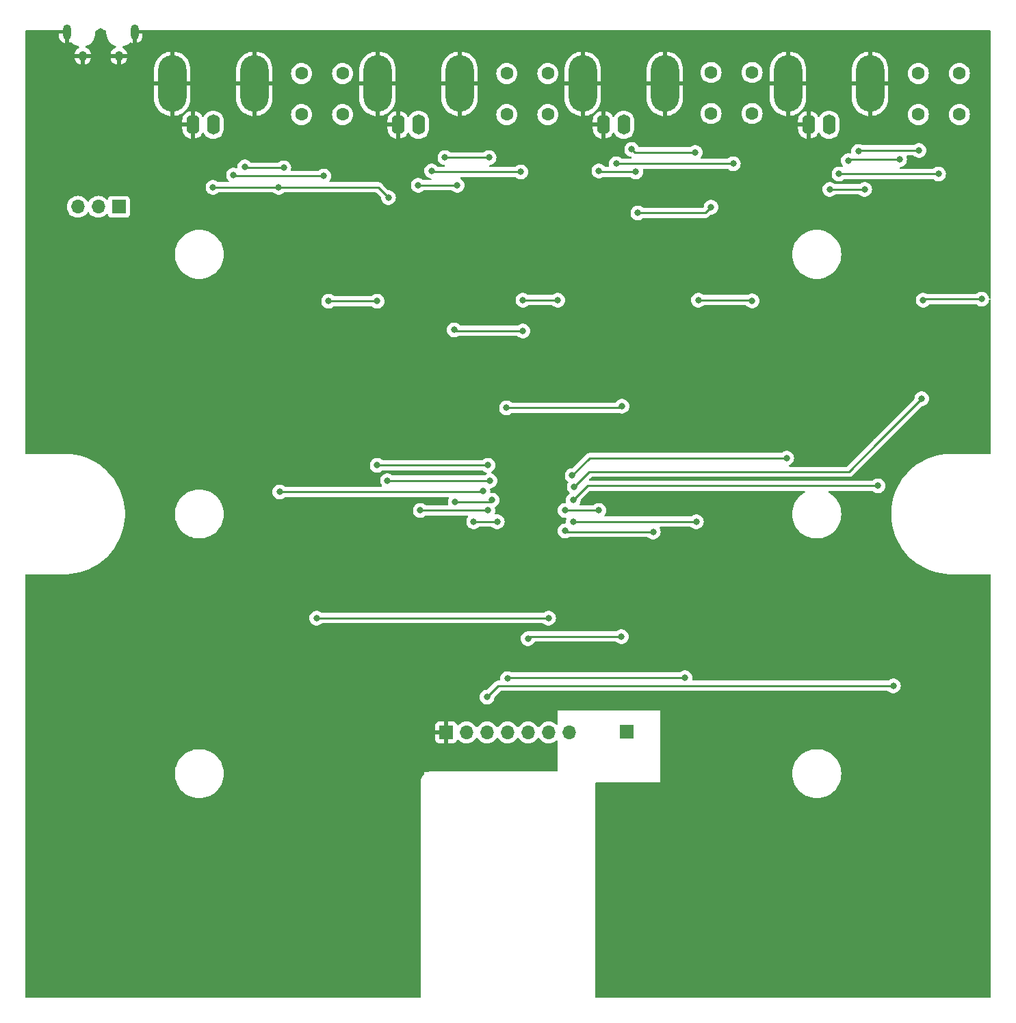
<source format=gbr>
%TF.GenerationSoftware,KiCad,Pcbnew,7.0.5-4d25ed1034~172~ubuntu22.04.1*%
%TF.CreationDate,2023-06-01T08:36:11-04:00*%
%TF.ProjectId,trigger-board,74726967-6765-4722-9d62-6f6172642e6b,rev?*%
%TF.SameCoordinates,Original*%
%TF.FileFunction,Copper,L2,Bot*%
%TF.FilePolarity,Positive*%
%FSLAX46Y46*%
G04 Gerber Fmt 4.6, Leading zero omitted, Abs format (unit mm)*
G04 Created by KiCad (PCBNEW 7.0.5-4d25ed1034~172~ubuntu22.04.1) date 2023-06-01 08:36:11*
%MOMM*%
%LPD*%
G01*
G04 APERTURE LIST*
%TA.AperFunction,ComponentPad*%
%ADD10C,1.600200*%
%TD*%
%TA.AperFunction,ComponentPad*%
%ADD11R,1.700000X1.700000*%
%TD*%
%TA.AperFunction,ComponentPad*%
%ADD12O,1.700000X1.700000*%
%TD*%
%TA.AperFunction,ComponentPad*%
%ADD13O,1.000000X1.900000*%
%TD*%
%TA.AperFunction,ComponentPad*%
%ADD14O,1.050000X1.250000*%
%TD*%
%TA.AperFunction,ComponentPad*%
%ADD15O,1.600000X2.500000*%
%TD*%
%TA.AperFunction,ComponentPad*%
%ADD16O,3.500000X7.000000*%
%TD*%
%TA.AperFunction,ViaPad*%
%ADD17C,0.812800*%
%TD*%
%TA.AperFunction,Conductor*%
%ADD18C,0.254000*%
%TD*%
G04 APERTURE END LIST*
D10*
%TO.P,SW1,1,1*%
%TO.N,Net-(R3-Pad1)*%
X62524000Y-54108800D03*
%TO.P,SW1,2,2*%
%TO.N,Net-(C1-Pad1)*%
X67604000Y-54108800D03*
%TO.P,SW1,3*%
%TO.N,N/C*%
X62524000Y-49028800D03*
%TO.P,SW1,4*%
X67604000Y-49028800D03*
%TD*%
D11*
%TO.P,J6,1,Pin_1*%
%TO.N,GND*%
X80401000Y-130607800D03*
D12*
%TO.P,J6,2,Pin_2*%
%TO.N,+5V*%
X82941000Y-130607800D03*
%TO.P,J6,3,Pin_3*%
%TO.N,/TX4*%
X85481000Y-130607800D03*
%TO.P,J6,4,Pin_4*%
%TO.N,/TX3*%
X88021000Y-130607800D03*
%TO.P,J6,5,Pin_5*%
%TO.N,/TX2*%
X90561000Y-130607800D03*
%TO.P,J6,6,Pin_6*%
%TO.N,/TX1*%
X93101000Y-130607800D03*
%TO.P,J6,7,Pin_7*%
%TO.N,Net-(AE1-A)*%
X95641000Y-130607800D03*
%TD*%
D13*
%TO.P,J5,6,Shield*%
%TO.N,GND*%
X41855000Y-43869000D03*
D14*
X39905000Y-46869000D03*
X35455000Y-46869000D03*
D13*
X33505000Y-43869000D03*
%TD*%
D15*
%TO.P,J2,1,In*%
%TO.N,Net-(J2-In)*%
X77002000Y-55378800D03*
D16*
%TO.P,J2,2,Ext*%
%TO.N,GND*%
X71922000Y-50298800D03*
D15*
X74462000Y-55378800D03*
D16*
X82082000Y-50298800D03*
%TD*%
D10*
%TO.P,SW2,1,1*%
%TO.N,Net-(R2-Pad1)*%
X87924000Y-54108800D03*
%TO.P,SW2,2,2*%
%TO.N,Net-(C2-Pad1)*%
X93004000Y-54108800D03*
%TO.P,SW2,3*%
%TO.N,N/C*%
X87924000Y-49028800D03*
%TO.P,SW2,4*%
X93004000Y-49028800D03*
%TD*%
%TO.P,SW3,1,1*%
%TO.N,Net-(R13-Pad1)*%
X113197000Y-53981800D03*
%TO.P,SW3,2,2*%
%TO.N,Net-(C3-Pad1)*%
X118277000Y-53981800D03*
%TO.P,SW3,3*%
%TO.N,N/C*%
X113197000Y-48901800D03*
%TO.P,SW3,4*%
X118277000Y-48901800D03*
%TD*%
D15*
%TO.P,J3,1,In*%
%TO.N,Net-(J3-In)*%
X102402000Y-55378800D03*
D16*
%TO.P,J3,2,Ext*%
%TO.N,GND*%
X97322000Y-50298800D03*
D15*
X99862000Y-55378800D03*
D16*
X107482000Y-50298800D03*
%TD*%
D15*
%TO.P,J4,1,In*%
%TO.N,Net-(J4-In)*%
X127802000Y-55378800D03*
D16*
%TO.P,J4,2,Ext*%
%TO.N,GND*%
X122722000Y-50298800D03*
D15*
X125262000Y-55378800D03*
D16*
X132882000Y-50298800D03*
%TD*%
D11*
%TO.P,JP1,1,A*%
%TO.N,Net-(JP1-A)*%
X39918000Y-65538800D03*
D12*
%TO.P,JP1,2,C*%
%TO.N,+5V*%
X37378000Y-65538800D03*
%TO.P,JP1,3,B*%
%TO.N,Net-(JP1-B)*%
X34838000Y-65538800D03*
%TD*%
D11*
%TO.P,AE1,1,A*%
%TO.N,Net-(AE1-A)*%
X102743000Y-130556000D03*
%TD*%
D10*
%TO.P,SW4,1,1*%
%TO.N,Net-(R19-Pad1)*%
X138851000Y-54108800D03*
%TO.P,SW4,2,2*%
%TO.N,Net-(C4-Pad1)*%
X143931000Y-54108800D03*
%TO.P,SW4,3*%
%TO.N,N/C*%
X138851000Y-49028800D03*
%TO.P,SW4,4*%
X143931000Y-49028800D03*
%TD*%
D15*
%TO.P,J1,1,In*%
%TO.N,Net-(J1-In)*%
X51602000Y-55378800D03*
D16*
%TO.P,J1,2,Ext*%
%TO.N,GND*%
X46522000Y-50298800D03*
D15*
X49062000Y-55378800D03*
D16*
X56682000Y-50298800D03*
%TD*%
D17*
%TO.N,Net-(C1-Pad1)*%
X71882000Y-77216000D03*
X85598000Y-97536000D03*
X71882000Y-97536000D03*
X65870000Y-77216000D03*
%TO.N,GND*%
X115316000Y-78613000D03*
X135509000Y-67818000D03*
X69342000Y-78740000D03*
X85217000Y-70739000D03*
X93218000Y-78740000D03*
X34290000Y-74422000D03*
X143002000Y-70866000D03*
X48387000Y-63754000D03*
X107696000Y-67818000D03*
X79248000Y-121793000D03*
X88308000Y-106891000D03*
X79248000Y-125095000D03*
X37693000Y-43815000D03*
X91572500Y-69855500D03*
X115189000Y-70866000D03*
X41529000Y-75057000D03*
X123698000Y-63627000D03*
X61087000Y-70739000D03*
X85217000Y-67945000D03*
X135382000Y-70739000D03*
X88395200Y-94738800D03*
X28829000Y-44577000D03*
X35179000Y-78232000D03*
X74549000Y-63119000D03*
X29464000Y-75438000D03*
X107442000Y-70612000D03*
X66294000Y-70231000D03*
X143002000Y-78613000D03*
X61087000Y-67945000D03*
X96012000Y-63373000D03*
%TO.N,Net-(C2-Pad1)*%
X89916000Y-80899000D03*
X81407000Y-80772000D03*
X86106000Y-101854000D03*
X89916000Y-77089000D03*
X94234000Y-77089000D03*
X81534000Y-102108000D03*
%TO.N,Net-(C3-Pad1)*%
X111633000Y-77089000D03*
X96139000Y-104521000D03*
X111379000Y-104521000D03*
X118277000Y-77176000D03*
%TO.N,Net-(C4-Pad1)*%
X139446000Y-77089000D03*
X139275236Y-89281000D03*
X96266000Y-100203000D03*
X146685000Y-76962000D03*
%TO.N,Net-(D1-K)*%
X60325000Y-60706000D03*
X55499000Y-60579000D03*
%TO.N,Net-(D1-A)*%
X54102000Y-61595000D03*
X65278000Y-61722000D03*
%TO.N,Net-(D2-K)*%
X80264000Y-59436000D03*
X85725000Y-59436000D03*
%TO.N,Net-(D2-A)*%
X89662000Y-61214000D03*
X78613000Y-61087000D03*
%TO.N,Net-(D3-K)*%
X103378000Y-58420000D03*
X111252000Y-58801000D03*
%TO.N,Net-(D3-A)*%
X101473000Y-60198000D03*
X115951000Y-60198000D03*
%TO.N,Net-(D4-K)*%
X130175000Y-59817000D03*
X136525000Y-59690000D03*
%TO.N,Net-(D4-A)*%
X129032000Y-61468000D03*
X141351000Y-61468000D03*
%TO.N,Net-(J1-In)*%
X51562000Y-63119000D03*
X59690000Y-63119000D03*
X85852000Y-99441000D03*
X73279000Y-64389000D03*
X73152000Y-99441000D03*
%TO.N,Net-(J2-In)*%
X77216000Y-103124000D03*
X85598000Y-103124000D03*
X76962000Y-62865000D03*
X81788000Y-62865000D03*
%TO.N,Net-(J3-In)*%
X95123000Y-103124000D03*
X103886000Y-61214000D03*
X99314000Y-103124000D03*
X99314000Y-61087000D03*
%TO.N,Net-(J4-In)*%
X96012000Y-98806000D03*
X127889000Y-63373000D03*
X122555000Y-96647000D03*
X132207000Y-63373000D03*
%TO.N,/TX1*%
X64389000Y-116459000D03*
X93091000Y-116459000D03*
%TO.N,/TX2*%
X90551000Y-118999000D03*
X102108000Y-118745000D03*
X87884000Y-90424000D03*
X102171500Y-90233500D03*
%TO.N,/TX3*%
X88011000Y-123952000D03*
X109982000Y-123825000D03*
%TO.N,/TX4*%
X85471000Y-126238000D03*
X135763000Y-124841000D03*
%TO.N,Net-(R1-Pad1)*%
X59817000Y-100838000D03*
X84963000Y-100711000D03*
%TO.N,Net-(R13-Pad1)*%
X104140000Y-66294000D03*
X113197000Y-65572000D03*
%TO.N,Net-(R16-Pad1)*%
X106045000Y-105791000D03*
X95123000Y-105664000D03*
%TO.N,Net-(R10-Pad1)*%
X83820000Y-104521000D03*
X86741000Y-104521000D03*
%TO.N,Net-(R19-Pad1)*%
X131445000Y-58674000D03*
X138938000Y-58547000D03*
%TO.N,Net-(R22-Pad1)*%
X96139000Y-101854000D03*
X133858000Y-100076000D03*
%TD*%
D18*
%TO.N,Net-(C1-Pad1)*%
X71882000Y-97536000D02*
X85598000Y-97536000D01*
X65870000Y-77216000D02*
X71882000Y-77216000D01*
%TO.N,Net-(C2-Pad1)*%
X81534000Y-102108000D02*
X85852000Y-102108000D01*
X89916000Y-80899000D02*
X81534000Y-80899000D01*
X81534000Y-80899000D02*
X81407000Y-80772000D01*
X85852000Y-102108000D02*
X86106000Y-101854000D01*
X94234000Y-77089000D02*
X89916000Y-77089000D01*
%TO.N,Net-(C3-Pad1)*%
X111379000Y-104521000D02*
X96139000Y-104521000D01*
X118277000Y-77176000D02*
X118190000Y-77089000D01*
X118190000Y-77089000D02*
X111633000Y-77089000D01*
%TO.N,Net-(C4-Pad1)*%
X146685000Y-76962000D02*
X139573000Y-76962000D01*
X139275236Y-89281000D02*
X133858000Y-94698236D01*
X133858000Y-94742000D02*
X130251824Y-98348176D01*
X133858000Y-94698236D02*
X133858000Y-94742000D01*
X139573000Y-76962000D02*
X139446000Y-77089000D01*
X98120824Y-98348176D02*
X96266000Y-100203000D01*
X130251824Y-98348176D02*
X98120824Y-98348176D01*
%TO.N,Net-(D1-K)*%
X60325000Y-60706000D02*
X55626000Y-60706000D01*
X55626000Y-60706000D02*
X55499000Y-60579000D01*
%TO.N,Net-(D1-A)*%
X54229000Y-61722000D02*
X54102000Y-61595000D01*
X65278000Y-61722000D02*
X54229000Y-61722000D01*
%TO.N,Net-(D2-K)*%
X85725000Y-59436000D02*
X80264000Y-59436000D01*
%TO.N,Net-(D2-A)*%
X89662000Y-61214000D02*
X78740000Y-61214000D01*
X78740000Y-61214000D02*
X78613000Y-61087000D01*
%TO.N,Net-(D3-K)*%
X111252000Y-58801000D02*
X103759000Y-58801000D01*
X103759000Y-58801000D02*
X103378000Y-58420000D01*
%TO.N,Net-(D3-A)*%
X115951000Y-60198000D02*
X101473000Y-60198000D01*
%TO.N,Net-(D4-K)*%
X130302000Y-59690000D02*
X136525000Y-59690000D01*
X130175000Y-59817000D02*
X130302000Y-59690000D01*
%TO.N,Net-(D4-A)*%
X141351000Y-61468000D02*
X129032000Y-61468000D01*
%TO.N,Net-(J1-In)*%
X59690000Y-63119000D02*
X72009000Y-63119000D01*
X72009000Y-63119000D02*
X73279000Y-64389000D01*
X59690000Y-63119000D02*
X51562000Y-63119000D01*
X73152000Y-99441000D02*
X85852000Y-99441000D01*
%TO.N,Net-(J2-In)*%
X81788000Y-62865000D02*
X76962000Y-62865000D01*
X77216000Y-103124000D02*
X85598000Y-103124000D01*
%TO.N,Net-(J3-In)*%
X99314000Y-103124000D02*
X95123000Y-103124000D01*
X99441000Y-61214000D02*
X103886000Y-61214000D01*
X99314000Y-61087000D02*
X99441000Y-61214000D01*
%TO.N,Net-(J4-In)*%
X96012000Y-98806000D02*
X98171000Y-96647000D01*
X127889000Y-63373000D02*
X132207000Y-63373000D01*
X98171000Y-96647000D02*
X122555000Y-96647000D01*
%TO.N,/TX1*%
X64389000Y-116459000D02*
X93091000Y-116459000D01*
%TO.N,/TX2*%
X90805000Y-118745000D02*
X90551000Y-118999000D01*
X101981000Y-90424000D02*
X102171500Y-90233500D01*
X87884000Y-90424000D02*
X101981000Y-90424000D01*
X102108000Y-118745000D02*
X90805000Y-118745000D01*
%TO.N,/TX3*%
X88138000Y-123825000D02*
X88011000Y-123952000D01*
X109982000Y-123825000D02*
X88138000Y-123825000D01*
%TO.N,/TX4*%
X86868000Y-124841000D02*
X85471000Y-126238000D01*
X135763000Y-124841000D02*
X86868000Y-124841000D01*
%TO.N,Net-(R1-Pad1)*%
X84836000Y-100838000D02*
X84963000Y-100711000D01*
X59817000Y-100838000D02*
X84836000Y-100838000D01*
%TO.N,Net-(R13-Pad1)*%
X113197000Y-65572000D02*
X112475000Y-66294000D01*
X112475000Y-66294000D02*
X104140000Y-66294000D01*
%TO.N,Net-(R16-Pad1)*%
X95250000Y-105791000D02*
X95123000Y-105664000D01*
X106045000Y-105791000D02*
X95250000Y-105791000D01*
%TO.N,Net-(R10-Pad1)*%
X83820000Y-104521000D02*
X86741000Y-104521000D01*
%TO.N,Net-(R19-Pad1)*%
X131572000Y-58547000D02*
X131445000Y-58674000D01*
X138938000Y-58547000D02*
X131572000Y-58547000D01*
%TO.N,Net-(R22-Pad1)*%
X97917000Y-100076000D02*
X96139000Y-101854000D01*
X133858000Y-100076000D02*
X97917000Y-100076000D01*
%TD*%
%TA.AperFunction,Conductor*%
%TO.N,GND*%
G36*
X33205000Y-44119000D02*
G01*
X32505000Y-44119000D01*
X32505000Y-44369713D01*
X32520418Y-44521338D01*
X32581299Y-44715381D01*
X32581304Y-44715391D01*
X32680005Y-44893215D01*
X32680005Y-44893216D01*
X32812478Y-45047530D01*
X32812479Y-45047531D01*
X32973304Y-45172018D01*
X33155902Y-45261586D01*
X33155903Y-45261587D01*
X33254999Y-45287244D01*
X33254999Y-44385110D01*
X33279457Y-44424610D01*
X33368962Y-44492201D01*
X33476840Y-44522895D01*
X33588521Y-44512546D01*
X33677027Y-44468474D01*
X33722278Y-44615173D01*
X33742720Y-44657622D01*
X33755000Y-44711422D01*
X33755000Y-45292365D01*
X33756944Y-45292069D01*
X33756945Y-45292069D01*
X33947660Y-45221436D01*
X33947663Y-45221435D01*
X33976925Y-45203195D01*
X34044229Y-45184437D01*
X34110991Y-45205044D01*
X34133417Y-45224082D01*
X34148534Y-45240374D01*
X34347213Y-45398816D01*
X34567287Y-45525876D01*
X34803841Y-45618716D01*
X34920987Y-45645454D01*
X34981966Y-45679562D01*
X35014824Y-45741224D01*
X35009129Y-45810861D01*
X34966689Y-45866365D01*
X34951849Y-45875703D01*
X34882787Y-45912618D01*
X34882784Y-45912620D01*
X34726707Y-46040707D01*
X34598620Y-46196784D01*
X34598615Y-46196790D01*
X34503443Y-46374845D01*
X34444829Y-46568068D01*
X34439812Y-46619000D01*
X35166325Y-46619000D01*
X35144888Y-46656129D01*
X35130000Y-46740564D01*
X35130000Y-46997436D01*
X35144888Y-47081871D01*
X35166325Y-47119000D01*
X34439813Y-47119000D01*
X34444829Y-47169931D01*
X34503443Y-47363154D01*
X34598615Y-47541209D01*
X34598620Y-47541215D01*
X34726707Y-47697292D01*
X34882784Y-47825379D01*
X34882790Y-47825384D01*
X35060846Y-47920557D01*
X35205000Y-47964285D01*
X35205000Y-47183482D01*
X35289993Y-47254801D01*
X35397694Y-47294000D01*
X35512306Y-47294000D01*
X35620007Y-47254801D01*
X35705000Y-47183482D01*
X35705000Y-47964285D01*
X35849153Y-47920557D01*
X36027209Y-47825384D01*
X36027215Y-47825379D01*
X36183292Y-47697292D01*
X36311379Y-47541215D01*
X36311384Y-47541209D01*
X36406556Y-47363154D01*
X36465170Y-47169931D01*
X36470187Y-47119000D01*
X35743675Y-47119000D01*
X35765112Y-47081871D01*
X35780000Y-46997436D01*
X35780000Y-46740564D01*
X35765112Y-46656129D01*
X35743675Y-46619000D01*
X36470187Y-46619000D01*
X36465170Y-46568068D01*
X36406556Y-46374845D01*
X36311384Y-46196790D01*
X36311379Y-46196784D01*
X36183292Y-46040707D01*
X36027215Y-45912620D01*
X36027209Y-45912615D01*
X35853494Y-45819763D01*
X35803649Y-45770801D01*
X35788189Y-45702663D01*
X35812021Y-45636983D01*
X35866645Y-45594977D01*
X36042713Y-45525876D01*
X36262787Y-45398816D01*
X36461466Y-45240374D01*
X36634312Y-45054091D01*
X36777463Y-44844127D01*
X36887722Y-44615173D01*
X36962625Y-44372342D01*
X37000500Y-44121060D01*
X37000500Y-43994000D01*
X37000500Y-43888723D01*
X37000500Y-43813500D01*
X37020185Y-43746461D01*
X37072989Y-43700706D01*
X37124500Y-43689500D01*
X38235500Y-43689500D01*
X38302539Y-43709185D01*
X38348294Y-43761989D01*
X38359500Y-43813500D01*
X38359500Y-44121065D01*
X38378453Y-44246802D01*
X38397375Y-44372342D01*
X38397376Y-44372344D01*
X38397377Y-44372350D01*
X38472278Y-44615173D01*
X38582534Y-44844122D01*
X38582536Y-44844124D01*
X38582537Y-44844127D01*
X38670901Y-44973733D01*
X38725688Y-45054091D01*
X38898529Y-45240370D01*
X38898533Y-45240373D01*
X38898534Y-45240374D01*
X39097213Y-45398816D01*
X39317287Y-45525876D01*
X39442931Y-45575187D01*
X39493354Y-45594977D01*
X39548568Y-45637793D01*
X39571869Y-45703663D01*
X39555858Y-45771673D01*
X39506506Y-45819763D01*
X39332786Y-45912618D01*
X39332784Y-45912620D01*
X39176707Y-46040707D01*
X39048620Y-46196784D01*
X39048615Y-46196790D01*
X38953443Y-46374845D01*
X38894829Y-46568068D01*
X38889812Y-46619000D01*
X39616325Y-46619000D01*
X39594888Y-46656129D01*
X39580000Y-46740564D01*
X39580000Y-46997436D01*
X39594888Y-47081871D01*
X39616325Y-47119000D01*
X38889813Y-47119000D01*
X38894829Y-47169931D01*
X38953443Y-47363154D01*
X39048615Y-47541209D01*
X39048620Y-47541215D01*
X39176707Y-47697292D01*
X39332784Y-47825379D01*
X39332790Y-47825384D01*
X39510846Y-47920557D01*
X39655000Y-47964285D01*
X39655000Y-47183482D01*
X39739993Y-47254801D01*
X39847694Y-47294000D01*
X39962306Y-47294000D01*
X40070007Y-47254801D01*
X40155000Y-47183482D01*
X40155000Y-47964285D01*
X40299153Y-47920557D01*
X40477209Y-47825384D01*
X40477215Y-47825379D01*
X40633292Y-47697292D01*
X40761379Y-47541215D01*
X40761384Y-47541209D01*
X40856556Y-47363154D01*
X40915170Y-47169931D01*
X40920187Y-47119000D01*
X40193675Y-47119000D01*
X40215112Y-47081871D01*
X40230000Y-46997436D01*
X40230000Y-46740564D01*
X40215112Y-46656129D01*
X40193675Y-46619000D01*
X40920187Y-46619000D01*
X40915170Y-46568068D01*
X40856556Y-46374845D01*
X40761384Y-46196790D01*
X40761379Y-46196784D01*
X40633292Y-46040707D01*
X40477215Y-45912620D01*
X40477212Y-45912618D01*
X40408150Y-45875703D01*
X40358306Y-45826740D01*
X40342846Y-45758602D01*
X40366678Y-45692923D01*
X40422236Y-45650554D01*
X40439005Y-45645455D01*
X40556159Y-45618716D01*
X40792713Y-45525876D01*
X41012787Y-45398816D01*
X41211466Y-45240374D01*
X41227312Y-45223295D01*
X41287337Y-45187540D01*
X41357166Y-45189913D01*
X41372821Y-45196307D01*
X41505907Y-45261589D01*
X41605000Y-45287244D01*
X41605000Y-44711422D01*
X41617279Y-44657622D01*
X41637722Y-44615173D01*
X41683835Y-44465674D01*
X41718962Y-44492201D01*
X41826840Y-44522895D01*
X41938521Y-44512546D01*
X42038922Y-44462552D01*
X42105000Y-44390069D01*
X42105000Y-45292366D01*
X42106944Y-45292069D01*
X42106945Y-45292069D01*
X42297660Y-45221436D01*
X42297664Y-45221434D01*
X42470267Y-45113850D01*
X42617668Y-44973735D01*
X42617669Y-44973733D01*
X42733856Y-44806804D01*
X42814059Y-44619907D01*
X42855000Y-44420690D01*
X42855000Y-44119000D01*
X42155000Y-44119000D01*
X42155000Y-43689500D01*
X147703500Y-43689500D01*
X147770539Y-43709185D01*
X147816294Y-43761989D01*
X147827500Y-43813500D01*
X147827500Y-76790001D01*
X147807815Y-76857040D01*
X147755011Y-76902795D01*
X147685853Y-76912739D01*
X147622297Y-76883714D01*
X147584523Y-76824936D01*
X147580180Y-76802970D01*
X147576968Y-76772406D01*
X147533948Y-76640003D01*
X147518060Y-76591104D01*
X147518057Y-76591098D01*
X147516557Y-76588500D01*
X147422739Y-76426002D01*
X147372776Y-76370513D01*
X147295182Y-76284334D01*
X147295179Y-76284332D01*
X147295178Y-76284331D01*
X147295177Y-76284330D01*
X147140948Y-76172276D01*
X147140947Y-76172275D01*
X146966795Y-76094737D01*
X146966790Y-76094735D01*
X146780319Y-76055100D01*
X146589681Y-76055100D01*
X146403209Y-76094735D01*
X146403204Y-76094737D01*
X146229053Y-76172275D01*
X146229048Y-76172278D01*
X146074824Y-76284328D01*
X146074819Y-76284334D01*
X146066592Y-76293470D01*
X146007108Y-76330120D01*
X145974442Y-76334500D01*
X139990720Y-76334500D01*
X139923681Y-76314815D01*
X139917835Y-76310818D01*
X139901952Y-76299278D01*
X139901947Y-76299275D01*
X139727795Y-76221737D01*
X139727790Y-76221735D01*
X139541319Y-76182100D01*
X139350681Y-76182100D01*
X139164209Y-76221735D01*
X139164204Y-76221737D01*
X138990053Y-76299275D01*
X138990048Y-76299278D01*
X138835823Y-76411328D01*
X138835822Y-76411329D01*
X138708260Y-76553003D01*
X138612942Y-76718098D01*
X138612939Y-76718104D01*
X138554033Y-76899402D01*
X138554032Y-76899404D01*
X138534105Y-77089000D01*
X138554032Y-77278595D01*
X138554033Y-77278597D01*
X138612939Y-77459895D01*
X138612942Y-77459901D01*
X138708261Y-77624998D01*
X138721471Y-77639669D01*
X138835817Y-77766665D01*
X138835820Y-77766667D01*
X138835823Y-77766670D01*
X138990051Y-77878723D01*
X138990052Y-77878724D01*
X139164204Y-77956262D01*
X139164209Y-77956264D01*
X139350681Y-77995900D01*
X139541319Y-77995900D01*
X139727791Y-77956264D01*
X139901948Y-77878724D01*
X140056177Y-77766670D01*
X140064409Y-77757528D01*
X140178760Y-77630528D01*
X140238246Y-77593879D01*
X140270910Y-77589500D01*
X145974442Y-77589500D01*
X146041481Y-77609185D01*
X146066591Y-77630527D01*
X146073719Y-77638444D01*
X146074822Y-77639669D01*
X146229052Y-77751724D01*
X146403204Y-77829262D01*
X146403209Y-77829264D01*
X146589681Y-77868900D01*
X146780319Y-77868900D01*
X146966791Y-77829264D01*
X147140948Y-77751724D01*
X147295177Y-77639670D01*
X147303409Y-77630528D01*
X147342690Y-77586901D01*
X147422739Y-77497998D01*
X147518058Y-77332901D01*
X147576968Y-77151594D01*
X147580180Y-77121033D01*
X147606764Y-77056422D01*
X147664061Y-77016437D01*
X147733880Y-77013777D01*
X147794054Y-77049287D01*
X147825477Y-77111691D01*
X147827500Y-77133998D01*
X147827500Y-96004500D01*
X147807815Y-96071539D01*
X147755011Y-96117294D01*
X147703500Y-96128500D01*
X142662259Y-96128500D01*
X142132139Y-96166415D01*
X141606066Y-96242052D01*
X141086750Y-96355022D01*
X141086740Y-96355025D01*
X140576797Y-96504759D01*
X140078814Y-96690497D01*
X139595391Y-96911268D01*
X139595384Y-96911272D01*
X139128917Y-97165982D01*
X139128904Y-97165990D01*
X138681828Y-97453307D01*
X138681804Y-97453324D01*
X138256347Y-97771816D01*
X137854680Y-98119864D01*
X137854654Y-98119888D01*
X137478880Y-98495662D01*
X137478857Y-98495687D01*
X137130822Y-98897341D01*
X136812324Y-99322804D01*
X136812307Y-99322828D01*
X136524990Y-99769904D01*
X136524982Y-99769917D01*
X136270271Y-100236385D01*
X136270267Y-100236392D01*
X136049496Y-100719815D01*
X135863758Y-101217797D01*
X135714025Y-101727740D01*
X135714022Y-101727750D01*
X135601052Y-102247067D01*
X135525415Y-102773139D01*
X135487500Y-103303259D01*
X135487500Y-103834741D01*
X135525415Y-104364861D01*
X135601052Y-104890934D01*
X135714023Y-105410250D01*
X135714026Y-105410260D01*
X135825822Y-105791000D01*
X135863760Y-105920206D01*
X135968116Y-106199996D01*
X136049497Y-106418185D01*
X136270268Y-106901608D01*
X136270272Y-106901615D01*
X136524981Y-107368079D01*
X136812321Y-107815191D01*
X136812324Y-107815196D01*
X137130806Y-108240638D01*
X137130815Y-108240650D01*
X137130820Y-108240656D01*
X137130824Y-108240661D01*
X137478867Y-108642323D01*
X137478881Y-108642337D01*
X137854655Y-109018112D01*
X137854668Y-109018124D01*
X137854678Y-109018134D01*
X137906318Y-109062880D01*
X138256348Y-109366184D01*
X138681805Y-109684676D01*
X138681810Y-109684679D01*
X139128916Y-109972016D01*
X139595382Y-110226726D01*
X139595386Y-110226728D01*
X139595393Y-110226732D01*
X140078818Y-110447504D01*
X140078821Y-110447506D01*
X140078828Y-110447508D01*
X140078829Y-110447509D01*
X140576796Y-110633241D01*
X141086741Y-110782974D01*
X141086751Y-110782977D01*
X141606067Y-110895947D01*
X141606074Y-110895948D01*
X142132141Y-110971585D01*
X142662263Y-111009500D01*
X142813653Y-111009500D01*
X147703500Y-111009500D01*
X147770539Y-111029185D01*
X147816294Y-111081989D01*
X147827500Y-111133500D01*
X147827500Y-163324500D01*
X147807815Y-163391539D01*
X147755011Y-163437294D01*
X147703500Y-163448500D01*
X99002500Y-163448500D01*
X98935461Y-163428815D01*
X98889706Y-163376011D01*
X98878500Y-163324500D01*
X98878500Y-136903000D01*
X98898185Y-136835961D01*
X98950989Y-136790206D01*
X99002500Y-136779000D01*
X106934000Y-136779000D01*
X106934000Y-135719000D01*
X123242725Y-135719000D01*
X123261809Y-136058838D01*
X123261811Y-136058850D01*
X123318825Y-136394408D01*
X123318827Y-136394417D01*
X123413054Y-136721485D01*
X123543308Y-137035949D01*
X123543310Y-137035953D01*
X123707961Y-137333868D01*
X123707964Y-137333873D01*
X123904922Y-137611458D01*
X123904926Y-137611463D01*
X124131736Y-137865264D01*
X124385537Y-138092074D01*
X124385540Y-138092076D01*
X124385541Y-138092077D01*
X124663126Y-138289035D01*
X124663131Y-138289038D01*
X124961046Y-138453689D01*
X124961050Y-138453691D01*
X125081558Y-138503606D01*
X125275512Y-138583945D01*
X125602588Y-138678174D01*
X125938157Y-138735190D01*
X126278000Y-138754275D01*
X126617843Y-138735190D01*
X126953412Y-138678174D01*
X127280488Y-138583945D01*
X127594956Y-138453688D01*
X127892864Y-138289041D01*
X127892869Y-138289037D01*
X127892873Y-138289035D01*
X128007602Y-138207629D01*
X128170463Y-138092074D01*
X128424264Y-137865264D01*
X128651074Y-137611463D01*
X128848041Y-137333864D01*
X129012688Y-137035956D01*
X129142945Y-136721488D01*
X129237174Y-136394412D01*
X129294190Y-136058843D01*
X129313275Y-135719000D01*
X129294190Y-135379157D01*
X129237174Y-135043588D01*
X129142945Y-134716512D01*
X129062606Y-134522558D01*
X129012691Y-134402050D01*
X129012689Y-134402046D01*
X128848038Y-134104131D01*
X128848035Y-134104126D01*
X128651077Y-133826541D01*
X128651076Y-133826540D01*
X128651074Y-133826537D01*
X128424264Y-133572736D01*
X128170463Y-133345926D01*
X128170460Y-133345924D01*
X128170458Y-133345922D01*
X127892873Y-133148964D01*
X127892868Y-133148961D01*
X127594953Y-132984310D01*
X127594949Y-132984308D01*
X127337293Y-132877584D01*
X127280488Y-132854055D01*
X127280485Y-132854054D01*
X126953417Y-132759827D01*
X126953408Y-132759825D01*
X126617850Y-132702811D01*
X126617838Y-132702809D01*
X126302612Y-132685107D01*
X126278000Y-132683725D01*
X126277999Y-132683725D01*
X125938161Y-132702809D01*
X125938149Y-132702811D01*
X125602591Y-132759825D01*
X125602582Y-132759827D01*
X125275514Y-132854054D01*
X124961050Y-132984308D01*
X124961046Y-132984310D01*
X124663131Y-133148961D01*
X124663126Y-133148964D01*
X124385541Y-133345922D01*
X124131736Y-133572736D01*
X123904922Y-133826541D01*
X123707964Y-134104126D01*
X123707961Y-134104131D01*
X123543310Y-134402046D01*
X123543308Y-134402050D01*
X123413054Y-134716514D01*
X123318827Y-135043582D01*
X123318825Y-135043591D01*
X123261811Y-135379149D01*
X123261809Y-135379161D01*
X123242725Y-135719000D01*
X106934000Y-135719000D01*
X106934000Y-127889000D01*
X94234000Y-127889000D01*
X94234000Y-129531542D01*
X94214315Y-129598581D01*
X94161511Y-129644336D01*
X94092353Y-129654280D01*
X94028797Y-129625255D01*
X94022319Y-129619223D01*
X93972402Y-129569306D01*
X93972395Y-129569301D01*
X93778834Y-129433767D01*
X93778830Y-129433765D01*
X93707727Y-129400609D01*
X93564663Y-129333897D01*
X93564659Y-129333896D01*
X93564655Y-129333894D01*
X93336413Y-129272738D01*
X93336403Y-129272736D01*
X93101001Y-129252141D01*
X93100999Y-129252141D01*
X92865596Y-129272736D01*
X92865586Y-129272738D01*
X92637344Y-129333894D01*
X92637335Y-129333898D01*
X92423171Y-129433764D01*
X92423169Y-129433765D01*
X92229597Y-129569305D01*
X92062505Y-129736397D01*
X91932575Y-129921958D01*
X91877998Y-129965583D01*
X91808500Y-129972777D01*
X91746145Y-129941254D01*
X91729425Y-129921958D01*
X91599494Y-129736397D01*
X91432402Y-129569306D01*
X91432395Y-129569301D01*
X91238834Y-129433767D01*
X91238830Y-129433765D01*
X91167727Y-129400609D01*
X91024663Y-129333897D01*
X91024659Y-129333896D01*
X91024655Y-129333894D01*
X90796413Y-129272738D01*
X90796403Y-129272736D01*
X90561001Y-129252141D01*
X90560999Y-129252141D01*
X90325596Y-129272736D01*
X90325586Y-129272738D01*
X90097344Y-129333894D01*
X90097335Y-129333898D01*
X89883171Y-129433764D01*
X89883169Y-129433765D01*
X89689597Y-129569305D01*
X89522508Y-129736394D01*
X89392574Y-129921960D01*
X89337997Y-129965584D01*
X89268498Y-129972777D01*
X89206144Y-129941255D01*
X89189429Y-129921964D01*
X89059495Y-129736399D01*
X89059493Y-129736396D01*
X88892402Y-129569306D01*
X88892395Y-129569301D01*
X88698834Y-129433767D01*
X88698830Y-129433765D01*
X88627727Y-129400609D01*
X88484663Y-129333897D01*
X88484659Y-129333896D01*
X88484655Y-129333894D01*
X88256413Y-129272738D01*
X88256403Y-129272736D01*
X88021001Y-129252141D01*
X88020999Y-129252141D01*
X87785596Y-129272736D01*
X87785586Y-129272738D01*
X87557344Y-129333894D01*
X87557335Y-129333898D01*
X87343171Y-129433764D01*
X87343169Y-129433765D01*
X87149597Y-129569305D01*
X86982505Y-129736397D01*
X86852575Y-129921958D01*
X86797998Y-129965583D01*
X86728500Y-129972777D01*
X86666145Y-129941254D01*
X86649425Y-129921958D01*
X86519494Y-129736397D01*
X86352402Y-129569306D01*
X86352395Y-129569301D01*
X86158834Y-129433767D01*
X86158830Y-129433765D01*
X86087727Y-129400609D01*
X85944663Y-129333897D01*
X85944659Y-129333896D01*
X85944655Y-129333894D01*
X85716413Y-129272738D01*
X85716403Y-129272736D01*
X85481001Y-129252141D01*
X85480999Y-129252141D01*
X85245596Y-129272736D01*
X85245586Y-129272738D01*
X85017344Y-129333894D01*
X85017335Y-129333898D01*
X84803171Y-129433764D01*
X84803169Y-129433765D01*
X84609597Y-129569305D01*
X84442508Y-129736394D01*
X84312574Y-129921960D01*
X84257997Y-129965584D01*
X84188498Y-129972777D01*
X84126144Y-129941255D01*
X84109429Y-129921964D01*
X83979495Y-129736399D01*
X83979493Y-129736396D01*
X83812402Y-129569306D01*
X83812395Y-129569301D01*
X83618834Y-129433767D01*
X83618830Y-129433765D01*
X83547727Y-129400609D01*
X83404663Y-129333897D01*
X83404659Y-129333896D01*
X83404655Y-129333894D01*
X83176413Y-129272738D01*
X83176403Y-129272736D01*
X82941001Y-129252141D01*
X82940999Y-129252141D01*
X82705596Y-129272736D01*
X82705586Y-129272738D01*
X82477344Y-129333894D01*
X82477335Y-129333898D01*
X82263171Y-129433764D01*
X82263169Y-129433765D01*
X82069600Y-129569303D01*
X81947284Y-129691619D01*
X81885961Y-129725103D01*
X81816269Y-129720119D01*
X81760336Y-129678247D01*
X81743421Y-129647270D01*
X81694354Y-129515713D01*
X81694350Y-129515706D01*
X81608190Y-129400612D01*
X81608187Y-129400609D01*
X81493093Y-129314449D01*
X81493086Y-129314445D01*
X81358379Y-129264203D01*
X81358372Y-129264201D01*
X81298844Y-129257800D01*
X80651000Y-129257800D01*
X80651000Y-130172298D01*
X80543315Y-130123120D01*
X80436763Y-130107800D01*
X80365237Y-130107800D01*
X80258685Y-130123120D01*
X80151000Y-130172298D01*
X80151000Y-129257800D01*
X79503155Y-129257800D01*
X79443627Y-129264201D01*
X79443620Y-129264203D01*
X79308913Y-129314445D01*
X79308906Y-129314449D01*
X79193812Y-129400609D01*
X79193809Y-129400612D01*
X79107649Y-129515706D01*
X79107645Y-129515713D01*
X79057403Y-129650420D01*
X79057401Y-129650427D01*
X79051000Y-129709955D01*
X79051000Y-130357800D01*
X79967314Y-130357800D01*
X79941507Y-130397956D01*
X79901000Y-130535911D01*
X79901000Y-130679689D01*
X79941507Y-130817644D01*
X79967314Y-130857800D01*
X79051000Y-130857800D01*
X79051000Y-131505644D01*
X79057401Y-131565172D01*
X79057403Y-131565179D01*
X79107645Y-131699886D01*
X79107649Y-131699893D01*
X79193809Y-131814987D01*
X79193812Y-131814990D01*
X79308906Y-131901150D01*
X79308913Y-131901154D01*
X79443620Y-131951396D01*
X79443627Y-131951398D01*
X79503155Y-131957799D01*
X79503172Y-131957800D01*
X80151000Y-131957800D01*
X80151000Y-131043301D01*
X80258685Y-131092480D01*
X80365237Y-131107800D01*
X80436763Y-131107800D01*
X80543315Y-131092480D01*
X80651000Y-131043301D01*
X80651000Y-131957800D01*
X81298828Y-131957800D01*
X81298844Y-131957799D01*
X81358372Y-131951398D01*
X81358379Y-131951396D01*
X81493086Y-131901154D01*
X81493093Y-131901150D01*
X81608187Y-131814990D01*
X81608190Y-131814987D01*
X81694350Y-131699893D01*
X81694354Y-131699886D01*
X81743422Y-131568329D01*
X81785293Y-131512395D01*
X81850757Y-131487978D01*
X81919030Y-131502830D01*
X81947285Y-131523981D01*
X82069599Y-131646295D01*
X82110897Y-131675212D01*
X82263165Y-131781832D01*
X82263167Y-131781833D01*
X82263170Y-131781835D01*
X82477337Y-131881703D01*
X82705592Y-131942863D01*
X82876319Y-131957800D01*
X82940999Y-131963459D01*
X82941000Y-131963459D01*
X82941001Y-131963459D01*
X83005681Y-131957800D01*
X83176408Y-131942863D01*
X83404663Y-131881703D01*
X83618830Y-131781835D01*
X83812401Y-131646295D01*
X83979495Y-131479201D01*
X84109424Y-131293642D01*
X84164002Y-131250017D01*
X84233500Y-131242823D01*
X84295855Y-131274346D01*
X84312575Y-131293642D01*
X84442505Y-131479201D01*
X84609599Y-131646295D01*
X84650897Y-131675212D01*
X84803165Y-131781832D01*
X84803167Y-131781833D01*
X84803170Y-131781835D01*
X85017337Y-131881703D01*
X85245592Y-131942863D01*
X85416319Y-131957800D01*
X85480999Y-131963459D01*
X85481000Y-131963459D01*
X85481001Y-131963459D01*
X85545681Y-131957800D01*
X85716408Y-131942863D01*
X85944663Y-131881703D01*
X86158830Y-131781835D01*
X86352401Y-131646295D01*
X86519495Y-131479201D01*
X86649424Y-131293642D01*
X86704002Y-131250017D01*
X86773500Y-131242823D01*
X86835855Y-131274346D01*
X86852575Y-131293642D01*
X86982505Y-131479201D01*
X87149599Y-131646295D01*
X87190897Y-131675212D01*
X87343165Y-131781832D01*
X87343167Y-131781833D01*
X87343170Y-131781835D01*
X87557337Y-131881703D01*
X87785592Y-131942863D01*
X87956319Y-131957800D01*
X88020999Y-131963459D01*
X88021000Y-131963459D01*
X88021001Y-131963459D01*
X88085681Y-131957800D01*
X88256408Y-131942863D01*
X88484663Y-131881703D01*
X88698830Y-131781835D01*
X88892401Y-131646295D01*
X89059495Y-131479201D01*
X89189424Y-131293642D01*
X89244002Y-131250017D01*
X89313500Y-131242823D01*
X89375855Y-131274346D01*
X89392575Y-131293642D01*
X89522505Y-131479201D01*
X89689599Y-131646295D01*
X89730897Y-131675212D01*
X89883165Y-131781832D01*
X89883167Y-131781833D01*
X89883170Y-131781835D01*
X90097337Y-131881703D01*
X90325592Y-131942863D01*
X90496319Y-131957800D01*
X90560999Y-131963459D01*
X90561000Y-131963459D01*
X90561001Y-131963459D01*
X90625681Y-131957800D01*
X90796408Y-131942863D01*
X91024663Y-131881703D01*
X91238830Y-131781835D01*
X91432401Y-131646295D01*
X91599495Y-131479201D01*
X91729424Y-131293642D01*
X91784002Y-131250017D01*
X91853500Y-131242823D01*
X91915855Y-131274346D01*
X91932575Y-131293642D01*
X92062505Y-131479201D01*
X92229599Y-131646295D01*
X92270897Y-131675212D01*
X92423165Y-131781832D01*
X92423167Y-131781833D01*
X92423170Y-131781835D01*
X92637337Y-131881703D01*
X92865592Y-131942863D01*
X93036319Y-131957800D01*
X93100999Y-131963459D01*
X93101000Y-131963459D01*
X93101001Y-131963459D01*
X93165681Y-131957800D01*
X93336408Y-131942863D01*
X93564663Y-131881703D01*
X93778830Y-131781835D01*
X93972401Y-131646295D01*
X94022318Y-131596377D01*
X94083642Y-131562892D01*
X94153334Y-131567876D01*
X94209267Y-131609748D01*
X94233684Y-131675212D01*
X94234000Y-131684058D01*
X94234000Y-135324500D01*
X94214315Y-135391539D01*
X94161511Y-135437294D01*
X94110000Y-135448500D01*
X78577903Y-135448500D01*
X78575144Y-135448438D01*
X78502368Y-135445169D01*
X78490771Y-135444649D01*
X78490770Y-135444649D01*
X78490769Y-135444649D01*
X78407088Y-135455984D01*
X78404324Y-135456295D01*
X78320226Y-135463864D01*
X78296605Y-135470383D01*
X78288428Y-135472058D01*
X78264149Y-135475347D01*
X78264146Y-135475347D01*
X78264145Y-135475348D01*
X78232892Y-135485502D01*
X78183838Y-135501440D01*
X78181189Y-135502236D01*
X78172883Y-135504528D01*
X78139887Y-135509000D01*
X77724000Y-135509000D01*
X77724000Y-135691372D01*
X77704315Y-135758411D01*
X77677317Y-135788316D01*
X77666458Y-135796976D01*
X77666456Y-135796978D01*
X77610902Y-135860563D01*
X77609026Y-135862615D01*
X77550668Y-135923654D01*
X77550667Y-135923655D01*
X77537164Y-135944109D01*
X77532111Y-135950747D01*
X77515991Y-135969200D01*
X77472686Y-136041678D01*
X77471206Y-136044033D01*
X77424683Y-136114514D01*
X77424680Y-136114520D01*
X77415050Y-136137049D01*
X77411262Y-136144484D01*
X77398695Y-136165518D01*
X77398690Y-136165528D01*
X77369017Y-136244586D01*
X77367983Y-136247166D01*
X77334802Y-136324798D01*
X77334797Y-136324811D01*
X77329345Y-136348696D01*
X77326946Y-136356685D01*
X77318334Y-136379635D01*
X77303254Y-136462732D01*
X77302696Y-136465456D01*
X77283910Y-136547764D01*
X77282810Y-136572245D01*
X77281875Y-136580538D01*
X77277500Y-136604650D01*
X77277500Y-136689097D01*
X77277438Y-136691855D01*
X77276108Y-136721485D01*
X77273649Y-136776229D01*
X77273649Y-136776230D01*
X77276938Y-136800515D01*
X77277500Y-136808846D01*
X77277500Y-163324500D01*
X77257815Y-163391539D01*
X77205011Y-163437294D01*
X77153500Y-163448500D01*
X28452500Y-163448500D01*
X28385461Y-163428815D01*
X28339706Y-163376011D01*
X28328500Y-163324500D01*
X28328500Y-135719000D01*
X46842725Y-135719000D01*
X46861809Y-136058838D01*
X46861811Y-136058850D01*
X46918825Y-136394408D01*
X46918827Y-136394417D01*
X47013054Y-136721485D01*
X47143308Y-137035949D01*
X47143310Y-137035953D01*
X47307961Y-137333868D01*
X47307964Y-137333873D01*
X47504922Y-137611458D01*
X47504926Y-137611463D01*
X47731736Y-137865264D01*
X47985537Y-138092074D01*
X47985540Y-138092076D01*
X47985541Y-138092077D01*
X48263126Y-138289035D01*
X48263131Y-138289038D01*
X48561046Y-138453689D01*
X48561050Y-138453691D01*
X48681558Y-138503606D01*
X48875512Y-138583945D01*
X49202588Y-138678174D01*
X49538157Y-138735190D01*
X49878000Y-138754275D01*
X50217843Y-138735190D01*
X50553412Y-138678174D01*
X50880488Y-138583945D01*
X51194956Y-138453688D01*
X51492864Y-138289041D01*
X51492869Y-138289037D01*
X51492873Y-138289035D01*
X51607602Y-138207629D01*
X51770463Y-138092074D01*
X52024264Y-137865264D01*
X52251074Y-137611463D01*
X52448041Y-137333864D01*
X52612688Y-137035956D01*
X52742945Y-136721488D01*
X52837174Y-136394412D01*
X52894190Y-136058843D01*
X52913275Y-135719000D01*
X52894190Y-135379157D01*
X52837174Y-135043588D01*
X52742945Y-134716512D01*
X52662606Y-134522558D01*
X52612691Y-134402050D01*
X52612689Y-134402046D01*
X52448038Y-134104131D01*
X52448035Y-134104126D01*
X52251077Y-133826541D01*
X52251076Y-133826540D01*
X52251074Y-133826537D01*
X52024264Y-133572736D01*
X51770463Y-133345926D01*
X51770460Y-133345924D01*
X51770458Y-133345922D01*
X51492873Y-133148964D01*
X51492868Y-133148961D01*
X51194953Y-132984310D01*
X51194949Y-132984308D01*
X50937293Y-132877584D01*
X50880488Y-132854055D01*
X50880485Y-132854054D01*
X50553417Y-132759827D01*
X50553408Y-132759825D01*
X50217850Y-132702811D01*
X50217838Y-132702809D01*
X49878000Y-132683725D01*
X49538161Y-132702809D01*
X49538149Y-132702811D01*
X49202591Y-132759825D01*
X49202582Y-132759827D01*
X48875514Y-132854054D01*
X48561050Y-132984308D01*
X48561046Y-132984310D01*
X48263131Y-133148961D01*
X48263126Y-133148964D01*
X47985541Y-133345922D01*
X47731736Y-133572736D01*
X47504922Y-133826541D01*
X47307964Y-134104126D01*
X47307961Y-134104131D01*
X47143310Y-134402046D01*
X47143308Y-134402050D01*
X47013054Y-134716514D01*
X46918827Y-135043582D01*
X46918825Y-135043591D01*
X46861811Y-135379149D01*
X46861809Y-135379161D01*
X46842725Y-135719000D01*
X28328500Y-135719000D01*
X28328500Y-126238000D01*
X84559105Y-126238000D01*
X84579032Y-126427595D01*
X84579033Y-126427597D01*
X84637939Y-126608895D01*
X84637942Y-126608901D01*
X84733261Y-126773998D01*
X84777695Y-126823347D01*
X84860817Y-126915665D01*
X84860820Y-126915667D01*
X84860823Y-126915670D01*
X85015051Y-127027724D01*
X85015052Y-127027724D01*
X85189204Y-127105262D01*
X85189209Y-127105264D01*
X85375681Y-127144900D01*
X85566319Y-127144900D01*
X85752791Y-127105264D01*
X85926948Y-127027724D01*
X86081177Y-126915670D01*
X86208739Y-126773998D01*
X86304058Y-126608901D01*
X86362968Y-126427594D01*
X86381180Y-126254314D01*
X86407763Y-126189703D01*
X86416809Y-126179608D01*
X87091599Y-125504819D01*
X87152923Y-125471334D01*
X87179281Y-125468500D01*
X135052442Y-125468500D01*
X135119481Y-125488185D01*
X135144591Y-125509527D01*
X135152823Y-125518670D01*
X135210162Y-125560329D01*
X135307052Y-125630724D01*
X135481204Y-125708262D01*
X135481209Y-125708264D01*
X135667681Y-125747900D01*
X135858319Y-125747900D01*
X136044791Y-125708264D01*
X136218948Y-125630724D01*
X136373177Y-125518670D01*
X136385649Y-125504819D01*
X136400814Y-125487975D01*
X136500739Y-125376998D01*
X136596058Y-125211901D01*
X136654968Y-125030594D01*
X136674895Y-124841000D01*
X136654968Y-124651406D01*
X136596058Y-124470099D01*
X136500739Y-124305002D01*
X136431750Y-124228382D01*
X136373182Y-124163334D01*
X136373179Y-124163332D01*
X136373178Y-124163331D01*
X136373177Y-124163330D01*
X136218948Y-124051276D01*
X136218947Y-124051275D01*
X136044795Y-123973737D01*
X136044790Y-123973735D01*
X135858319Y-123934100D01*
X135667681Y-123934100D01*
X135481209Y-123973735D01*
X135481204Y-123973737D01*
X135307053Y-124051275D01*
X135307048Y-124051278D01*
X135152824Y-124163328D01*
X135152819Y-124163334D01*
X135144592Y-124172470D01*
X135085108Y-124209120D01*
X135052442Y-124213500D01*
X110980011Y-124213500D01*
X110912972Y-124193815D01*
X110867217Y-124141011D01*
X110857273Y-124071853D01*
X110862080Y-124051183D01*
X110865607Y-124040326D01*
X110873968Y-124014594D01*
X110893895Y-123825000D01*
X110873968Y-123635406D01*
X110815058Y-123454099D01*
X110719739Y-123289002D01*
X110669776Y-123233513D01*
X110592182Y-123147334D01*
X110592179Y-123147332D01*
X110592178Y-123147331D01*
X110592177Y-123147330D01*
X110437948Y-123035276D01*
X110437947Y-123035275D01*
X110263795Y-122957737D01*
X110263790Y-122957735D01*
X110077319Y-122918100D01*
X109886681Y-122918100D01*
X109700209Y-122957735D01*
X109700204Y-122957737D01*
X109526053Y-123035275D01*
X109526048Y-123035278D01*
X109371824Y-123147328D01*
X109371819Y-123147334D01*
X109363592Y-123156470D01*
X109304108Y-123193120D01*
X109271442Y-123197500D01*
X88555720Y-123197500D01*
X88488681Y-123177815D01*
X88482835Y-123173818D01*
X88466952Y-123162278D01*
X88466947Y-123162275D01*
X88292795Y-123084737D01*
X88292790Y-123084735D01*
X88106319Y-123045100D01*
X87915681Y-123045100D01*
X87729209Y-123084735D01*
X87729204Y-123084737D01*
X87555053Y-123162275D01*
X87555048Y-123162278D01*
X87400823Y-123274328D01*
X87400822Y-123274329D01*
X87273260Y-123416003D01*
X87177942Y-123581098D01*
X87177939Y-123581104D01*
X87119033Y-123762402D01*
X87119032Y-123762404D01*
X87119031Y-123762406D01*
X87119032Y-123762406D01*
X87099105Y-123952000D01*
X87112194Y-124076540D01*
X87099626Y-124145268D01*
X87051894Y-124196292D01*
X86988874Y-124213500D01*
X86950965Y-124213500D01*
X86935314Y-124211772D01*
X86935288Y-124212054D01*
X86927525Y-124211319D01*
X86859121Y-124213469D01*
X86857174Y-124213500D01*
X86828521Y-124213500D01*
X86821607Y-124214373D01*
X86815790Y-124214830D01*
X86769058Y-124216299D01*
X86769054Y-124216300D01*
X86749722Y-124221916D01*
X86730682Y-124225859D01*
X86710712Y-124228382D01*
X86710708Y-124228383D01*
X86667237Y-124245594D01*
X86661710Y-124247486D01*
X86616812Y-124260530D01*
X86616805Y-124260533D01*
X86599480Y-124270779D01*
X86582010Y-124279337D01*
X86563298Y-124286745D01*
X86525463Y-124314233D01*
X86520580Y-124317440D01*
X86480346Y-124341234D01*
X86466106Y-124355474D01*
X86451320Y-124368102D01*
X86435033Y-124379936D01*
X86435032Y-124379936D01*
X86405227Y-124415963D01*
X86401295Y-124420284D01*
X85526800Y-125294781D01*
X85465477Y-125328266D01*
X85439119Y-125331100D01*
X85375681Y-125331100D01*
X85189209Y-125370735D01*
X85189204Y-125370737D01*
X85015053Y-125448275D01*
X85015048Y-125448278D01*
X84860823Y-125560328D01*
X84860822Y-125560329D01*
X84733260Y-125702003D01*
X84637942Y-125867098D01*
X84637939Y-125867104D01*
X84579033Y-126048402D01*
X84579032Y-126048404D01*
X84559105Y-126238000D01*
X28328500Y-126238000D01*
X28328500Y-118999000D01*
X89639105Y-118999000D01*
X89659032Y-119188595D01*
X89659033Y-119188597D01*
X89717939Y-119369895D01*
X89717942Y-119369901D01*
X89813261Y-119534998D01*
X89857695Y-119584347D01*
X89940817Y-119676665D01*
X89940820Y-119676667D01*
X89940823Y-119676670D01*
X90095051Y-119788724D01*
X90095052Y-119788724D01*
X90269204Y-119866262D01*
X90269209Y-119866264D01*
X90455681Y-119905900D01*
X90646319Y-119905900D01*
X90832791Y-119866264D01*
X91006948Y-119788724D01*
X91161177Y-119676670D01*
X91288739Y-119534998D01*
X91326577Y-119469459D01*
X91346762Y-119434500D01*
X91397329Y-119386284D01*
X91454149Y-119372500D01*
X101397442Y-119372500D01*
X101464481Y-119392185D01*
X101489591Y-119413527D01*
X101496719Y-119421444D01*
X101497822Y-119422669D01*
X101652052Y-119534724D01*
X101826204Y-119612262D01*
X101826209Y-119612264D01*
X102012681Y-119651900D01*
X102203319Y-119651900D01*
X102389791Y-119612264D01*
X102563948Y-119534724D01*
X102718177Y-119422670D01*
X102845739Y-119280998D01*
X102941058Y-119115901D01*
X102999968Y-118934594D01*
X103019895Y-118745000D01*
X102999968Y-118555406D01*
X102941058Y-118374099D01*
X102845739Y-118209002D01*
X102795776Y-118153513D01*
X102718182Y-118067334D01*
X102718179Y-118067332D01*
X102718178Y-118067331D01*
X102718177Y-118067330D01*
X102563948Y-117955276D01*
X102563947Y-117955275D01*
X102389795Y-117877737D01*
X102389790Y-117877735D01*
X102203319Y-117838100D01*
X102012681Y-117838100D01*
X101826209Y-117877735D01*
X101826204Y-117877737D01*
X101652053Y-117955275D01*
X101652048Y-117955278D01*
X101497824Y-118067328D01*
X101497819Y-118067334D01*
X101489592Y-118076470D01*
X101430108Y-118113120D01*
X101397442Y-118117500D01*
X90887967Y-118117500D01*
X90872319Y-118115772D01*
X90872293Y-118116054D01*
X90864524Y-118115319D01*
X90796121Y-118117469D01*
X90794174Y-118117500D01*
X90778848Y-118117500D01*
X90753067Y-118114790D01*
X90646319Y-118092100D01*
X90455681Y-118092100D01*
X90269209Y-118131735D01*
X90269204Y-118131737D01*
X90095053Y-118209275D01*
X90095048Y-118209278D01*
X89940823Y-118321328D01*
X89940822Y-118321329D01*
X89813260Y-118463003D01*
X89717942Y-118628098D01*
X89717939Y-118628104D01*
X89659033Y-118809402D01*
X89659032Y-118809404D01*
X89639105Y-118999000D01*
X28328500Y-118999000D01*
X28328500Y-116458999D01*
X63477105Y-116458999D01*
X63497032Y-116648595D01*
X63497033Y-116648597D01*
X63555939Y-116829895D01*
X63555942Y-116829901D01*
X63651261Y-116994998D01*
X63695695Y-117044347D01*
X63778817Y-117136665D01*
X63778820Y-117136667D01*
X63778823Y-117136670D01*
X63933051Y-117248724D01*
X63933052Y-117248724D01*
X64107204Y-117326262D01*
X64107209Y-117326264D01*
X64293681Y-117365900D01*
X64484319Y-117365900D01*
X64670791Y-117326264D01*
X64844948Y-117248724D01*
X64999177Y-117136670D01*
X65007407Y-117127529D01*
X65066892Y-117090880D01*
X65099558Y-117086500D01*
X92380442Y-117086500D01*
X92447481Y-117106185D01*
X92472591Y-117127527D01*
X92479719Y-117135444D01*
X92480822Y-117136669D01*
X92635052Y-117248724D01*
X92809204Y-117326262D01*
X92809209Y-117326264D01*
X92995681Y-117365900D01*
X93186319Y-117365900D01*
X93372791Y-117326264D01*
X93546948Y-117248724D01*
X93701177Y-117136670D01*
X93828739Y-116994998D01*
X93924058Y-116829901D01*
X93982968Y-116648594D01*
X94002895Y-116459000D01*
X93982968Y-116269406D01*
X93924058Y-116088099D01*
X93828739Y-115923002D01*
X93778776Y-115867513D01*
X93701182Y-115781334D01*
X93701179Y-115781332D01*
X93701178Y-115781331D01*
X93701177Y-115781330D01*
X93546948Y-115669276D01*
X93546947Y-115669275D01*
X93372795Y-115591737D01*
X93372790Y-115591735D01*
X93186319Y-115552100D01*
X92995681Y-115552100D01*
X92809209Y-115591735D01*
X92809204Y-115591737D01*
X92635053Y-115669275D01*
X92635048Y-115669278D01*
X92480824Y-115781328D01*
X92480819Y-115781334D01*
X92472592Y-115790470D01*
X92413108Y-115827120D01*
X92380442Y-115831500D01*
X65099558Y-115831500D01*
X65032519Y-115811815D01*
X65007408Y-115790472D01*
X64999177Y-115781330D01*
X64844948Y-115669276D01*
X64844947Y-115669275D01*
X64670795Y-115591737D01*
X64670790Y-115591735D01*
X64484319Y-115552100D01*
X64293681Y-115552100D01*
X64107209Y-115591735D01*
X64107204Y-115591737D01*
X63933053Y-115669275D01*
X63933048Y-115669278D01*
X63778823Y-115781328D01*
X63778822Y-115781329D01*
X63651260Y-115923003D01*
X63555942Y-116088098D01*
X63555939Y-116088104D01*
X63497033Y-116269402D01*
X63497032Y-116269404D01*
X63477105Y-116458999D01*
X28328500Y-116458999D01*
X28328500Y-111133500D01*
X28348185Y-111066461D01*
X28400989Y-111020706D01*
X28452500Y-111009500D01*
X33493737Y-111009500D01*
X34023859Y-110971585D01*
X34549926Y-110895948D01*
X34549927Y-110895947D01*
X34549932Y-110895947D01*
X35069248Y-110782977D01*
X35069251Y-110782976D01*
X35069256Y-110782975D01*
X35579204Y-110633241D01*
X36077171Y-110447509D01*
X36296919Y-110347153D01*
X36560606Y-110226732D01*
X36560610Y-110226729D01*
X36560618Y-110226726D01*
X37027084Y-109972016D01*
X37474190Y-109684679D01*
X37478077Y-109681769D01*
X37899651Y-109366184D01*
X37924321Y-109344807D01*
X38301322Y-109018134D01*
X38677133Y-108642323D01*
X39025176Y-108240661D01*
X39343678Y-107815192D01*
X39631015Y-107368086D01*
X39885725Y-106901620D01*
X39885728Y-106901612D01*
X39885731Y-106901608D01*
X40106502Y-106418185D01*
X40106501Y-106418185D01*
X40106508Y-106418172D01*
X40292240Y-105920206D01*
X40441974Y-105410258D01*
X40446759Y-105388262D01*
X40554947Y-104890934D01*
X40557342Y-104874275D01*
X40630585Y-104364861D01*
X40668500Y-103834739D01*
X40668500Y-103569000D01*
X46842725Y-103569000D01*
X46861809Y-103908838D01*
X46861811Y-103908850D01*
X46918825Y-104244408D01*
X46918827Y-104244417D01*
X47013054Y-104571485D01*
X47143308Y-104885949D01*
X47143310Y-104885953D01*
X47307961Y-105183868D01*
X47307964Y-105183873D01*
X47504922Y-105461458D01*
X47504926Y-105461463D01*
X47731736Y-105715264D01*
X47985537Y-105942074D01*
X47985540Y-105942076D01*
X47985541Y-105942077D01*
X48263126Y-106139035D01*
X48263131Y-106139038D01*
X48263134Y-106139039D01*
X48263136Y-106139041D01*
X48373430Y-106199998D01*
X48561046Y-106303689D01*
X48561050Y-106303691D01*
X48681558Y-106353606D01*
X48875512Y-106433945D01*
X49202588Y-106528174D01*
X49538157Y-106585190D01*
X49878000Y-106604275D01*
X50217843Y-106585190D01*
X50553412Y-106528174D01*
X50880488Y-106433945D01*
X51194956Y-106303688D01*
X51492864Y-106139041D01*
X51492869Y-106139037D01*
X51492873Y-106139035D01*
X51607602Y-106057629D01*
X51770463Y-105942074D01*
X52024264Y-105715264D01*
X52070076Y-105664000D01*
X94211105Y-105664000D01*
X94231032Y-105853595D01*
X94231033Y-105853597D01*
X94289939Y-106034895D01*
X94289942Y-106034901D01*
X94385261Y-106199998D01*
X94429695Y-106249347D01*
X94512817Y-106341665D01*
X94512820Y-106341667D01*
X94512823Y-106341670D01*
X94651166Y-106442182D01*
X94667052Y-106453724D01*
X94841204Y-106531262D01*
X94841209Y-106531264D01*
X95027681Y-106570900D01*
X95218319Y-106570900D01*
X95404791Y-106531264D01*
X95578948Y-106453724D01*
X95581444Y-106451910D01*
X95594835Y-106442182D01*
X95660641Y-106418702D01*
X95667720Y-106418500D01*
X105334442Y-106418500D01*
X105401481Y-106438185D01*
X105426591Y-106459527D01*
X105434823Y-106468670D01*
X105520976Y-106531264D01*
X105589052Y-106580724D01*
X105763204Y-106658262D01*
X105763209Y-106658264D01*
X105949681Y-106697900D01*
X106140319Y-106697900D01*
X106326791Y-106658264D01*
X106500948Y-106580724D01*
X106655177Y-106468670D01*
X106668635Y-106453724D01*
X106682814Y-106437975D01*
X106782739Y-106326998D01*
X106878058Y-106161901D01*
X106936968Y-105980594D01*
X106956895Y-105791000D01*
X106936968Y-105601406D01*
X106878058Y-105420099D01*
X106828636Y-105334499D01*
X106812164Y-105266600D01*
X106835017Y-105200573D01*
X106889938Y-105157382D01*
X106936024Y-105148500D01*
X110668442Y-105148500D01*
X110735481Y-105168185D01*
X110760591Y-105189527D01*
X110768823Y-105198670D01*
X110846357Y-105255002D01*
X110923052Y-105310724D01*
X111097204Y-105388262D01*
X111097209Y-105388264D01*
X111283681Y-105427900D01*
X111474319Y-105427900D01*
X111660791Y-105388264D01*
X111834948Y-105310724D01*
X111989177Y-105198670D01*
X112002501Y-105183873D01*
X112034350Y-105148500D01*
X112116739Y-105056998D01*
X112212058Y-104891901D01*
X112270968Y-104710594D01*
X112290895Y-104521000D01*
X112270968Y-104331406D01*
X112212058Y-104150099D01*
X112116739Y-103985002D01*
X112052560Y-103913724D01*
X111989182Y-103843334D01*
X111989179Y-103843332D01*
X111989178Y-103843331D01*
X111989177Y-103843330D01*
X111873964Y-103759623D01*
X111834947Y-103731275D01*
X111660795Y-103653737D01*
X111660790Y-103653735D01*
X111474319Y-103614100D01*
X111283681Y-103614100D01*
X111097209Y-103653735D01*
X111097204Y-103653737D01*
X110923053Y-103731275D01*
X110923048Y-103731278D01*
X110768824Y-103843328D01*
X110768819Y-103843334D01*
X110760592Y-103852470D01*
X110701108Y-103889120D01*
X110668442Y-103893500D01*
X100120001Y-103893500D01*
X100052962Y-103873815D01*
X100007207Y-103821011D01*
X99997263Y-103751853D01*
X100026288Y-103688297D01*
X100027790Y-103686595D01*
X100051739Y-103659998D01*
X100147058Y-103494901D01*
X100205968Y-103313594D01*
X100225895Y-103124000D01*
X100205968Y-102934406D01*
X100153570Y-102773140D01*
X100147060Y-102753104D01*
X100147057Y-102753098D01*
X100126915Y-102718211D01*
X100051739Y-102588002D01*
X100001013Y-102531665D01*
X99924182Y-102446334D01*
X99924179Y-102446332D01*
X99924178Y-102446331D01*
X99924177Y-102446330D01*
X99769948Y-102334276D01*
X99769947Y-102334275D01*
X99595795Y-102256737D01*
X99595790Y-102256735D01*
X99409319Y-102217100D01*
X99218681Y-102217100D01*
X99032209Y-102256735D01*
X99032204Y-102256737D01*
X98858053Y-102334275D01*
X98858048Y-102334278D01*
X98703824Y-102446328D01*
X98703819Y-102446334D01*
X98695592Y-102455470D01*
X98636108Y-102492120D01*
X98603442Y-102496500D01*
X97030024Y-102496500D01*
X96962985Y-102476815D01*
X96917230Y-102424011D01*
X96907286Y-102354853D01*
X96922637Y-102310500D01*
X96972058Y-102224901D01*
X97030968Y-102043594D01*
X97049180Y-101870314D01*
X97075763Y-101805703D01*
X97084810Y-101795607D01*
X98140599Y-100739819D01*
X98201923Y-100706334D01*
X98228281Y-100703500D01*
X124717021Y-100703500D01*
X124784060Y-100723185D01*
X124829815Y-100775989D01*
X124839759Y-100845147D01*
X124810734Y-100908703D01*
X124777002Y-100936028D01*
X124663131Y-100998961D01*
X124663126Y-100998964D01*
X124385541Y-101195922D01*
X124131736Y-101422736D01*
X123904922Y-101676541D01*
X123707964Y-101954126D01*
X123707961Y-101954131D01*
X123543310Y-102252046D01*
X123543308Y-102252050D01*
X123413054Y-102566514D01*
X123318827Y-102893582D01*
X123318825Y-102893591D01*
X123261811Y-103229149D01*
X123261809Y-103229161D01*
X123242725Y-103569000D01*
X123261809Y-103908838D01*
X123261811Y-103908850D01*
X123318825Y-104244408D01*
X123318827Y-104244417D01*
X123413054Y-104571485D01*
X123543308Y-104885949D01*
X123543310Y-104885953D01*
X123707961Y-105183868D01*
X123707964Y-105183873D01*
X123904922Y-105461458D01*
X123904926Y-105461463D01*
X124131736Y-105715264D01*
X124385537Y-105942074D01*
X124385540Y-105942076D01*
X124385541Y-105942077D01*
X124663126Y-106139035D01*
X124663131Y-106139038D01*
X124663134Y-106139039D01*
X124663136Y-106139041D01*
X124773430Y-106199998D01*
X124961046Y-106303689D01*
X124961050Y-106303691D01*
X125081558Y-106353606D01*
X125275512Y-106433945D01*
X125602588Y-106528174D01*
X125938157Y-106585190D01*
X126278000Y-106604275D01*
X126617843Y-106585190D01*
X126953412Y-106528174D01*
X127280488Y-106433945D01*
X127594956Y-106303688D01*
X127892864Y-106139041D01*
X127892869Y-106139037D01*
X127892873Y-106139035D01*
X128007602Y-106057629D01*
X128170463Y-105942074D01*
X128424264Y-105715264D01*
X128651074Y-105461463D01*
X128804856Y-105244728D01*
X128848035Y-105183873D01*
X128848038Y-105183868D01*
X128848041Y-105183864D01*
X129012688Y-104885956D01*
X129142945Y-104571488D01*
X129237174Y-104244412D01*
X129294190Y-103908843D01*
X129313275Y-103569000D01*
X129294190Y-103229157D01*
X129237174Y-102893588D01*
X129142945Y-102566512D01*
X129055273Y-102354853D01*
X129012691Y-102252050D01*
X129012689Y-102252046D01*
X128993375Y-102217100D01*
X128848041Y-101954136D01*
X128848039Y-101954134D01*
X128848038Y-101954131D01*
X128848035Y-101954126D01*
X128651077Y-101676541D01*
X128651076Y-101676540D01*
X128651074Y-101676537D01*
X128424264Y-101422736D01*
X128170463Y-101195926D01*
X128170460Y-101195924D01*
X128170458Y-101195922D01*
X127892873Y-100998964D01*
X127892868Y-100998961D01*
X127778998Y-100936028D01*
X127729845Y-100886371D01*
X127715342Y-100818024D01*
X127740092Y-100752685D01*
X127796238Y-100711099D01*
X127838979Y-100703500D01*
X133147442Y-100703500D01*
X133214481Y-100723185D01*
X133239591Y-100744527D01*
X133247823Y-100753670D01*
X133328493Y-100812280D01*
X133402052Y-100865724D01*
X133576204Y-100943262D01*
X133576209Y-100943264D01*
X133762681Y-100982900D01*
X133953319Y-100982900D01*
X134139791Y-100943264D01*
X134313948Y-100865724D01*
X134468177Y-100753670D01*
X134480649Y-100739819D01*
X134506598Y-100710999D01*
X134595739Y-100611998D01*
X134691058Y-100446901D01*
X134749968Y-100265594D01*
X134769895Y-100076000D01*
X134749968Y-99886406D01*
X134691058Y-99705099D01*
X134595739Y-99540002D01*
X134545013Y-99483665D01*
X134468182Y-99398334D01*
X134468179Y-99398332D01*
X134468178Y-99398331D01*
X134468177Y-99398330D01*
X134313948Y-99286276D01*
X134313947Y-99286275D01*
X134139795Y-99208737D01*
X134139790Y-99208735D01*
X133953319Y-99169100D01*
X133762681Y-99169100D01*
X133576209Y-99208735D01*
X133576204Y-99208737D01*
X133402053Y-99286275D01*
X133402048Y-99286278D01*
X133247824Y-99398328D01*
X133247819Y-99398334D01*
X133239592Y-99407470D01*
X133180108Y-99444120D01*
X133147442Y-99448500D01*
X98207280Y-99448500D01*
X98140241Y-99428815D01*
X98094486Y-99376011D01*
X98084542Y-99306853D01*
X98113567Y-99243297D01*
X98119599Y-99236819D01*
X98147682Y-99208737D01*
X98344423Y-99011995D01*
X98405747Y-98978510D01*
X98432105Y-98975676D01*
X130168857Y-98975676D01*
X130184505Y-98977403D01*
X130184532Y-98977122D01*
X130192299Y-98977856D01*
X130192300Y-98977855D01*
X130192301Y-98977856D01*
X130198928Y-98977647D01*
X130260716Y-98975707D01*
X130262663Y-98975676D01*
X130291297Y-98975676D01*
X130291300Y-98975676D01*
X130298202Y-98974803D01*
X130304014Y-98974345D01*
X130350767Y-98972877D01*
X130370096Y-98967260D01*
X130389152Y-98963313D01*
X130409117Y-98960792D01*
X130452594Y-98943577D01*
X130458100Y-98941692D01*
X130503015Y-98928644D01*
X130520339Y-98918397D01*
X130537807Y-98909839D01*
X130556527Y-98902429D01*
X130594366Y-98874935D01*
X130599215Y-98871750D01*
X130639480Y-98847939D01*
X130653721Y-98833696D01*
X130668502Y-98821073D01*
X130684791Y-98809239D01*
X130684793Y-98809235D01*
X130684795Y-98809235D01*
X130697550Y-98793815D01*
X130714600Y-98773204D01*
X130718513Y-98768904D01*
X134243043Y-95244374D01*
X134255325Y-95234537D01*
X134255144Y-95234318D01*
X134261153Y-95229345D01*
X134261162Y-95229340D01*
X134308072Y-95179385D01*
X134309311Y-95178106D01*
X134329623Y-95157796D01*
X134333892Y-95152290D01*
X134337676Y-95147859D01*
X134369693Y-95113767D01*
X134379389Y-95096128D01*
X134390073Y-95079861D01*
X134402408Y-95063962D01*
X134410341Y-95045627D01*
X134436459Y-95007194D01*
X139219435Y-90224219D01*
X139280759Y-90190734D01*
X139307117Y-90187900D01*
X139370555Y-90187900D01*
X139557027Y-90148264D01*
X139731184Y-90070724D01*
X139885413Y-89958670D01*
X140012975Y-89816998D01*
X140108294Y-89651901D01*
X140167204Y-89470594D01*
X140187131Y-89281000D01*
X140167204Y-89091406D01*
X140108294Y-88910099D01*
X140012975Y-88745002D01*
X139963012Y-88689513D01*
X139885418Y-88603334D01*
X139885415Y-88603332D01*
X139885414Y-88603331D01*
X139885413Y-88603330D01*
X139731184Y-88491276D01*
X139731183Y-88491275D01*
X139557031Y-88413737D01*
X139557026Y-88413735D01*
X139370555Y-88374100D01*
X139179917Y-88374100D01*
X138993445Y-88413735D01*
X138993440Y-88413737D01*
X138819289Y-88491275D01*
X138819284Y-88491278D01*
X138665059Y-88603328D01*
X138665058Y-88603329D01*
X138537496Y-88745003D01*
X138442178Y-88910098D01*
X138442175Y-88910104D01*
X138383269Y-89091402D01*
X138383268Y-89091405D01*
X138365056Y-89264680D01*
X138338471Y-89329295D01*
X138329416Y-89339399D01*
X133472953Y-94195862D01*
X133460669Y-94205705D01*
X133460849Y-94205923D01*
X133454838Y-94210896D01*
X133407981Y-94260792D01*
X133406628Y-94262187D01*
X133386379Y-94282436D01*
X133386375Y-94282441D01*
X133382106Y-94287945D01*
X133378315Y-94292383D01*
X133346308Y-94326466D01*
X133346305Y-94326470D01*
X133336606Y-94344113D01*
X133325928Y-94360369D01*
X133313594Y-94376270D01*
X133313587Y-94376282D01*
X133305654Y-94394613D01*
X133279536Y-94433043D01*
X130028224Y-97684357D01*
X129966901Y-97717842D01*
X129940543Y-97720676D01*
X122956556Y-97720676D01*
X122889517Y-97700991D01*
X122843762Y-97648187D01*
X122833818Y-97579029D01*
X122862843Y-97515473D01*
X122906120Y-97483397D01*
X122973702Y-97453307D01*
X123010948Y-97436724D01*
X123165177Y-97324670D01*
X123177649Y-97310819D01*
X123192814Y-97293975D01*
X123292739Y-97182998D01*
X123388058Y-97017901D01*
X123446968Y-96836594D01*
X123466895Y-96647000D01*
X123446968Y-96457406D01*
X123388058Y-96276099D01*
X123292739Y-96111002D01*
X123223750Y-96034382D01*
X123165182Y-95969334D01*
X123165179Y-95969332D01*
X123165178Y-95969331D01*
X123165177Y-95969330D01*
X123010948Y-95857276D01*
X123010947Y-95857275D01*
X122836795Y-95779737D01*
X122836790Y-95779735D01*
X122650319Y-95740100D01*
X122459681Y-95740100D01*
X122273209Y-95779735D01*
X122273204Y-95779737D01*
X122099053Y-95857275D01*
X122099048Y-95857278D01*
X121944824Y-95969328D01*
X121944819Y-95969334D01*
X121936592Y-95978470D01*
X121877108Y-96015120D01*
X121844442Y-96019500D01*
X98253967Y-96019500D01*
X98238319Y-96017772D01*
X98238293Y-96018054D01*
X98230524Y-96017319D01*
X98162121Y-96019469D01*
X98160174Y-96019500D01*
X98131521Y-96019500D01*
X98124607Y-96020373D01*
X98118790Y-96020830D01*
X98072058Y-96022299D01*
X98072054Y-96022300D01*
X98052722Y-96027916D01*
X98033682Y-96031859D01*
X98013712Y-96034382D01*
X98013708Y-96034383D01*
X97970237Y-96051594D01*
X97964710Y-96053486D01*
X97919812Y-96066530D01*
X97919805Y-96066533D01*
X97902480Y-96076779D01*
X97885010Y-96085337D01*
X97866298Y-96092745D01*
X97828463Y-96120233D01*
X97823580Y-96123440D01*
X97783346Y-96147234D01*
X97769106Y-96161474D01*
X97754320Y-96174102D01*
X97738033Y-96185936D01*
X97738032Y-96185936D01*
X97708227Y-96221963D01*
X97704295Y-96226284D01*
X96067800Y-97862781D01*
X96006477Y-97896266D01*
X95980119Y-97899100D01*
X95916681Y-97899100D01*
X95730209Y-97938735D01*
X95730204Y-97938737D01*
X95556053Y-98016275D01*
X95556048Y-98016278D01*
X95401823Y-98128328D01*
X95401822Y-98128329D01*
X95274260Y-98270003D01*
X95178942Y-98435098D01*
X95178939Y-98435104D01*
X95120033Y-98616402D01*
X95120032Y-98616404D01*
X95100105Y-98806000D01*
X95120032Y-98995595D01*
X95120033Y-98995597D01*
X95178939Y-99176895D01*
X95178942Y-99176901D01*
X95274261Y-99341998D01*
X95318695Y-99391347D01*
X95401817Y-99483665D01*
X95401824Y-99483671D01*
X95475137Y-99536936D01*
X95517803Y-99592266D01*
X95523782Y-99661879D01*
X95509640Y-99699253D01*
X95432941Y-99832101D01*
X95432939Y-99832104D01*
X95374033Y-100013402D01*
X95374032Y-100013404D01*
X95354105Y-100203000D01*
X95374032Y-100392595D01*
X95374033Y-100392597D01*
X95432939Y-100573895D01*
X95432942Y-100573901D01*
X95528261Y-100738998D01*
X95541471Y-100753669D01*
X95655817Y-100880665D01*
X95655820Y-100880667D01*
X95655823Y-100880670D01*
X95657716Y-100882045D01*
X95658545Y-100883121D01*
X95660647Y-100885013D01*
X95660300Y-100885397D01*
X95700382Y-100937373D01*
X95706363Y-101006987D01*
X95673758Y-101068782D01*
X95657717Y-101082682D01*
X95528824Y-101176327D01*
X95528822Y-101176329D01*
X95401260Y-101318003D01*
X95305942Y-101483098D01*
X95305939Y-101483104D01*
X95247033Y-101664402D01*
X95247032Y-101664404D01*
X95227105Y-101854000D01*
X95247032Y-102043595D01*
X95247033Y-102043598D01*
X95250668Y-102054785D01*
X95252661Y-102124626D01*
X95216579Y-102184458D01*
X95153877Y-102215284D01*
X95132736Y-102217100D01*
X95027681Y-102217100D01*
X94841209Y-102256735D01*
X94841204Y-102256737D01*
X94667053Y-102334275D01*
X94667048Y-102334278D01*
X94512823Y-102446328D01*
X94512822Y-102446329D01*
X94385260Y-102588003D01*
X94289942Y-102753098D01*
X94289939Y-102753104D01*
X94231033Y-102934402D01*
X94231032Y-102934404D01*
X94211105Y-103123999D01*
X94231032Y-103313595D01*
X94231033Y-103313597D01*
X94289939Y-103494895D01*
X94289942Y-103494901D01*
X94385261Y-103659998D01*
X94409148Y-103686527D01*
X94512817Y-103801665D01*
X94512820Y-103801667D01*
X94512823Y-103801670D01*
X94612122Y-103873815D01*
X94667052Y-103913724D01*
X94841204Y-103991262D01*
X94841209Y-103991264D01*
X95027681Y-104030900D01*
X95174001Y-104030900D01*
X95241040Y-104050585D01*
X95286795Y-104103389D01*
X95296739Y-104172547D01*
X95291932Y-104193218D01*
X95247033Y-104331402D01*
X95247032Y-104331404D01*
X95227105Y-104521000D01*
X95232411Y-104571488D01*
X95237525Y-104620139D01*
X95224955Y-104688868D01*
X95177223Y-104739892D01*
X95114204Y-104757100D01*
X95027681Y-104757100D01*
X94841209Y-104796735D01*
X94841204Y-104796737D01*
X94667053Y-104874275D01*
X94667048Y-104874278D01*
X94512823Y-104986328D01*
X94512822Y-104986329D01*
X94385260Y-105128003D01*
X94289942Y-105293098D01*
X94289939Y-105293104D01*
X94231033Y-105474402D01*
X94231032Y-105474404D01*
X94211105Y-105664000D01*
X52070076Y-105664000D01*
X52251074Y-105461463D01*
X52404856Y-105244728D01*
X52448035Y-105183873D01*
X52448038Y-105183868D01*
X52448041Y-105183864D01*
X52612688Y-104885956D01*
X52742945Y-104571488D01*
X52837174Y-104244412D01*
X52894190Y-103908843D01*
X52913275Y-103569000D01*
X52894190Y-103229157D01*
X52837174Y-102893588D01*
X52742945Y-102566512D01*
X52655273Y-102354853D01*
X52612691Y-102252050D01*
X52612689Y-102252046D01*
X52593375Y-102217100D01*
X52448041Y-101954136D01*
X52448039Y-101954134D01*
X52448038Y-101954131D01*
X52448035Y-101954126D01*
X52251077Y-101676541D01*
X52251076Y-101676540D01*
X52251074Y-101676537D01*
X52024264Y-101422736D01*
X51770463Y-101195926D01*
X51770460Y-101195924D01*
X51770458Y-101195922D01*
X51492873Y-100998964D01*
X51492868Y-100998961D01*
X51201630Y-100838000D01*
X58905105Y-100838000D01*
X58909590Y-100880670D01*
X58925032Y-101027595D01*
X58925033Y-101027597D01*
X58983939Y-101208895D01*
X58983942Y-101208901D01*
X59079261Y-101373998D01*
X59123145Y-101422736D01*
X59206817Y-101515665D01*
X59206820Y-101515667D01*
X59206823Y-101515670D01*
X59332730Y-101607147D01*
X59361052Y-101627724D01*
X59535204Y-101705262D01*
X59535209Y-101705264D01*
X59721681Y-101744900D01*
X59912319Y-101744900D01*
X60098791Y-101705264D01*
X60272948Y-101627724D01*
X60427177Y-101515670D01*
X60435407Y-101506529D01*
X60494892Y-101469880D01*
X60527558Y-101465500D01*
X80642976Y-101465500D01*
X80710015Y-101485185D01*
X80755770Y-101537989D01*
X80765714Y-101607147D01*
X80750363Y-101651498D01*
X80735908Y-101676537D01*
X80700942Y-101737098D01*
X80700939Y-101737104D01*
X80642033Y-101918402D01*
X80642032Y-101918404D01*
X80622105Y-102108000D01*
X80642032Y-102297595D01*
X80642034Y-102297600D01*
X80653920Y-102334183D01*
X80655915Y-102404024D01*
X80619834Y-102463857D01*
X80557132Y-102494684D01*
X80535989Y-102496500D01*
X77926558Y-102496500D01*
X77859519Y-102476815D01*
X77834408Y-102455472D01*
X77826177Y-102446330D01*
X77671948Y-102334276D01*
X77671947Y-102334275D01*
X77497795Y-102256737D01*
X77497790Y-102256735D01*
X77311319Y-102217100D01*
X77120681Y-102217100D01*
X76934209Y-102256735D01*
X76934204Y-102256737D01*
X76760053Y-102334275D01*
X76760048Y-102334278D01*
X76605823Y-102446328D01*
X76605822Y-102446329D01*
X76478260Y-102588003D01*
X76382942Y-102753098D01*
X76382939Y-102753104D01*
X76324033Y-102934402D01*
X76324032Y-102934404D01*
X76304105Y-103123999D01*
X76324032Y-103313595D01*
X76324033Y-103313597D01*
X76382939Y-103494895D01*
X76382942Y-103494901D01*
X76478261Y-103659998D01*
X76502148Y-103686527D01*
X76605817Y-103801665D01*
X76605820Y-103801667D01*
X76605823Y-103801670D01*
X76705122Y-103873815D01*
X76760052Y-103913724D01*
X76934204Y-103991262D01*
X76934209Y-103991264D01*
X77120681Y-104030900D01*
X77311319Y-104030900D01*
X77497791Y-103991264D01*
X77671948Y-103913724D01*
X77826177Y-103801670D01*
X77834407Y-103792529D01*
X77893892Y-103755880D01*
X77926558Y-103751500D01*
X83013999Y-103751500D01*
X83081038Y-103771185D01*
X83126793Y-103823989D01*
X83136737Y-103893147D01*
X83107712Y-103956703D01*
X83106209Y-103958404D01*
X83082261Y-103985002D01*
X83082259Y-103985003D01*
X83082258Y-103985006D01*
X82986942Y-104150098D01*
X82986939Y-104150104D01*
X82928033Y-104331402D01*
X82928032Y-104331404D01*
X82908105Y-104521000D01*
X82928032Y-104710595D01*
X82928033Y-104710597D01*
X82986939Y-104891895D01*
X82986942Y-104891901D01*
X83082261Y-105056998D01*
X83126695Y-105106347D01*
X83209817Y-105198665D01*
X83209820Y-105198667D01*
X83209823Y-105198670D01*
X83303321Y-105266600D01*
X83364052Y-105310724D01*
X83538204Y-105388262D01*
X83538209Y-105388264D01*
X83724681Y-105427900D01*
X83915319Y-105427900D01*
X84101791Y-105388264D01*
X84275948Y-105310724D01*
X84430177Y-105198670D01*
X84438407Y-105189529D01*
X84497892Y-105152880D01*
X84530558Y-105148500D01*
X86030442Y-105148500D01*
X86097481Y-105168185D01*
X86122591Y-105189527D01*
X86130823Y-105198670D01*
X86208357Y-105255002D01*
X86285052Y-105310724D01*
X86459204Y-105388262D01*
X86459209Y-105388264D01*
X86645681Y-105427900D01*
X86836319Y-105427900D01*
X87022791Y-105388264D01*
X87196948Y-105310724D01*
X87351177Y-105198670D01*
X87364501Y-105183873D01*
X87396350Y-105148500D01*
X87478739Y-105056998D01*
X87574058Y-104891901D01*
X87632968Y-104710594D01*
X87652895Y-104521000D01*
X87632968Y-104331406D01*
X87574058Y-104150099D01*
X87478739Y-103985002D01*
X87414560Y-103913724D01*
X87351182Y-103843334D01*
X87351179Y-103843332D01*
X87351178Y-103843331D01*
X87351177Y-103843330D01*
X87235964Y-103759623D01*
X87196947Y-103731275D01*
X87022795Y-103653737D01*
X87022790Y-103653735D01*
X86836319Y-103614100D01*
X86645681Y-103614100D01*
X86615062Y-103620608D01*
X86583611Y-103627293D01*
X86513944Y-103621976D01*
X86458211Y-103579838D01*
X86434107Y-103514258D01*
X86439901Y-103467684D01*
X86489968Y-103313594D01*
X86509895Y-103124000D01*
X86489968Y-102934406D01*
X86451055Y-102814643D01*
X86449060Y-102744801D01*
X86485141Y-102684969D01*
X86518552Y-102663045D01*
X86561948Y-102643724D01*
X86716177Y-102531670D01*
X86843739Y-102389998D01*
X86939058Y-102224901D01*
X86997968Y-102043594D01*
X87017895Y-101854000D01*
X86997968Y-101664406D01*
X86939058Y-101483099D01*
X86843739Y-101318002D01*
X86793776Y-101262513D01*
X86716182Y-101176334D01*
X86716179Y-101176332D01*
X86716178Y-101176331D01*
X86716177Y-101176330D01*
X86561948Y-101064276D01*
X86561947Y-101064275D01*
X86387795Y-100986737D01*
X86387790Y-100986735D01*
X86201319Y-100947100D01*
X86010681Y-100947100D01*
X86004223Y-100947779D01*
X86004017Y-100945824D01*
X85943663Y-100941208D01*
X85887937Y-100899061D01*
X85863844Y-100833477D01*
X85864248Y-100812292D01*
X85874895Y-100711000D01*
X85854968Y-100521406D01*
X85850756Y-100508445D01*
X85848760Y-100438606D01*
X85884840Y-100378773D01*
X85942907Y-100348837D01*
X85947315Y-100347900D01*
X85947319Y-100347900D01*
X86133791Y-100308264D01*
X86307948Y-100230724D01*
X86462177Y-100118670D01*
X86589739Y-99976998D01*
X86685058Y-99811901D01*
X86743968Y-99630594D01*
X86763895Y-99441000D01*
X86743968Y-99251406D01*
X86685058Y-99070099D01*
X86589739Y-98905002D01*
X86528011Y-98836446D01*
X86462182Y-98763334D01*
X86462179Y-98763332D01*
X86462178Y-98763331D01*
X86462177Y-98763330D01*
X86307948Y-98651276D01*
X86307947Y-98651275D01*
X86133795Y-98573737D01*
X86133791Y-98573736D01*
X86075998Y-98561451D01*
X86014516Y-98528258D01*
X85980740Y-98467094D01*
X85985394Y-98397380D01*
X86026999Y-98341248D01*
X86051347Y-98326881D01*
X86053948Y-98325724D01*
X86208177Y-98213670D01*
X86335739Y-98071998D01*
X86431058Y-97906901D01*
X86489968Y-97725594D01*
X86509895Y-97536000D01*
X86489968Y-97346406D01*
X86431058Y-97165099D01*
X86335739Y-97000002D01*
X86255849Y-96911275D01*
X86208182Y-96858334D01*
X86208179Y-96858332D01*
X86208178Y-96858331D01*
X86208177Y-96858330D01*
X86053948Y-96746276D01*
X86053947Y-96746275D01*
X85879795Y-96668737D01*
X85879790Y-96668735D01*
X85693319Y-96629100D01*
X85502681Y-96629100D01*
X85316209Y-96668735D01*
X85316204Y-96668737D01*
X85142053Y-96746275D01*
X85142048Y-96746278D01*
X84987824Y-96858328D01*
X84987819Y-96858334D01*
X84979592Y-96867470D01*
X84920108Y-96904120D01*
X84887442Y-96908500D01*
X72592558Y-96908500D01*
X72525519Y-96888815D01*
X72500408Y-96867472D01*
X72492177Y-96858330D01*
X72337948Y-96746276D01*
X72337947Y-96746275D01*
X72163795Y-96668737D01*
X72163790Y-96668735D01*
X71977319Y-96629100D01*
X71786681Y-96629100D01*
X71600209Y-96668735D01*
X71600204Y-96668737D01*
X71426053Y-96746275D01*
X71426048Y-96746278D01*
X71271823Y-96858328D01*
X71271822Y-96858329D01*
X71144260Y-97000003D01*
X71048942Y-97165098D01*
X71048939Y-97165104D01*
X70990033Y-97346402D01*
X70990032Y-97346404D01*
X70970105Y-97536000D01*
X70990032Y-97725595D01*
X70990033Y-97725597D01*
X71048939Y-97906895D01*
X71048942Y-97906901D01*
X71144261Y-98071998D01*
X71148296Y-98076479D01*
X71271817Y-98213665D01*
X71271820Y-98213667D01*
X71271823Y-98213670D01*
X71419580Y-98321022D01*
X71426052Y-98325724D01*
X71600204Y-98403262D01*
X71600209Y-98403264D01*
X71786681Y-98442900D01*
X71977319Y-98442900D01*
X72163791Y-98403264D01*
X72337948Y-98325724D01*
X72492177Y-98213670D01*
X72500407Y-98204529D01*
X72559892Y-98167880D01*
X72592558Y-98163500D01*
X84887442Y-98163500D01*
X84954481Y-98183185D01*
X84979591Y-98204527D01*
X84986719Y-98212444D01*
X84987822Y-98213669D01*
X85142052Y-98325724D01*
X85316204Y-98403262D01*
X85316209Y-98403264D01*
X85374000Y-98415548D01*
X85435482Y-98448740D01*
X85469258Y-98509903D01*
X85464606Y-98579618D01*
X85423001Y-98635750D01*
X85398661Y-98650114D01*
X85396058Y-98651272D01*
X85396048Y-98651278D01*
X85241824Y-98763328D01*
X85241819Y-98763334D01*
X85233592Y-98772470D01*
X85174108Y-98809120D01*
X85141442Y-98813500D01*
X73862558Y-98813500D01*
X73795519Y-98793815D01*
X73770408Y-98772472D01*
X73762177Y-98763330D01*
X73735481Y-98743934D01*
X73607947Y-98651275D01*
X73433795Y-98573737D01*
X73433790Y-98573735D01*
X73247319Y-98534100D01*
X73056681Y-98534100D01*
X72870209Y-98573735D01*
X72870204Y-98573737D01*
X72696053Y-98651275D01*
X72696048Y-98651278D01*
X72541823Y-98763328D01*
X72541822Y-98763329D01*
X72414260Y-98905003D01*
X72318942Y-99070098D01*
X72318939Y-99070104D01*
X72260033Y-99251402D01*
X72260032Y-99251404D01*
X72240105Y-99441000D01*
X72260032Y-99630595D01*
X72260033Y-99630597D01*
X72318939Y-99811895D01*
X72318942Y-99811901D01*
X72330604Y-99832101D01*
X72414261Y-99976998D01*
X72438150Y-100003529D01*
X72468379Y-100066519D01*
X72459754Y-100135854D01*
X72415013Y-100189520D01*
X72348360Y-100210478D01*
X72345999Y-100210500D01*
X60527558Y-100210500D01*
X60460519Y-100190815D01*
X60435408Y-100169472D01*
X60427177Y-100160330D01*
X60311107Y-100076000D01*
X60272947Y-100048275D01*
X60098795Y-99970737D01*
X60098790Y-99970735D01*
X59912319Y-99931100D01*
X59721681Y-99931100D01*
X59535209Y-99970735D01*
X59535204Y-99970737D01*
X59361053Y-100048275D01*
X59361048Y-100048278D01*
X59206823Y-100160328D01*
X59206822Y-100160329D01*
X59079260Y-100302003D01*
X58983942Y-100467098D01*
X58983939Y-100467104D01*
X58925033Y-100648402D01*
X58925032Y-100648404D01*
X58905580Y-100833477D01*
X58905105Y-100838000D01*
X51201630Y-100838000D01*
X51194953Y-100834310D01*
X51194949Y-100834308D01*
X50918536Y-100719815D01*
X50880488Y-100704055D01*
X50878562Y-100703500D01*
X50553417Y-100609827D01*
X50553408Y-100609825D01*
X50217850Y-100552811D01*
X50217838Y-100552809D01*
X49902612Y-100535107D01*
X49878000Y-100533725D01*
X49877999Y-100533725D01*
X49538161Y-100552809D01*
X49538149Y-100552811D01*
X49202591Y-100609825D01*
X49202582Y-100609827D01*
X48875514Y-100704054D01*
X48561050Y-100834308D01*
X48561046Y-100834310D01*
X48263131Y-100998961D01*
X48263126Y-100998964D01*
X47985541Y-101195922D01*
X47731736Y-101422736D01*
X47504922Y-101676541D01*
X47307964Y-101954126D01*
X47307961Y-101954131D01*
X47143310Y-102252046D01*
X47143308Y-102252050D01*
X47013054Y-102566514D01*
X46918827Y-102893582D01*
X46918825Y-102893591D01*
X46861811Y-103229149D01*
X46861809Y-103229161D01*
X46842725Y-103569000D01*
X40668500Y-103569000D01*
X40668500Y-103303262D01*
X40630585Y-102773140D01*
X40554948Y-102247074D01*
X40554947Y-102247067D01*
X40441977Y-101727750D01*
X40441974Y-101727740D01*
X40292241Y-101217795D01*
X40106509Y-100719829D01*
X40106503Y-100719815D01*
X39885732Y-100236392D01*
X39885728Y-100236385D01*
X39867498Y-100203000D01*
X39631016Y-99769915D01*
X39631009Y-99769904D01*
X39343692Y-99322828D01*
X39343675Y-99322804D01*
X39025177Y-98897341D01*
X38823313Y-98664377D01*
X38677134Y-98495677D01*
X38502479Y-98321022D01*
X38301345Y-98119888D01*
X38301332Y-98119876D01*
X38301323Y-98119867D01*
X38092286Y-97938735D01*
X37899652Y-97771816D01*
X37474195Y-97453324D01*
X37474171Y-97453307D01*
X37027095Y-97165990D01*
X37027082Y-97165982D01*
X36560615Y-96911272D01*
X36560608Y-96911268D01*
X36077185Y-96690497D01*
X36018844Y-96668737D01*
X35579205Y-96504760D01*
X35579202Y-96504759D01*
X35069259Y-96355025D01*
X35069249Y-96355022D01*
X34549933Y-96242052D01*
X34023860Y-96166415D01*
X33493740Y-96128500D01*
X33493738Y-96128500D01*
X33342347Y-96128500D01*
X28452500Y-96128500D01*
X28385461Y-96108815D01*
X28339706Y-96056011D01*
X28328500Y-96004500D01*
X28328500Y-90424000D01*
X86972105Y-90424000D01*
X86992032Y-90613595D01*
X86992033Y-90613597D01*
X87050939Y-90794895D01*
X87050942Y-90794901D01*
X87146261Y-90959998D01*
X87190695Y-91009347D01*
X87273817Y-91101665D01*
X87273820Y-91101667D01*
X87273823Y-91101670D01*
X87428051Y-91213724D01*
X87428052Y-91213724D01*
X87602204Y-91291262D01*
X87602209Y-91291264D01*
X87788681Y-91330900D01*
X87979319Y-91330900D01*
X88165791Y-91291264D01*
X88339948Y-91213724D01*
X88494177Y-91101670D01*
X88502407Y-91092529D01*
X88561892Y-91055880D01*
X88594558Y-91051500D01*
X101752703Y-91051500D01*
X101803137Y-91062219D01*
X101889709Y-91100764D01*
X102076181Y-91140400D01*
X102266819Y-91140400D01*
X102453291Y-91100764D01*
X102627448Y-91023224D01*
X102781677Y-90911170D01*
X102909239Y-90769498D01*
X103004558Y-90604401D01*
X103063468Y-90423094D01*
X103083395Y-90233500D01*
X103063468Y-90043906D01*
X103004558Y-89862599D01*
X102909239Y-89697502D01*
X102852309Y-89634275D01*
X102781682Y-89555834D01*
X102781679Y-89555832D01*
X102781678Y-89555831D01*
X102781677Y-89555830D01*
X102627448Y-89443776D01*
X102627447Y-89443775D01*
X102453295Y-89366237D01*
X102453290Y-89366235D01*
X102266819Y-89326600D01*
X102076181Y-89326600D01*
X101889709Y-89366235D01*
X101889704Y-89366237D01*
X101715553Y-89443775D01*
X101715548Y-89443778D01*
X101561323Y-89555828D01*
X101561322Y-89555829D01*
X101433760Y-89697503D01*
X101412400Y-89734500D01*
X101361833Y-89782715D01*
X101305013Y-89796500D01*
X88594558Y-89796500D01*
X88527519Y-89776815D01*
X88502408Y-89755472D01*
X88494177Y-89746330D01*
X88477894Y-89734500D01*
X88339947Y-89634275D01*
X88165795Y-89556737D01*
X88165790Y-89556735D01*
X87979319Y-89517100D01*
X87788681Y-89517100D01*
X87602209Y-89556735D01*
X87602204Y-89556737D01*
X87428053Y-89634275D01*
X87428048Y-89634278D01*
X87273823Y-89746328D01*
X87273822Y-89746329D01*
X87146260Y-89888003D01*
X87050942Y-90053098D01*
X87050939Y-90053104D01*
X86992033Y-90234402D01*
X86992032Y-90234404D01*
X86972105Y-90424000D01*
X28328500Y-90424000D01*
X28328500Y-80772000D01*
X80495105Y-80772000D01*
X80515032Y-80961595D01*
X80515033Y-80961597D01*
X80573939Y-81142895D01*
X80573942Y-81142901D01*
X80669261Y-81307998D01*
X80713695Y-81357347D01*
X80796817Y-81449665D01*
X80796820Y-81449667D01*
X80796823Y-81449670D01*
X80935166Y-81550182D01*
X80951052Y-81561724D01*
X81125204Y-81639262D01*
X81125209Y-81639264D01*
X81311681Y-81678900D01*
X81502319Y-81678900D01*
X81688791Y-81639264D01*
X81862948Y-81561724D01*
X81865444Y-81559910D01*
X81878835Y-81550182D01*
X81944641Y-81526702D01*
X81951720Y-81526500D01*
X89205442Y-81526500D01*
X89272481Y-81546185D01*
X89297591Y-81567527D01*
X89305823Y-81576670D01*
X89391976Y-81639264D01*
X89460052Y-81688724D01*
X89634204Y-81766262D01*
X89634209Y-81766264D01*
X89820681Y-81805900D01*
X90011319Y-81805900D01*
X90197791Y-81766264D01*
X90371948Y-81688724D01*
X90526177Y-81576670D01*
X90539635Y-81561724D01*
X90571350Y-81526500D01*
X90653739Y-81434998D01*
X90749058Y-81269901D01*
X90807968Y-81088594D01*
X90827895Y-80899000D01*
X90807968Y-80709406D01*
X90749058Y-80528099D01*
X90653739Y-80363002D01*
X90603776Y-80307513D01*
X90526182Y-80221334D01*
X90526179Y-80221332D01*
X90526178Y-80221331D01*
X90526177Y-80221330D01*
X90371948Y-80109276D01*
X90371947Y-80109275D01*
X90197795Y-80031737D01*
X90197790Y-80031735D01*
X90011319Y-79992100D01*
X89820681Y-79992100D01*
X89634209Y-80031735D01*
X89634204Y-80031737D01*
X89460053Y-80109275D01*
X89460048Y-80109278D01*
X89305824Y-80221328D01*
X89305819Y-80221334D01*
X89297592Y-80230470D01*
X89238108Y-80267120D01*
X89205442Y-80271500D01*
X82231910Y-80271500D01*
X82164871Y-80251815D01*
X82139760Y-80230472D01*
X82017182Y-80094334D01*
X82017179Y-80094332D01*
X82017178Y-80094331D01*
X82017177Y-80094330D01*
X81862948Y-79982276D01*
X81862947Y-79982275D01*
X81688795Y-79904737D01*
X81688790Y-79904735D01*
X81502319Y-79865100D01*
X81311681Y-79865100D01*
X81125209Y-79904735D01*
X81125204Y-79904737D01*
X80951053Y-79982275D01*
X80951048Y-79982278D01*
X80796823Y-80094328D01*
X80796822Y-80094329D01*
X80669260Y-80236003D01*
X80573942Y-80401098D01*
X80573939Y-80401104D01*
X80515033Y-80582402D01*
X80515032Y-80582404D01*
X80495105Y-80772000D01*
X28328500Y-80772000D01*
X28328500Y-77216000D01*
X64958105Y-77216000D01*
X64978032Y-77405595D01*
X64978033Y-77405597D01*
X65036939Y-77586895D01*
X65036942Y-77586901D01*
X65132261Y-77751998D01*
X65145471Y-77766669D01*
X65259817Y-77893665D01*
X65259820Y-77893667D01*
X65259823Y-77893670D01*
X65414051Y-78005723D01*
X65414052Y-78005724D01*
X65588204Y-78083262D01*
X65588209Y-78083264D01*
X65774681Y-78122900D01*
X65965319Y-78122900D01*
X66151791Y-78083264D01*
X66325948Y-78005724D01*
X66480177Y-77893670D01*
X66488407Y-77884529D01*
X66547892Y-77847880D01*
X66580558Y-77843500D01*
X71171442Y-77843500D01*
X71238481Y-77863185D01*
X71263591Y-77884527D01*
X71271823Y-77893670D01*
X71357976Y-77956264D01*
X71426052Y-78005724D01*
X71600204Y-78083262D01*
X71600209Y-78083264D01*
X71786681Y-78122900D01*
X71977319Y-78122900D01*
X72163791Y-78083264D01*
X72337948Y-78005724D01*
X72492177Y-77893670D01*
X72505635Y-77878724D01*
X72550170Y-77829262D01*
X72619739Y-77751998D01*
X72715058Y-77586901D01*
X72773968Y-77405594D01*
X72793895Y-77216000D01*
X72780547Y-77089000D01*
X89004105Y-77089000D01*
X89024032Y-77278595D01*
X89024033Y-77278597D01*
X89082939Y-77459895D01*
X89082942Y-77459901D01*
X89178261Y-77624998D01*
X89191471Y-77639669D01*
X89305817Y-77766665D01*
X89305820Y-77766667D01*
X89305823Y-77766670D01*
X89460051Y-77878724D01*
X89460052Y-77878724D01*
X89634204Y-77956262D01*
X89634209Y-77956264D01*
X89820681Y-77995900D01*
X90011319Y-77995900D01*
X90197791Y-77956264D01*
X90371948Y-77878724D01*
X90526177Y-77766670D01*
X90534407Y-77757529D01*
X90593892Y-77720880D01*
X90626558Y-77716500D01*
X93523442Y-77716500D01*
X93590481Y-77736185D01*
X93615591Y-77757527D01*
X93623823Y-77766670D01*
X93709976Y-77829264D01*
X93778052Y-77878724D01*
X93952204Y-77956262D01*
X93952209Y-77956264D01*
X94138681Y-77995900D01*
X94329319Y-77995900D01*
X94515791Y-77956264D01*
X94689948Y-77878724D01*
X94844177Y-77766670D01*
X94852409Y-77757528D01*
X94889350Y-77716500D01*
X94971739Y-77624998D01*
X95067058Y-77459901D01*
X95125968Y-77278594D01*
X95145895Y-77089000D01*
X110721105Y-77089000D01*
X110741032Y-77278595D01*
X110741033Y-77278597D01*
X110799939Y-77459895D01*
X110799942Y-77459901D01*
X110895261Y-77624998D01*
X110908471Y-77639669D01*
X111022817Y-77766665D01*
X111022820Y-77766667D01*
X111022823Y-77766670D01*
X111177052Y-77878724D01*
X111351204Y-77956262D01*
X111351209Y-77956264D01*
X111537681Y-77995900D01*
X111728319Y-77995900D01*
X111914791Y-77956264D01*
X112088948Y-77878724D01*
X112243177Y-77766670D01*
X112251407Y-77757529D01*
X112310892Y-77720880D01*
X112343558Y-77716500D01*
X117488107Y-77716500D01*
X117555146Y-77736185D01*
X117580255Y-77757526D01*
X117666823Y-77853670D01*
X117808029Y-77956262D01*
X117821052Y-77965724D01*
X117995204Y-78043262D01*
X117995209Y-78043264D01*
X118181681Y-78082900D01*
X118372319Y-78082900D01*
X118558791Y-78043264D01*
X118732948Y-77965724D01*
X118887177Y-77853670D01*
X118892391Y-77847880D01*
X118914814Y-77822975D01*
X119014739Y-77711998D01*
X119110058Y-77546901D01*
X119168968Y-77365594D01*
X119188895Y-77176000D01*
X119168968Y-76986406D01*
X119126935Y-76857040D01*
X119110060Y-76805104D01*
X119110057Y-76805098D01*
X119014739Y-76640002D01*
X118931423Y-76547470D01*
X118887182Y-76498334D01*
X118887179Y-76498332D01*
X118887178Y-76498331D01*
X118887177Y-76498330D01*
X118767432Y-76411330D01*
X118732947Y-76386275D01*
X118558795Y-76308737D01*
X118558790Y-76308735D01*
X118372319Y-76269100D01*
X118181681Y-76269100D01*
X117995209Y-76308735D01*
X117995204Y-76308737D01*
X117821053Y-76386275D01*
X117786570Y-76411329D01*
X117750109Y-76437818D01*
X117684305Y-76461298D01*
X117677226Y-76461500D01*
X112343558Y-76461500D01*
X112276519Y-76441815D01*
X112251408Y-76420472D01*
X112243177Y-76411330D01*
X112157024Y-76348736D01*
X112088947Y-76299275D01*
X111914795Y-76221737D01*
X111914790Y-76221735D01*
X111728319Y-76182100D01*
X111537681Y-76182100D01*
X111351209Y-76221735D01*
X111351204Y-76221737D01*
X111177053Y-76299275D01*
X111177048Y-76299278D01*
X111022823Y-76411328D01*
X111022822Y-76411329D01*
X110895260Y-76553003D01*
X110799942Y-76718098D01*
X110799939Y-76718104D01*
X110741033Y-76899402D01*
X110741032Y-76899404D01*
X110721105Y-77089000D01*
X95145895Y-77089000D01*
X95125968Y-76899406D01*
X95067058Y-76718099D01*
X94971739Y-76553002D01*
X94921776Y-76497513D01*
X94844182Y-76411334D01*
X94844179Y-76411332D01*
X94844178Y-76411331D01*
X94844177Y-76411330D01*
X94689948Y-76299276D01*
X94689947Y-76299275D01*
X94515795Y-76221737D01*
X94515790Y-76221735D01*
X94329319Y-76182100D01*
X94138681Y-76182100D01*
X93952209Y-76221735D01*
X93952204Y-76221737D01*
X93778053Y-76299275D01*
X93778048Y-76299278D01*
X93623824Y-76411328D01*
X93623819Y-76411334D01*
X93615592Y-76420470D01*
X93556108Y-76457120D01*
X93523442Y-76461500D01*
X90626558Y-76461500D01*
X90559519Y-76441815D01*
X90534408Y-76420472D01*
X90526177Y-76411330D01*
X90440024Y-76348736D01*
X90371947Y-76299275D01*
X90197795Y-76221737D01*
X90197790Y-76221735D01*
X90011319Y-76182100D01*
X89820681Y-76182100D01*
X89634209Y-76221735D01*
X89634204Y-76221737D01*
X89460053Y-76299275D01*
X89460048Y-76299278D01*
X89305823Y-76411328D01*
X89305822Y-76411329D01*
X89178260Y-76553003D01*
X89082942Y-76718098D01*
X89082939Y-76718104D01*
X89024033Y-76899402D01*
X89024032Y-76899404D01*
X89004105Y-77089000D01*
X72780547Y-77089000D01*
X72773968Y-77026406D01*
X72735616Y-76908373D01*
X72715060Y-76845104D01*
X72715057Y-76845098D01*
X72619739Y-76680002D01*
X72539695Y-76591104D01*
X72492182Y-76538334D01*
X72492179Y-76538332D01*
X72492178Y-76538331D01*
X72492177Y-76538330D01*
X72337948Y-76426276D01*
X72337947Y-76426275D01*
X72163795Y-76348737D01*
X72163790Y-76348735D01*
X71977319Y-76309100D01*
X71786681Y-76309100D01*
X71600209Y-76348735D01*
X71600204Y-76348737D01*
X71426053Y-76426275D01*
X71426048Y-76426278D01*
X71271824Y-76538328D01*
X71271819Y-76538334D01*
X71263592Y-76547470D01*
X71204108Y-76584120D01*
X71171442Y-76588500D01*
X66580558Y-76588500D01*
X66513519Y-76568815D01*
X66488408Y-76547472D01*
X66480177Y-76538330D01*
X66347336Y-76441815D01*
X66325947Y-76426275D01*
X66151795Y-76348737D01*
X66151790Y-76348735D01*
X65965319Y-76309100D01*
X65774681Y-76309100D01*
X65588209Y-76348735D01*
X65588204Y-76348737D01*
X65414053Y-76426275D01*
X65414048Y-76426278D01*
X65259823Y-76538328D01*
X65259822Y-76538329D01*
X65132260Y-76680003D01*
X65036942Y-76845098D01*
X65036939Y-76845104D01*
X64978033Y-77026402D01*
X64978032Y-77026404D01*
X64958105Y-77216000D01*
X28328500Y-77216000D01*
X28328500Y-71418999D01*
X46842725Y-71418999D01*
X46861809Y-71758838D01*
X46861811Y-71758850D01*
X46918825Y-72094408D01*
X46918827Y-72094417D01*
X47013054Y-72421485D01*
X47143308Y-72735949D01*
X47143310Y-72735953D01*
X47307961Y-73033868D01*
X47307964Y-73033873D01*
X47504922Y-73311458D01*
X47504926Y-73311463D01*
X47731736Y-73565264D01*
X47985537Y-73792074D01*
X47985540Y-73792076D01*
X47985541Y-73792077D01*
X48263126Y-73989035D01*
X48263131Y-73989038D01*
X48561046Y-74153689D01*
X48561050Y-74153691D01*
X48681558Y-74203606D01*
X48875512Y-74283945D01*
X49202588Y-74378174D01*
X49538157Y-74435190D01*
X49878000Y-74454275D01*
X50217843Y-74435190D01*
X50553412Y-74378174D01*
X50880488Y-74283945D01*
X51194956Y-74153688D01*
X51492864Y-73989041D01*
X51492869Y-73989037D01*
X51492873Y-73989035D01*
X51607602Y-73907629D01*
X51770463Y-73792074D01*
X52024264Y-73565264D01*
X52251074Y-73311463D01*
X52448041Y-73033864D01*
X52612688Y-72735956D01*
X52742945Y-72421488D01*
X52837174Y-72094412D01*
X52894190Y-71758843D01*
X52913275Y-71419000D01*
X123242725Y-71419000D01*
X123261809Y-71758838D01*
X123261811Y-71758850D01*
X123318825Y-72094408D01*
X123318827Y-72094417D01*
X123413054Y-72421485D01*
X123543308Y-72735949D01*
X123543310Y-72735953D01*
X123707961Y-73033868D01*
X123707964Y-73033873D01*
X123904922Y-73311458D01*
X123904926Y-73311463D01*
X124131736Y-73565264D01*
X124385537Y-73792074D01*
X124385540Y-73792076D01*
X124385541Y-73792077D01*
X124663126Y-73989035D01*
X124663131Y-73989038D01*
X124961046Y-74153689D01*
X124961050Y-74153691D01*
X125081558Y-74203606D01*
X125275512Y-74283945D01*
X125602588Y-74378174D01*
X125938157Y-74435190D01*
X126278000Y-74454275D01*
X126617843Y-74435190D01*
X126953412Y-74378174D01*
X127280488Y-74283945D01*
X127594956Y-74153688D01*
X127892864Y-73989041D01*
X127892869Y-73989037D01*
X127892873Y-73989035D01*
X128007602Y-73907629D01*
X128170463Y-73792074D01*
X128424264Y-73565264D01*
X128651074Y-73311463D01*
X128848041Y-73033864D01*
X129012688Y-72735956D01*
X129142945Y-72421488D01*
X129237174Y-72094412D01*
X129294190Y-71758843D01*
X129313275Y-71419000D01*
X129294190Y-71079157D01*
X129237174Y-70743588D01*
X129142945Y-70416512D01*
X129062606Y-70222558D01*
X129012691Y-70102050D01*
X129012689Y-70102046D01*
X128848038Y-69804131D01*
X128848035Y-69804126D01*
X128651077Y-69526541D01*
X128651076Y-69526540D01*
X128651074Y-69526537D01*
X128424264Y-69272736D01*
X128170463Y-69045926D01*
X128170460Y-69045924D01*
X128170458Y-69045922D01*
X127892873Y-68848964D01*
X127892868Y-68848961D01*
X127594953Y-68684310D01*
X127594949Y-68684308D01*
X127337293Y-68577584D01*
X127280488Y-68554055D01*
X127280485Y-68554054D01*
X126953417Y-68459827D01*
X126953408Y-68459825D01*
X126617850Y-68402811D01*
X126617838Y-68402809D01*
X126278000Y-68383725D01*
X125938161Y-68402809D01*
X125938149Y-68402811D01*
X125602591Y-68459825D01*
X125602582Y-68459827D01*
X125275514Y-68554054D01*
X124961050Y-68684308D01*
X124961046Y-68684310D01*
X124663131Y-68848961D01*
X124663126Y-68848964D01*
X124385541Y-69045922D01*
X124131736Y-69272736D01*
X123904922Y-69526541D01*
X123707964Y-69804126D01*
X123707961Y-69804131D01*
X123543310Y-70102046D01*
X123543308Y-70102050D01*
X123413054Y-70416514D01*
X123318827Y-70743582D01*
X123318825Y-70743591D01*
X123261811Y-71079149D01*
X123261809Y-71079161D01*
X123242725Y-71419000D01*
X52913275Y-71419000D01*
X52894190Y-71079157D01*
X52837174Y-70743588D01*
X52742945Y-70416512D01*
X52662606Y-70222558D01*
X52612691Y-70102050D01*
X52612689Y-70102046D01*
X52448038Y-69804131D01*
X52448035Y-69804126D01*
X52251077Y-69526541D01*
X52251076Y-69526540D01*
X52251074Y-69526537D01*
X52024264Y-69272736D01*
X51770463Y-69045926D01*
X51770460Y-69045924D01*
X51770458Y-69045922D01*
X51492873Y-68848964D01*
X51492868Y-68848961D01*
X51194953Y-68684310D01*
X51194949Y-68684308D01*
X50937293Y-68577584D01*
X50880488Y-68554055D01*
X50880485Y-68554054D01*
X50553417Y-68459827D01*
X50553408Y-68459825D01*
X50217850Y-68402811D01*
X50217838Y-68402809D01*
X49902612Y-68385107D01*
X49878000Y-68383725D01*
X49877999Y-68383725D01*
X49538161Y-68402809D01*
X49538149Y-68402811D01*
X49202591Y-68459825D01*
X49202582Y-68459827D01*
X48875514Y-68554054D01*
X48561050Y-68684308D01*
X48561046Y-68684310D01*
X48263131Y-68848961D01*
X48263126Y-68848964D01*
X47985541Y-69045922D01*
X47731736Y-69272736D01*
X47504922Y-69526541D01*
X47307964Y-69804126D01*
X47307961Y-69804131D01*
X47143310Y-70102046D01*
X47143308Y-70102050D01*
X47013054Y-70416514D01*
X46918827Y-70743582D01*
X46918825Y-70743591D01*
X46861811Y-71079149D01*
X46861809Y-71079161D01*
X46842725Y-71418999D01*
X28328500Y-71418999D01*
X28328500Y-65538800D01*
X33482341Y-65538800D01*
X33502936Y-65774203D01*
X33502938Y-65774213D01*
X33564094Y-66002455D01*
X33564096Y-66002459D01*
X33564097Y-66002463D01*
X33568000Y-66010832D01*
X33663965Y-66216630D01*
X33663967Y-66216634D01*
X33718140Y-66294000D01*
X33799505Y-66410201D01*
X33966599Y-66577295D01*
X34063384Y-66645064D01*
X34160165Y-66712832D01*
X34160167Y-66712833D01*
X34160170Y-66712835D01*
X34374337Y-66812703D01*
X34602592Y-66873863D01*
X34779034Y-66889300D01*
X34837999Y-66894459D01*
X34838000Y-66894459D01*
X34838001Y-66894459D01*
X34896966Y-66889300D01*
X35073408Y-66873863D01*
X35301663Y-66812703D01*
X35515830Y-66712835D01*
X35709401Y-66577295D01*
X35876495Y-66410201D01*
X36006424Y-66224642D01*
X36061002Y-66181017D01*
X36130500Y-66173823D01*
X36192855Y-66205346D01*
X36209575Y-66224642D01*
X36339500Y-66410195D01*
X36339505Y-66410201D01*
X36506599Y-66577295D01*
X36603384Y-66645064D01*
X36700165Y-66712832D01*
X36700167Y-66712833D01*
X36700170Y-66712835D01*
X36914337Y-66812703D01*
X37142592Y-66873863D01*
X37319034Y-66889300D01*
X37377999Y-66894459D01*
X37378000Y-66894459D01*
X37378001Y-66894459D01*
X37436966Y-66889300D01*
X37613408Y-66873863D01*
X37841663Y-66812703D01*
X38055830Y-66712835D01*
X38249401Y-66577295D01*
X38371329Y-66455366D01*
X38432648Y-66421884D01*
X38502340Y-66426868D01*
X38558274Y-66468739D01*
X38575189Y-66499717D01*
X38624202Y-66631128D01*
X38624206Y-66631135D01*
X38710452Y-66746344D01*
X38710455Y-66746347D01*
X38825664Y-66832593D01*
X38825671Y-66832597D01*
X38960517Y-66882891D01*
X38960516Y-66882891D01*
X38967444Y-66883635D01*
X39020127Y-66889300D01*
X40815872Y-66889299D01*
X40875483Y-66882891D01*
X41010331Y-66832596D01*
X41125546Y-66746346D01*
X41211796Y-66631131D01*
X41262091Y-66496283D01*
X41268500Y-66436673D01*
X41268500Y-66294000D01*
X103228105Y-66294000D01*
X103248032Y-66483595D01*
X103248033Y-66483597D01*
X103306939Y-66664895D01*
X103306942Y-66664901D01*
X103402261Y-66829998D01*
X103433079Y-66864225D01*
X103529817Y-66971665D01*
X103529820Y-66971667D01*
X103529823Y-66971670D01*
X103684051Y-67083724D01*
X103684052Y-67083724D01*
X103858204Y-67161262D01*
X103858209Y-67161264D01*
X104044681Y-67200900D01*
X104235319Y-67200900D01*
X104421791Y-67161264D01*
X104595948Y-67083724D01*
X104750177Y-66971670D01*
X104758407Y-66962529D01*
X104817892Y-66925880D01*
X104850558Y-66921500D01*
X112392033Y-66921500D01*
X112407681Y-66923227D01*
X112407708Y-66922946D01*
X112415475Y-66923680D01*
X112415476Y-66923679D01*
X112415477Y-66923680D01*
X112422104Y-66923471D01*
X112483892Y-66921531D01*
X112485839Y-66921500D01*
X112514473Y-66921500D01*
X112514476Y-66921500D01*
X112521378Y-66920627D01*
X112527190Y-66920169D01*
X112573943Y-66918701D01*
X112593272Y-66913084D01*
X112612328Y-66909137D01*
X112632293Y-66906616D01*
X112675770Y-66889401D01*
X112681276Y-66887516D01*
X112726191Y-66874468D01*
X112743515Y-66864221D01*
X112760983Y-66855663D01*
X112779703Y-66848253D01*
X112817542Y-66820759D01*
X112822391Y-66817574D01*
X112862656Y-66793763D01*
X112876897Y-66779520D01*
X112891678Y-66766897D01*
X112907967Y-66755063D01*
X112907969Y-66755059D01*
X112907971Y-66755059D01*
X112919845Y-66740703D01*
X112937776Y-66719028D01*
X112941689Y-66714728D01*
X113141201Y-66515216D01*
X113202524Y-66481734D01*
X113228881Y-66478900D01*
X113292319Y-66478900D01*
X113478791Y-66439264D01*
X113652948Y-66361724D01*
X113807177Y-66249670D01*
X113934739Y-66107998D01*
X114030058Y-65942901D01*
X114088968Y-65761594D01*
X114108895Y-65572000D01*
X114088968Y-65382406D01*
X114047982Y-65256264D01*
X114030060Y-65201104D01*
X114030057Y-65201098D01*
X113934739Y-65036002D01*
X113834791Y-64924998D01*
X113807182Y-64894334D01*
X113807179Y-64894332D01*
X113807178Y-64894331D01*
X113807177Y-64894330D01*
X113652948Y-64782276D01*
X113652947Y-64782275D01*
X113478795Y-64704737D01*
X113478790Y-64704735D01*
X113292319Y-64665100D01*
X113101681Y-64665100D01*
X112915209Y-64704735D01*
X112915204Y-64704737D01*
X112741053Y-64782275D01*
X112741048Y-64782278D01*
X112586823Y-64894328D01*
X112586822Y-64894329D01*
X112459260Y-65036003D01*
X112363942Y-65201098D01*
X112363939Y-65201104D01*
X112305033Y-65382402D01*
X112305032Y-65382405D01*
X112286843Y-65555462D01*
X112260258Y-65620077D01*
X112202960Y-65660061D01*
X112163522Y-65666500D01*
X104850558Y-65666500D01*
X104783519Y-65646815D01*
X104758408Y-65625472D01*
X104750177Y-65616330D01*
X104689161Y-65571999D01*
X104595947Y-65504275D01*
X104421795Y-65426737D01*
X104421790Y-65426735D01*
X104235319Y-65387100D01*
X104044681Y-65387100D01*
X103858209Y-65426735D01*
X103858204Y-65426737D01*
X103684053Y-65504275D01*
X103684048Y-65504278D01*
X103529823Y-65616328D01*
X103529822Y-65616329D01*
X103402260Y-65758003D01*
X103306942Y-65923098D01*
X103306939Y-65923104D01*
X103248033Y-66104402D01*
X103248032Y-66104404D01*
X103228105Y-66294000D01*
X41268500Y-66294000D01*
X41268499Y-64640928D01*
X41262091Y-64581317D01*
X41261075Y-64578594D01*
X41211797Y-64446471D01*
X41211793Y-64446464D01*
X41125547Y-64331255D01*
X41125544Y-64331252D01*
X41010335Y-64245006D01*
X41010328Y-64245002D01*
X40875482Y-64194708D01*
X40875483Y-64194708D01*
X40815883Y-64188301D01*
X40815881Y-64188300D01*
X40815873Y-64188300D01*
X40815864Y-64188300D01*
X39020129Y-64188300D01*
X39020123Y-64188301D01*
X38960516Y-64194708D01*
X38825671Y-64245002D01*
X38825664Y-64245006D01*
X38710455Y-64331252D01*
X38710452Y-64331255D01*
X38624206Y-64446464D01*
X38624203Y-64446469D01*
X38575189Y-64577883D01*
X38533317Y-64633816D01*
X38467853Y-64658233D01*
X38399580Y-64643381D01*
X38371326Y-64622230D01*
X38249402Y-64500306D01*
X38249395Y-64500301D01*
X38055834Y-64364767D01*
X38055830Y-64364765D01*
X38055828Y-64364764D01*
X37841663Y-64264897D01*
X37841659Y-64264896D01*
X37841655Y-64264894D01*
X37613413Y-64203738D01*
X37613403Y-64203736D01*
X37378001Y-64183141D01*
X37377999Y-64183141D01*
X37142596Y-64203736D01*
X37142586Y-64203738D01*
X36914344Y-64264894D01*
X36914335Y-64264898D01*
X36700171Y-64364764D01*
X36700169Y-64364765D01*
X36506597Y-64500305D01*
X36339505Y-64667397D01*
X36209575Y-64852958D01*
X36154998Y-64896583D01*
X36085500Y-64903777D01*
X36023145Y-64872254D01*
X36006425Y-64852958D01*
X35876494Y-64667397D01*
X35709402Y-64500306D01*
X35709395Y-64500301D01*
X35515834Y-64364767D01*
X35515830Y-64364765D01*
X35515828Y-64364764D01*
X35301663Y-64264897D01*
X35301659Y-64264896D01*
X35301655Y-64264894D01*
X35073413Y-64203738D01*
X35073403Y-64203736D01*
X34838001Y-64183141D01*
X34837999Y-64183141D01*
X34602596Y-64203736D01*
X34602586Y-64203738D01*
X34374344Y-64264894D01*
X34374335Y-64264898D01*
X34160171Y-64364764D01*
X34160169Y-64364765D01*
X33966597Y-64500305D01*
X33799505Y-64667397D01*
X33663965Y-64860969D01*
X33663964Y-64860971D01*
X33564098Y-65075135D01*
X33564094Y-65075144D01*
X33502938Y-65303386D01*
X33502936Y-65303396D01*
X33482341Y-65538799D01*
X33482341Y-65538800D01*
X28328500Y-65538800D01*
X28328500Y-63119000D01*
X50650105Y-63119000D01*
X50670032Y-63308595D01*
X50670033Y-63308597D01*
X50728939Y-63489895D01*
X50728942Y-63489901D01*
X50824261Y-63654998D01*
X50868695Y-63704347D01*
X50951817Y-63796665D01*
X50951820Y-63796667D01*
X50951823Y-63796670D01*
X51029359Y-63853003D01*
X51106052Y-63908724D01*
X51280204Y-63986262D01*
X51280209Y-63986264D01*
X51466681Y-64025900D01*
X51657319Y-64025900D01*
X51843791Y-63986264D01*
X52017948Y-63908724D01*
X52172177Y-63796670D01*
X52180407Y-63787529D01*
X52239892Y-63750880D01*
X52272558Y-63746500D01*
X58979442Y-63746500D01*
X59046481Y-63766185D01*
X59071591Y-63787527D01*
X59078719Y-63795444D01*
X59079822Y-63796669D01*
X59234052Y-63908724D01*
X59408204Y-63986262D01*
X59408209Y-63986264D01*
X59594681Y-64025900D01*
X59785319Y-64025900D01*
X59971791Y-63986264D01*
X60145948Y-63908724D01*
X60300177Y-63796670D01*
X60308407Y-63787529D01*
X60367892Y-63750880D01*
X60400558Y-63746500D01*
X71697719Y-63746500D01*
X71764758Y-63766185D01*
X71785400Y-63782819D01*
X72333180Y-64330599D01*
X72366665Y-64391922D01*
X72368820Y-64405318D01*
X72387032Y-64578594D01*
X72387033Y-64578597D01*
X72445939Y-64759895D01*
X72445942Y-64759901D01*
X72541261Y-64924998D01*
X72585695Y-64974347D01*
X72668817Y-65066665D01*
X72668820Y-65066667D01*
X72668823Y-65066670D01*
X72823051Y-65178723D01*
X72823052Y-65178724D01*
X72997204Y-65256262D01*
X72997209Y-65256264D01*
X73183681Y-65295900D01*
X73374319Y-65295900D01*
X73560791Y-65256264D01*
X73734948Y-65178724D01*
X73889177Y-65066670D01*
X74016739Y-64924998D01*
X74112058Y-64759901D01*
X74170968Y-64578594D01*
X74190895Y-64389000D01*
X74170968Y-64199406D01*
X74112058Y-64018099D01*
X74016739Y-63853002D01*
X73953546Y-63782819D01*
X73889182Y-63711334D01*
X73889179Y-63711332D01*
X73889178Y-63711331D01*
X73889177Y-63711330D01*
X73734948Y-63599276D01*
X73734947Y-63599275D01*
X73560795Y-63521737D01*
X73560790Y-63521735D01*
X73374319Y-63482100D01*
X73310881Y-63482100D01*
X73243842Y-63462415D01*
X73223200Y-63445781D01*
X72642419Y-62865000D01*
X76050105Y-62865000D01*
X76070032Y-63054595D01*
X76070033Y-63054597D01*
X76128939Y-63235895D01*
X76128942Y-63235901D01*
X76224261Y-63400998D01*
X76264584Y-63445781D01*
X76351817Y-63542665D01*
X76351820Y-63542667D01*
X76351823Y-63542670D01*
X76506052Y-63654724D01*
X76680204Y-63732262D01*
X76680209Y-63732264D01*
X76866681Y-63771900D01*
X77057319Y-63771900D01*
X77243791Y-63732264D01*
X77417948Y-63654724D01*
X77572177Y-63542670D01*
X77580407Y-63533529D01*
X77639892Y-63496880D01*
X77672558Y-63492500D01*
X81077442Y-63492500D01*
X81144481Y-63512185D01*
X81169591Y-63533527D01*
X81177823Y-63542670D01*
X81332051Y-63654724D01*
X81332052Y-63654724D01*
X81506204Y-63732262D01*
X81506209Y-63732264D01*
X81692681Y-63771900D01*
X81883319Y-63771900D01*
X82069791Y-63732264D01*
X82243948Y-63654724D01*
X82398177Y-63542670D01*
X82525739Y-63400998D01*
X82541904Y-63373000D01*
X126977105Y-63373000D01*
X126980048Y-63400998D01*
X126997032Y-63562595D01*
X126997033Y-63562597D01*
X127055939Y-63743895D01*
X127055942Y-63743901D01*
X127151261Y-63908998D01*
X127195695Y-63958347D01*
X127278817Y-64050665D01*
X127278820Y-64050667D01*
X127278823Y-64050670D01*
X127433052Y-64162724D01*
X127607204Y-64240262D01*
X127607209Y-64240264D01*
X127793681Y-64279900D01*
X127984319Y-64279900D01*
X128170791Y-64240264D01*
X128344948Y-64162724D01*
X128499177Y-64050670D01*
X128507407Y-64041529D01*
X128566892Y-64004880D01*
X128599558Y-64000500D01*
X131496442Y-64000500D01*
X131563481Y-64020185D01*
X131588591Y-64041527D01*
X131595719Y-64049444D01*
X131596822Y-64050669D01*
X131751052Y-64162724D01*
X131925204Y-64240262D01*
X131925209Y-64240264D01*
X132111681Y-64279900D01*
X132302319Y-64279900D01*
X132488791Y-64240264D01*
X132662948Y-64162724D01*
X132817177Y-64050670D01*
X132944739Y-63908998D01*
X133040058Y-63743901D01*
X133098968Y-63562594D01*
X133118895Y-63373000D01*
X133098968Y-63183406D01*
X133040058Y-63002099D01*
X132944739Y-62837002D01*
X132864695Y-62748104D01*
X132817182Y-62695334D01*
X132817179Y-62695332D01*
X132817178Y-62695331D01*
X132817177Y-62695330D01*
X132676204Y-62592907D01*
X132662947Y-62583275D01*
X132488795Y-62505737D01*
X132488790Y-62505735D01*
X132302319Y-62466100D01*
X132111681Y-62466100D01*
X131925209Y-62505735D01*
X131925204Y-62505737D01*
X131751053Y-62583275D01*
X131751048Y-62583278D01*
X131596824Y-62695328D01*
X131596819Y-62695334D01*
X131588592Y-62704470D01*
X131529108Y-62741120D01*
X131496442Y-62745500D01*
X128599558Y-62745500D01*
X128532519Y-62725815D01*
X128507408Y-62704472D01*
X128499177Y-62695330D01*
X128471751Y-62675404D01*
X128344947Y-62583275D01*
X128170795Y-62505737D01*
X128170790Y-62505735D01*
X127984319Y-62466100D01*
X127793681Y-62466100D01*
X127607209Y-62505735D01*
X127607204Y-62505737D01*
X127433053Y-62583275D01*
X127433048Y-62583278D01*
X127278823Y-62695328D01*
X127278822Y-62695329D01*
X127151260Y-62837003D01*
X127055942Y-63002098D01*
X127055939Y-63002104D01*
X126997033Y-63183402D01*
X126997032Y-63183404D01*
X126983874Y-63308594D01*
X126977105Y-63373000D01*
X82541904Y-63373000D01*
X82621058Y-63235901D01*
X82679968Y-63054594D01*
X82699895Y-62865000D01*
X82679968Y-62675406D01*
X82633025Y-62530929D01*
X82621060Y-62494104D01*
X82621057Y-62494098D01*
X82619557Y-62491500D01*
X82525739Y-62329002D01*
X82461560Y-62257724D01*
X82398182Y-62187334D01*
X82398179Y-62187332D01*
X82398178Y-62187331D01*
X82398177Y-62187330D01*
X82243948Y-62075276D01*
X82243943Y-62075274D01*
X82239813Y-62072889D01*
X82191596Y-62022323D01*
X82178371Y-61953717D01*
X82204337Y-61888851D01*
X82261250Y-61848321D01*
X82301810Y-61841500D01*
X88951442Y-61841500D01*
X89018481Y-61861185D01*
X89043591Y-61882527D01*
X89051823Y-61891670D01*
X89137976Y-61954264D01*
X89206052Y-62003724D01*
X89380204Y-62081262D01*
X89380209Y-62081264D01*
X89566681Y-62120900D01*
X89757319Y-62120900D01*
X89943791Y-62081264D01*
X90117948Y-62003724D01*
X90272177Y-61891670D01*
X90274716Y-61888851D01*
X90299814Y-61860975D01*
X90399739Y-61749998D01*
X90495058Y-61584901D01*
X90553968Y-61403594D01*
X90573895Y-61214000D01*
X90560547Y-61087000D01*
X98402105Y-61087000D01*
X98422032Y-61276595D01*
X98422033Y-61276597D01*
X98480939Y-61457895D01*
X98480942Y-61457901D01*
X98576261Y-61622998D01*
X98607414Y-61657597D01*
X98703817Y-61764665D01*
X98703820Y-61764667D01*
X98703823Y-61764670D01*
X98842166Y-61865182D01*
X98858052Y-61876724D01*
X99032204Y-61954262D01*
X99032209Y-61954264D01*
X99218681Y-61993900D01*
X99409319Y-61993900D01*
X99595791Y-61954264D01*
X99769948Y-61876724D01*
X99772444Y-61874910D01*
X99785835Y-61865182D01*
X99851641Y-61841702D01*
X99858720Y-61841500D01*
X103175442Y-61841500D01*
X103242481Y-61861185D01*
X103267591Y-61882527D01*
X103275823Y-61891670D01*
X103361976Y-61954264D01*
X103430052Y-62003724D01*
X103604204Y-62081262D01*
X103604209Y-62081264D01*
X103790681Y-62120900D01*
X103981319Y-62120900D01*
X104167791Y-62081264D01*
X104341948Y-62003724D01*
X104496177Y-61891670D01*
X104498716Y-61888851D01*
X104523814Y-61860975D01*
X104623739Y-61749998D01*
X104719058Y-61584901D01*
X104757041Y-61468000D01*
X128120105Y-61468000D01*
X128140032Y-61657595D01*
X128140033Y-61657597D01*
X128198939Y-61838895D01*
X128198942Y-61838901D01*
X128294261Y-62003998D01*
X128319742Y-62032297D01*
X128421817Y-62145665D01*
X128421820Y-62145667D01*
X128421823Y-62145670D01*
X128521122Y-62217815D01*
X128576052Y-62257724D01*
X128750204Y-62335262D01*
X128750209Y-62335264D01*
X128936681Y-62374900D01*
X129127319Y-62374900D01*
X129313791Y-62335264D01*
X129487948Y-62257724D01*
X129642177Y-62145670D01*
X129650407Y-62136529D01*
X129709892Y-62099880D01*
X129742558Y-62095500D01*
X140640442Y-62095500D01*
X140707481Y-62115185D01*
X140732591Y-62136527D01*
X140740823Y-62145670D01*
X140840122Y-62217815D01*
X140895052Y-62257724D01*
X141069204Y-62335262D01*
X141069209Y-62335264D01*
X141255681Y-62374900D01*
X141446319Y-62374900D01*
X141632791Y-62335264D01*
X141806948Y-62257724D01*
X141961177Y-62145670D01*
X142088739Y-62003998D01*
X142184058Y-61838901D01*
X142242968Y-61657594D01*
X142262895Y-61468000D01*
X142242968Y-61278406D01*
X142184058Y-61097099D01*
X142088739Y-60932002D01*
X142022236Y-60858143D01*
X141961182Y-60790334D01*
X141961179Y-60790332D01*
X141961178Y-60790331D01*
X141961177Y-60790330D01*
X141806948Y-60678276D01*
X141806947Y-60678275D01*
X141632795Y-60600737D01*
X141632790Y-60600735D01*
X141446319Y-60561100D01*
X141255681Y-60561100D01*
X141069209Y-60600735D01*
X141069204Y-60600737D01*
X140895053Y-60678275D01*
X140895048Y-60678278D01*
X140740824Y-60790328D01*
X140740819Y-60790334D01*
X140732592Y-60799470D01*
X140673108Y-60836120D01*
X140640442Y-60840500D01*
X136654051Y-60840500D01*
X136587012Y-60820815D01*
X136541257Y-60768011D01*
X136531313Y-60698853D01*
X136560338Y-60635297D01*
X136619116Y-60597523D01*
X136628270Y-60595210D01*
X136670936Y-60586141D01*
X136806791Y-60557264D01*
X136980948Y-60479724D01*
X137135177Y-60367670D01*
X137143409Y-60358528D01*
X137198558Y-60297278D01*
X137262739Y-60225998D01*
X137358058Y-60060901D01*
X137416968Y-59879594D01*
X137436895Y-59690000D01*
X137416968Y-59500406D01*
X137363814Y-59336817D01*
X137361820Y-59266977D01*
X137397900Y-59207144D01*
X137460601Y-59176316D01*
X137481746Y-59174500D01*
X138227442Y-59174500D01*
X138294481Y-59194185D01*
X138319591Y-59215527D01*
X138327823Y-59224670D01*
X138413976Y-59287264D01*
X138482052Y-59336724D01*
X138656204Y-59414262D01*
X138656209Y-59414264D01*
X138842681Y-59453900D01*
X139033319Y-59453900D01*
X139219791Y-59414264D01*
X139393948Y-59336724D01*
X139548177Y-59224670D01*
X139561635Y-59209724D01*
X139595690Y-59171901D01*
X139675739Y-59082998D01*
X139771058Y-58917901D01*
X139829968Y-58736594D01*
X139849895Y-58547000D01*
X139829968Y-58357406D01*
X139771058Y-58176099D01*
X139675739Y-58011002D01*
X139625776Y-57955513D01*
X139548182Y-57869334D01*
X139548179Y-57869332D01*
X139548178Y-57869331D01*
X139548177Y-57869330D01*
X139393948Y-57757276D01*
X139393947Y-57757275D01*
X139219795Y-57679737D01*
X139219790Y-57679735D01*
X139033319Y-57640100D01*
X138842681Y-57640100D01*
X138656209Y-57679735D01*
X138656204Y-57679737D01*
X138482053Y-57757275D01*
X138482048Y-57757278D01*
X138327824Y-57869328D01*
X138327819Y-57869334D01*
X138319592Y-57878470D01*
X138260108Y-57915120D01*
X138227442Y-57919500D01*
X131989720Y-57919500D01*
X131922681Y-57899815D01*
X131916835Y-57895818D01*
X131900952Y-57884278D01*
X131900947Y-57884275D01*
X131726795Y-57806737D01*
X131726790Y-57806735D01*
X131540319Y-57767100D01*
X131349681Y-57767100D01*
X131163209Y-57806735D01*
X131163204Y-57806737D01*
X130989053Y-57884275D01*
X130989048Y-57884278D01*
X130834823Y-57996328D01*
X130834822Y-57996329D01*
X130707260Y-58138003D01*
X130611942Y-58303098D01*
X130611939Y-58303104D01*
X130553033Y-58484402D01*
X130553032Y-58484404D01*
X130533105Y-58674000D01*
X130546652Y-58802892D01*
X130534082Y-58871622D01*
X130486350Y-58922645D01*
X130418610Y-58939763D01*
X130397551Y-58937143D01*
X130270320Y-58910100D01*
X130270319Y-58910100D01*
X130079681Y-58910100D01*
X129893209Y-58949735D01*
X129893204Y-58949737D01*
X129719053Y-59027275D01*
X129719048Y-59027278D01*
X129564823Y-59139328D01*
X129564822Y-59139329D01*
X129437260Y-59281003D01*
X129341942Y-59446098D01*
X129341939Y-59446104D01*
X129283033Y-59627402D01*
X129283032Y-59627404D01*
X129266019Y-59789275D01*
X129263105Y-59817000D01*
X129265390Y-59838736D01*
X129283032Y-60006595D01*
X129283033Y-60006597D01*
X129341939Y-60187895D01*
X129341942Y-60187901D01*
X129431790Y-60343523D01*
X129437261Y-60352998D01*
X129501356Y-60424183D01*
X129501848Y-60424729D01*
X129532077Y-60487721D01*
X129523451Y-60557056D01*
X129478710Y-60610722D01*
X129412057Y-60631679D01*
X129359262Y-60620981D01*
X129313791Y-60600736D01*
X129313789Y-60600735D01*
X129313788Y-60600735D01*
X129127319Y-60561100D01*
X128936681Y-60561100D01*
X128750209Y-60600735D01*
X128750204Y-60600737D01*
X128576053Y-60678275D01*
X128576048Y-60678278D01*
X128421823Y-60790328D01*
X128421822Y-60790329D01*
X128294260Y-60932003D01*
X128198942Y-61097098D01*
X128198939Y-61097104D01*
X128140033Y-61278402D01*
X128140032Y-61278404D01*
X128120105Y-61468000D01*
X104757041Y-61468000D01*
X104777968Y-61403594D01*
X104797895Y-61214000D01*
X104777968Y-61024406D01*
X104766080Y-60987817D01*
X104764085Y-60917976D01*
X104800166Y-60858143D01*
X104862868Y-60827316D01*
X104884011Y-60825500D01*
X115240442Y-60825500D01*
X115307481Y-60845185D01*
X115332591Y-60866527D01*
X115340823Y-60875670D01*
X115418737Y-60932278D01*
X115495052Y-60987724D01*
X115669204Y-61065262D01*
X115669209Y-61065264D01*
X115855681Y-61104900D01*
X116046319Y-61104900D01*
X116232791Y-61065264D01*
X116406948Y-60987724D01*
X116561177Y-60875670D01*
X116576959Y-60858143D01*
X116606350Y-60825500D01*
X116688739Y-60733998D01*
X116784058Y-60568901D01*
X116842968Y-60387594D01*
X116862895Y-60198000D01*
X116842968Y-60008406D01*
X116801115Y-59879594D01*
X116784060Y-59827104D01*
X116784057Y-59827098D01*
X116778227Y-59817000D01*
X116688739Y-59662002D01*
X116638776Y-59606513D01*
X116561182Y-59520334D01*
X116561179Y-59520332D01*
X116561178Y-59520331D01*
X116561177Y-59520330D01*
X116406948Y-59408276D01*
X116406947Y-59408275D01*
X116232795Y-59330737D01*
X116232790Y-59330735D01*
X116046319Y-59291100D01*
X115855681Y-59291100D01*
X115669209Y-59330735D01*
X115669204Y-59330737D01*
X115495053Y-59408275D01*
X115495048Y-59408278D01*
X115340824Y-59520328D01*
X115340819Y-59520334D01*
X115332592Y-59529470D01*
X115273108Y-59566120D01*
X115240442Y-59570500D01*
X112058001Y-59570500D01*
X111990962Y-59550815D01*
X111945207Y-59498011D01*
X111935263Y-59428853D01*
X111964288Y-59365297D01*
X111965790Y-59363595D01*
X111989739Y-59336998D01*
X112085058Y-59171901D01*
X112143968Y-58990594D01*
X112163895Y-58801000D01*
X112143968Y-58611406D01*
X112085058Y-58430099D01*
X111989739Y-58265002D01*
X111909695Y-58176104D01*
X111862182Y-58123334D01*
X111862179Y-58123332D01*
X111862178Y-58123331D01*
X111862177Y-58123330D01*
X111707948Y-58011276D01*
X111707947Y-58011275D01*
X111533795Y-57933737D01*
X111533790Y-57933735D01*
X111347319Y-57894100D01*
X111156681Y-57894100D01*
X110970209Y-57933735D01*
X110970204Y-57933737D01*
X110796053Y-58011275D01*
X110796048Y-58011278D01*
X110641824Y-58123328D01*
X110641819Y-58123334D01*
X110633592Y-58132470D01*
X110574108Y-58169120D01*
X110541442Y-58173500D01*
X104341569Y-58173500D01*
X104274530Y-58153815D01*
X104228775Y-58101011D01*
X104223638Y-58087817D01*
X104211058Y-58049099D01*
X104115739Y-57884002D01*
X104065776Y-57828513D01*
X103988182Y-57742334D01*
X103988179Y-57742332D01*
X103988178Y-57742331D01*
X103988177Y-57742330D01*
X103833948Y-57630276D01*
X103833947Y-57630275D01*
X103659795Y-57552737D01*
X103659790Y-57552735D01*
X103473319Y-57513100D01*
X103282681Y-57513100D01*
X103096209Y-57552735D01*
X103096204Y-57552737D01*
X102922053Y-57630275D01*
X102922048Y-57630278D01*
X102767823Y-57742328D01*
X102767822Y-57742329D01*
X102640260Y-57884003D01*
X102544942Y-58049098D01*
X102544939Y-58049104D01*
X102486033Y-58230402D01*
X102486032Y-58230404D01*
X102486031Y-58230406D01*
X102486032Y-58230406D01*
X102466105Y-58420000D01*
X102467167Y-58430104D01*
X102486032Y-58609595D01*
X102486033Y-58609597D01*
X102544939Y-58790895D01*
X102544942Y-58790901D01*
X102640261Y-58955998D01*
X102671414Y-58990597D01*
X102767817Y-59097665D01*
X102767820Y-59097667D01*
X102767823Y-59097670D01*
X102918501Y-59207144D01*
X102922052Y-59209724D01*
X103096204Y-59287262D01*
X103096209Y-59287264D01*
X103274730Y-59325210D01*
X103336212Y-59358402D01*
X103369988Y-59419565D01*
X103365336Y-59489280D01*
X103323731Y-59545412D01*
X103258384Y-59570141D01*
X103248949Y-59570500D01*
X102183558Y-59570500D01*
X102116519Y-59550815D01*
X102091408Y-59529472D01*
X102083177Y-59520330D01*
X102055751Y-59500404D01*
X101928947Y-59408275D01*
X101754795Y-59330737D01*
X101754790Y-59330735D01*
X101568319Y-59291100D01*
X101377681Y-59291100D01*
X101191209Y-59330735D01*
X101191204Y-59330737D01*
X101017053Y-59408275D01*
X101017048Y-59408278D01*
X100862823Y-59520328D01*
X100862822Y-59520329D01*
X100735260Y-59662003D01*
X100639942Y-59827098D01*
X100639939Y-59827104D01*
X100581033Y-60008402D01*
X100581032Y-60008404D01*
X100561105Y-60198000D01*
X100581032Y-60387595D01*
X100581034Y-60387600D01*
X100592920Y-60424183D01*
X100594915Y-60494024D01*
X100558834Y-60553857D01*
X100496132Y-60584684D01*
X100474989Y-60586500D01*
X100138910Y-60586500D01*
X100071871Y-60566815D01*
X100046760Y-60545472D01*
X99924182Y-60409334D01*
X99924179Y-60409332D01*
X99924178Y-60409331D01*
X99924177Y-60409330D01*
X99769948Y-60297276D01*
X99769947Y-60297275D01*
X99595795Y-60219737D01*
X99595790Y-60219735D01*
X99409319Y-60180100D01*
X99218681Y-60180100D01*
X99032209Y-60219735D01*
X99032204Y-60219737D01*
X98858053Y-60297275D01*
X98858048Y-60297278D01*
X98703823Y-60409328D01*
X98703822Y-60409329D01*
X98576260Y-60551003D01*
X98480942Y-60716098D01*
X98480939Y-60716104D01*
X98422033Y-60897402D01*
X98422032Y-60897404D01*
X98402105Y-61087000D01*
X90560547Y-61087000D01*
X90553968Y-61024406D01*
X90499946Y-60858143D01*
X90495060Y-60843104D01*
X90495057Y-60843098D01*
X90493350Y-60840141D01*
X90399739Y-60678002D01*
X90339160Y-60610722D01*
X90272182Y-60536334D01*
X90272179Y-60536332D01*
X90272178Y-60536331D01*
X90272177Y-60536330D01*
X90117948Y-60424276D01*
X90117947Y-60424275D01*
X89943795Y-60346737D01*
X89943790Y-60346735D01*
X89757319Y-60307100D01*
X89566681Y-60307100D01*
X89380209Y-60346735D01*
X89380204Y-60346737D01*
X89206053Y-60424275D01*
X89206048Y-60424278D01*
X89051824Y-60536328D01*
X89051819Y-60536334D01*
X89043592Y-60545470D01*
X88984108Y-60582120D01*
X88951442Y-60586500D01*
X85854051Y-60586500D01*
X85787012Y-60566815D01*
X85741257Y-60514011D01*
X85731313Y-60444853D01*
X85760338Y-60381297D01*
X85819116Y-60343523D01*
X85828270Y-60341210D01*
X85858735Y-60334734D01*
X86006791Y-60303264D01*
X86180948Y-60225724D01*
X86335177Y-60113670D01*
X86462739Y-59971998D01*
X86558058Y-59806901D01*
X86616968Y-59625594D01*
X86636895Y-59436000D01*
X86616968Y-59246406D01*
X86558058Y-59065099D01*
X86462739Y-58900002D01*
X86412776Y-58844513D01*
X86335182Y-58758334D01*
X86335179Y-58758332D01*
X86335178Y-58758331D01*
X86335177Y-58758330D01*
X86180948Y-58646276D01*
X86180947Y-58646275D01*
X86006795Y-58568737D01*
X86006790Y-58568735D01*
X85820319Y-58529100D01*
X85629681Y-58529100D01*
X85443209Y-58568735D01*
X85443204Y-58568737D01*
X85269053Y-58646275D01*
X85269048Y-58646278D01*
X85114824Y-58758328D01*
X85114819Y-58758334D01*
X85106592Y-58767470D01*
X85047108Y-58804120D01*
X85014442Y-58808500D01*
X80974558Y-58808500D01*
X80907519Y-58788815D01*
X80882408Y-58767472D01*
X80874177Y-58758330D01*
X80719948Y-58646276D01*
X80719947Y-58646275D01*
X80545795Y-58568737D01*
X80545790Y-58568735D01*
X80359319Y-58529100D01*
X80168681Y-58529100D01*
X79982209Y-58568735D01*
X79982204Y-58568737D01*
X79808053Y-58646275D01*
X79808048Y-58646278D01*
X79653823Y-58758328D01*
X79653822Y-58758329D01*
X79526260Y-58900003D01*
X79430942Y-59065098D01*
X79430939Y-59065104D01*
X79372033Y-59246402D01*
X79372032Y-59246404D01*
X79352105Y-59436000D01*
X79372032Y-59625595D01*
X79372033Y-59625597D01*
X79430939Y-59806895D01*
X79430942Y-59806901D01*
X79526261Y-59971998D01*
X79559041Y-60008404D01*
X79653817Y-60113665D01*
X79653820Y-60113667D01*
X79653823Y-60113670D01*
X79769892Y-60197999D01*
X79808052Y-60225724D01*
X79982204Y-60303262D01*
X79982209Y-60303264D01*
X80160730Y-60341210D01*
X80222212Y-60374402D01*
X80255988Y-60435565D01*
X80251336Y-60505280D01*
X80209731Y-60561412D01*
X80144384Y-60586141D01*
X80134949Y-60586500D01*
X79437910Y-60586500D01*
X79370871Y-60566815D01*
X79345760Y-60545472D01*
X79223182Y-60409334D01*
X79223179Y-60409332D01*
X79223178Y-60409331D01*
X79223177Y-60409330D01*
X79068948Y-60297276D01*
X79068947Y-60297275D01*
X78894795Y-60219737D01*
X78894790Y-60219735D01*
X78708319Y-60180100D01*
X78517681Y-60180100D01*
X78331209Y-60219735D01*
X78331204Y-60219737D01*
X78157053Y-60297275D01*
X78157048Y-60297278D01*
X78002823Y-60409328D01*
X78002822Y-60409329D01*
X77875260Y-60551003D01*
X77779942Y-60716098D01*
X77779939Y-60716104D01*
X77721033Y-60897402D01*
X77721032Y-60897404D01*
X77701105Y-61087000D01*
X77721032Y-61276595D01*
X77721033Y-61276597D01*
X77779939Y-61457895D01*
X77779942Y-61457901D01*
X77875261Y-61622998D01*
X77906414Y-61657597D01*
X78002817Y-61764665D01*
X78002820Y-61764667D01*
X78002823Y-61764670D01*
X78141166Y-61865182D01*
X78157052Y-61876724D01*
X78331204Y-61954262D01*
X78331209Y-61954264D01*
X78509730Y-61992210D01*
X78571212Y-62025402D01*
X78604988Y-62086565D01*
X78600336Y-62156280D01*
X78558731Y-62212412D01*
X78493384Y-62237141D01*
X78483949Y-62237500D01*
X77672558Y-62237500D01*
X77605519Y-62217815D01*
X77580408Y-62196472D01*
X77572177Y-62187330D01*
X77472878Y-62115185D01*
X77417947Y-62075275D01*
X77243795Y-61997737D01*
X77243790Y-61997735D01*
X77057319Y-61958100D01*
X76866681Y-61958100D01*
X76680209Y-61997735D01*
X76680204Y-61997737D01*
X76506053Y-62075275D01*
X76506048Y-62075278D01*
X76351823Y-62187328D01*
X76351822Y-62187329D01*
X76224260Y-62329003D01*
X76128942Y-62494098D01*
X76128939Y-62494104D01*
X76070033Y-62675402D01*
X76070032Y-62675404D01*
X76050105Y-62865000D01*
X72642419Y-62865000D01*
X72511376Y-62733957D01*
X72501531Y-62721668D01*
X72501313Y-62721849D01*
X72496340Y-62715837D01*
X72446443Y-62668981D01*
X72445043Y-62667624D01*
X72424797Y-62647377D01*
X72419296Y-62643111D01*
X72414848Y-62639312D01*
X72380768Y-62607308D01*
X72380763Y-62607304D01*
X72363122Y-62597606D01*
X72346857Y-62586922D01*
X72342159Y-62583278D01*
X72330962Y-62574592D01*
X72315804Y-62568032D01*
X72288054Y-62556023D01*
X72282807Y-62553453D01*
X72241837Y-62530929D01*
X72241828Y-62530926D01*
X72222334Y-62525920D01*
X72203933Y-62519620D01*
X72185459Y-62511626D01*
X72185452Y-62511624D01*
X72139287Y-62504313D01*
X72133563Y-62503128D01*
X72088279Y-62491500D01*
X72088272Y-62491500D01*
X72068142Y-62491500D01*
X72048743Y-62489973D01*
X72028868Y-62486825D01*
X72028867Y-62486825D01*
X71982321Y-62491225D01*
X71976483Y-62491500D01*
X66084001Y-62491500D01*
X66016962Y-62471815D01*
X65971207Y-62419011D01*
X65961263Y-62349853D01*
X65990288Y-62286297D01*
X65991790Y-62284595D01*
X66015739Y-62257998D01*
X66111058Y-62092901D01*
X66169968Y-61911594D01*
X66189895Y-61722000D01*
X66169968Y-61532406D01*
X66111058Y-61351099D01*
X66015739Y-61186002D01*
X65965776Y-61130513D01*
X65888182Y-61044334D01*
X65888179Y-61044332D01*
X65888178Y-61044331D01*
X65888177Y-61044330D01*
X65733948Y-60932276D01*
X65733947Y-60932275D01*
X65559795Y-60854737D01*
X65559790Y-60854735D01*
X65373319Y-60815100D01*
X65182681Y-60815100D01*
X64996209Y-60854735D01*
X64996204Y-60854737D01*
X64822053Y-60932275D01*
X64822048Y-60932278D01*
X64667824Y-61044328D01*
X64667819Y-61044334D01*
X64659592Y-61053470D01*
X64600108Y-61090120D01*
X64567442Y-61094500D01*
X61323011Y-61094500D01*
X61255972Y-61074815D01*
X61210217Y-61022011D01*
X61200273Y-60952853D01*
X61205080Y-60932183D01*
X61209696Y-60917976D01*
X61216968Y-60895594D01*
X61236895Y-60706000D01*
X61216968Y-60516406D01*
X61163872Y-60352993D01*
X61158060Y-60335104D01*
X61158057Y-60335098D01*
X61147897Y-60317500D01*
X61062739Y-60170002D01*
X60984569Y-60083185D01*
X60935182Y-60028334D01*
X60935179Y-60028332D01*
X60935178Y-60028331D01*
X60935177Y-60028330D01*
X60780948Y-59916276D01*
X60780947Y-59916275D01*
X60606795Y-59838737D01*
X60606790Y-59838735D01*
X60420319Y-59799100D01*
X60229681Y-59799100D01*
X60043209Y-59838735D01*
X60043204Y-59838737D01*
X59869053Y-59916275D01*
X59869048Y-59916278D01*
X59714824Y-60028328D01*
X59714819Y-60028334D01*
X59706592Y-60037470D01*
X59647108Y-60074120D01*
X59614442Y-60078500D01*
X56323910Y-60078500D01*
X56256871Y-60058815D01*
X56231760Y-60037472D01*
X56109182Y-59901334D01*
X56109179Y-59901332D01*
X56109178Y-59901331D01*
X56109177Y-59901330D01*
X55993107Y-59817000D01*
X55954947Y-59789275D01*
X55780795Y-59711737D01*
X55780790Y-59711735D01*
X55594319Y-59672100D01*
X55403681Y-59672100D01*
X55217209Y-59711735D01*
X55217204Y-59711737D01*
X55043053Y-59789275D01*
X55043048Y-59789278D01*
X54888823Y-59901328D01*
X54888822Y-59901329D01*
X54761260Y-60043003D01*
X54665942Y-60208098D01*
X54665939Y-60208104D01*
X54607033Y-60389402D01*
X54607032Y-60389404D01*
X54601204Y-60444853D01*
X54588167Y-60568901D01*
X54587105Y-60579001D01*
X54591036Y-60616406D01*
X54578466Y-60685136D01*
X54530733Y-60736159D01*
X54462993Y-60753276D01*
X54417280Y-60742646D01*
X54383790Y-60727735D01*
X54197319Y-60688100D01*
X54006681Y-60688100D01*
X53820209Y-60727735D01*
X53820204Y-60727737D01*
X53646053Y-60805275D01*
X53646048Y-60805278D01*
X53491823Y-60917328D01*
X53491822Y-60917329D01*
X53364260Y-61059003D01*
X53268942Y-61224098D01*
X53268939Y-61224104D01*
X53210033Y-61405402D01*
X53210032Y-61405404D01*
X53203453Y-61468000D01*
X53190105Y-61595000D01*
X53193048Y-61622998D01*
X53210032Y-61784595D01*
X53210033Y-61784597D01*
X53268939Y-61965895D01*
X53268942Y-61965901D01*
X53364261Y-62130998D01*
X53412912Y-62185030D01*
X53491819Y-62272667D01*
X53494796Y-62275347D01*
X53496017Y-62277329D01*
X53496171Y-62277500D01*
X53496139Y-62277528D01*
X53531446Y-62334832D01*
X53530119Y-62404689D01*
X53491235Y-62462739D01*
X53427139Y-62490551D01*
X53411827Y-62491500D01*
X52272558Y-62491500D01*
X52205519Y-62471815D01*
X52180408Y-62450472D01*
X52172177Y-62441330D01*
X52026187Y-62335262D01*
X52017947Y-62329275D01*
X51843795Y-62251737D01*
X51843790Y-62251735D01*
X51657319Y-62212100D01*
X51466681Y-62212100D01*
X51280209Y-62251735D01*
X51280204Y-62251737D01*
X51106053Y-62329275D01*
X51106048Y-62329278D01*
X50951823Y-62441328D01*
X50951822Y-62441329D01*
X50824260Y-62583003D01*
X50728942Y-62748098D01*
X50728939Y-62748104D01*
X50670033Y-62929402D01*
X50670032Y-62929404D01*
X50650105Y-63119000D01*
X28328500Y-63119000D01*
X28328500Y-55885566D01*
X47762000Y-55885566D01*
X47776858Y-56055399D01*
X47776860Y-56055410D01*
X47835730Y-56275117D01*
X47835734Y-56275126D01*
X47931865Y-56481282D01*
X48062342Y-56667620D01*
X48223179Y-56828457D01*
X48409517Y-56958934D01*
X48615673Y-57055065D01*
X48615682Y-57055069D01*
X48811999Y-57107672D01*
X48812000Y-57107671D01*
X48812000Y-55746937D01*
X48866741Y-55784259D01*
X48994927Y-55823800D01*
X49095346Y-55823800D01*
X49194647Y-55808833D01*
X49312000Y-55752318D01*
X49312000Y-57107672D01*
X49508317Y-57055069D01*
X49508326Y-57055065D01*
X49714482Y-56958934D01*
X49900820Y-56828457D01*
X50061657Y-56667620D01*
X50192132Y-56481284D01*
X50219341Y-56422934D01*
X50265513Y-56370495D01*
X50332707Y-56351342D01*
X50399588Y-56371557D01*
X50444106Y-56422933D01*
X50471431Y-56481532D01*
X50471432Y-56481534D01*
X50601954Y-56667941D01*
X50762858Y-56828845D01*
X50762861Y-56828847D01*
X50949266Y-56959368D01*
X51155504Y-57055539D01*
X51375308Y-57114435D01*
X51537230Y-57128601D01*
X51601998Y-57134268D01*
X51602000Y-57134268D01*
X51602002Y-57134268D01*
X51658673Y-57129309D01*
X51828692Y-57114435D01*
X52048496Y-57055539D01*
X52254734Y-56959368D01*
X52441139Y-56828847D01*
X52602047Y-56667939D01*
X52732568Y-56481534D01*
X52828739Y-56275296D01*
X52887635Y-56055492D01*
X52902500Y-55885584D01*
X52902500Y-55885566D01*
X73162000Y-55885566D01*
X73176858Y-56055399D01*
X73176860Y-56055410D01*
X73235730Y-56275117D01*
X73235734Y-56275126D01*
X73331865Y-56481282D01*
X73462342Y-56667620D01*
X73623179Y-56828457D01*
X73809517Y-56958934D01*
X74015673Y-57055065D01*
X74015682Y-57055069D01*
X74211999Y-57107672D01*
X74212000Y-57107671D01*
X74212000Y-55746937D01*
X74266741Y-55784259D01*
X74394927Y-55823800D01*
X74495346Y-55823800D01*
X74594647Y-55808833D01*
X74712000Y-55752318D01*
X74712000Y-57107672D01*
X74908317Y-57055069D01*
X74908326Y-57055065D01*
X75114482Y-56958934D01*
X75300820Y-56828457D01*
X75461657Y-56667620D01*
X75592132Y-56481284D01*
X75619341Y-56422934D01*
X75665513Y-56370495D01*
X75732707Y-56351342D01*
X75799588Y-56371557D01*
X75844106Y-56422933D01*
X75871431Y-56481532D01*
X75871432Y-56481534D01*
X76001954Y-56667941D01*
X76162858Y-56828845D01*
X76162861Y-56828847D01*
X76349266Y-56959368D01*
X76555504Y-57055539D01*
X76775308Y-57114435D01*
X76937230Y-57128601D01*
X77001998Y-57134268D01*
X77002000Y-57134268D01*
X77002002Y-57134268D01*
X77058673Y-57129309D01*
X77228692Y-57114435D01*
X77448496Y-57055539D01*
X77654734Y-56959368D01*
X77841139Y-56828847D01*
X78002047Y-56667939D01*
X78132568Y-56481534D01*
X78228739Y-56275296D01*
X78287635Y-56055492D01*
X78302500Y-55885584D01*
X78302500Y-55885566D01*
X98562000Y-55885566D01*
X98576858Y-56055399D01*
X98576860Y-56055410D01*
X98635730Y-56275117D01*
X98635734Y-56275126D01*
X98731865Y-56481282D01*
X98862342Y-56667620D01*
X99023179Y-56828457D01*
X99209517Y-56958934D01*
X99415673Y-57055065D01*
X99415682Y-57055069D01*
X99611999Y-57107672D01*
X99612000Y-57107671D01*
X99612000Y-55746937D01*
X99666741Y-55784259D01*
X99794927Y-55823800D01*
X99895346Y-55823800D01*
X99994647Y-55808833D01*
X100112000Y-55752318D01*
X100112000Y-57107672D01*
X100308317Y-57055069D01*
X100308326Y-57055065D01*
X100514482Y-56958934D01*
X100700820Y-56828457D01*
X100861657Y-56667620D01*
X100992132Y-56481284D01*
X101019341Y-56422934D01*
X101065513Y-56370495D01*
X101132707Y-56351342D01*
X101199588Y-56371557D01*
X101244106Y-56422933D01*
X101271431Y-56481532D01*
X101271432Y-56481534D01*
X101401954Y-56667941D01*
X101562858Y-56828845D01*
X101562861Y-56828847D01*
X101749266Y-56959368D01*
X101955504Y-57055539D01*
X102175308Y-57114435D01*
X102337230Y-57128601D01*
X102401998Y-57134268D01*
X102402000Y-57134268D01*
X102402002Y-57134268D01*
X102458672Y-57129309D01*
X102628692Y-57114435D01*
X102848496Y-57055539D01*
X103054734Y-56959368D01*
X103241139Y-56828847D01*
X103402047Y-56667939D01*
X103532568Y-56481534D01*
X103628739Y-56275296D01*
X103687635Y-56055492D01*
X103702500Y-55885584D01*
X103702500Y-55885566D01*
X123962000Y-55885566D01*
X123976858Y-56055399D01*
X123976860Y-56055410D01*
X124035730Y-56275117D01*
X124035734Y-56275126D01*
X124131865Y-56481282D01*
X124262342Y-56667620D01*
X124423179Y-56828457D01*
X124609517Y-56958934D01*
X124815673Y-57055065D01*
X124815682Y-57055069D01*
X125011999Y-57107672D01*
X125012000Y-57107671D01*
X125012000Y-55746937D01*
X125066741Y-55784259D01*
X125194927Y-55823800D01*
X125295346Y-55823800D01*
X125394647Y-55808833D01*
X125511999Y-55752318D01*
X125512000Y-57107672D01*
X125708317Y-57055069D01*
X125708326Y-57055065D01*
X125914482Y-56958934D01*
X126100820Y-56828457D01*
X126261657Y-56667620D01*
X126392132Y-56481284D01*
X126419341Y-56422934D01*
X126465513Y-56370495D01*
X126532707Y-56351342D01*
X126599588Y-56371557D01*
X126644106Y-56422933D01*
X126671431Y-56481532D01*
X126671432Y-56481534D01*
X126801954Y-56667941D01*
X126962858Y-56828845D01*
X126962861Y-56828847D01*
X127149266Y-56959368D01*
X127355504Y-57055539D01*
X127575308Y-57114435D01*
X127737230Y-57128601D01*
X127801998Y-57134268D01*
X127802000Y-57134268D01*
X127802002Y-57134268D01*
X127858673Y-57129309D01*
X128028692Y-57114435D01*
X128248496Y-57055539D01*
X128454734Y-56959368D01*
X128641139Y-56828847D01*
X128802047Y-56667939D01*
X128932568Y-56481534D01*
X129028739Y-56275296D01*
X129087635Y-56055492D01*
X129102500Y-55885584D01*
X129102500Y-54872016D01*
X129087635Y-54702108D01*
X129028739Y-54482304D01*
X128932568Y-54276066D01*
X128815448Y-54108800D01*
X128802045Y-54089658D01*
X128641141Y-53928754D01*
X128454734Y-53798232D01*
X128454732Y-53798231D01*
X128248497Y-53702061D01*
X128248488Y-53702058D01*
X128028697Y-53643166D01*
X128028693Y-53643165D01*
X128028692Y-53643165D01*
X128028691Y-53643164D01*
X128028686Y-53643164D01*
X127802002Y-53623332D01*
X127801998Y-53623332D01*
X127575313Y-53643164D01*
X127575302Y-53643166D01*
X127355511Y-53702058D01*
X127355502Y-53702061D01*
X127149267Y-53798231D01*
X127149265Y-53798232D01*
X126962858Y-53928754D01*
X126801954Y-54089658D01*
X126673982Y-54272424D01*
X126671432Y-54276066D01*
X126671315Y-54276318D01*
X126644106Y-54334667D01*
X126597933Y-54387106D01*
X126530739Y-54406257D01*
X126463858Y-54386041D01*
X126419342Y-54334665D01*
X126392135Y-54276320D01*
X126392134Y-54276318D01*
X126261657Y-54089979D01*
X126100820Y-53929142D01*
X125914482Y-53798665D01*
X125708328Y-53702534D01*
X125512000Y-53649927D01*
X125512000Y-55010662D01*
X125457259Y-54973341D01*
X125329073Y-54933800D01*
X125228654Y-54933800D01*
X125129353Y-54948767D01*
X125012000Y-55005281D01*
X125012000Y-53649927D01*
X124815671Y-53702534D01*
X124609517Y-53798665D01*
X124423179Y-53929142D01*
X124262342Y-54089979D01*
X124131865Y-54276317D01*
X124035734Y-54482473D01*
X124035730Y-54482482D01*
X123976860Y-54702189D01*
X123976858Y-54702200D01*
X123962000Y-54872033D01*
X123962000Y-55128800D01*
X124892497Y-55128800D01*
X124843083Y-55214387D01*
X124813232Y-55345170D01*
X124823257Y-55478940D01*
X124872266Y-55603813D01*
X124892193Y-55628800D01*
X123962000Y-55628800D01*
X123962000Y-55885566D01*
X103702500Y-55885566D01*
X103702500Y-54872016D01*
X103687635Y-54702108D01*
X103628739Y-54482304D01*
X103532568Y-54276066D01*
X103415448Y-54108800D01*
X103402045Y-54089658D01*
X103241141Y-53928754D01*
X103054734Y-53798232D01*
X103054732Y-53798231D01*
X102848497Y-53702061D01*
X102848488Y-53702058D01*
X102628697Y-53643166D01*
X102628693Y-53643165D01*
X102628692Y-53643165D01*
X102628691Y-53643164D01*
X102628686Y-53643164D01*
X102402002Y-53623332D01*
X102401998Y-53623332D01*
X102175313Y-53643164D01*
X102175302Y-53643166D01*
X101955511Y-53702058D01*
X101955502Y-53702061D01*
X101749267Y-53798231D01*
X101749265Y-53798232D01*
X101562858Y-53928754D01*
X101401954Y-54089658D01*
X101273982Y-54272424D01*
X101271432Y-54276066D01*
X101271315Y-54276318D01*
X101244106Y-54334667D01*
X101197933Y-54387106D01*
X101130739Y-54406257D01*
X101063858Y-54386041D01*
X101019342Y-54334665D01*
X100992135Y-54276320D01*
X100992134Y-54276318D01*
X100861657Y-54089979D01*
X100700820Y-53929142D01*
X100514482Y-53798665D01*
X100308328Y-53702534D01*
X100112000Y-53649927D01*
X100112000Y-55010662D01*
X100057259Y-54973341D01*
X99929073Y-54933800D01*
X99828654Y-54933800D01*
X99729353Y-54948767D01*
X99611999Y-55005281D01*
X99611999Y-53649927D01*
X99415671Y-53702534D01*
X99209517Y-53798665D01*
X99023179Y-53929142D01*
X98862342Y-54089979D01*
X98731865Y-54276317D01*
X98635734Y-54482473D01*
X98635730Y-54482482D01*
X98576860Y-54702189D01*
X98576858Y-54702200D01*
X98562000Y-54872033D01*
X98562000Y-55128800D01*
X99492497Y-55128800D01*
X99443083Y-55214387D01*
X99413232Y-55345170D01*
X99423257Y-55478940D01*
X99472266Y-55603813D01*
X99492193Y-55628800D01*
X98562000Y-55628800D01*
X98562000Y-55885566D01*
X78302500Y-55885566D01*
X78302500Y-54872016D01*
X78287635Y-54702108D01*
X78228739Y-54482304D01*
X78132568Y-54276066D01*
X78015448Y-54108800D01*
X78002045Y-54089658D01*
X77841141Y-53928754D01*
X77654734Y-53798232D01*
X77654732Y-53798231D01*
X77448497Y-53702061D01*
X77448488Y-53702058D01*
X77228697Y-53643166D01*
X77228693Y-53643165D01*
X77228692Y-53643165D01*
X77228691Y-53643164D01*
X77228686Y-53643164D01*
X77002002Y-53623332D01*
X77001998Y-53623332D01*
X76775313Y-53643164D01*
X76775302Y-53643166D01*
X76555511Y-53702058D01*
X76555502Y-53702061D01*
X76349267Y-53798231D01*
X76349265Y-53798232D01*
X76162858Y-53928754D01*
X76001954Y-54089658D01*
X75873982Y-54272424D01*
X75871432Y-54276066D01*
X75871315Y-54276318D01*
X75844106Y-54334667D01*
X75797933Y-54387106D01*
X75730739Y-54406257D01*
X75663858Y-54386041D01*
X75619342Y-54334665D01*
X75592135Y-54276320D01*
X75592134Y-54276318D01*
X75461657Y-54089979D01*
X75300820Y-53929142D01*
X75114482Y-53798665D01*
X74908328Y-53702534D01*
X74712000Y-53649927D01*
X74712000Y-55010662D01*
X74657259Y-54973341D01*
X74529073Y-54933800D01*
X74428654Y-54933800D01*
X74329353Y-54948767D01*
X74212000Y-55005281D01*
X74212000Y-53649927D01*
X74015671Y-53702534D01*
X73809517Y-53798665D01*
X73623179Y-53929142D01*
X73462342Y-54089979D01*
X73331865Y-54276317D01*
X73235734Y-54482473D01*
X73235730Y-54482482D01*
X73176860Y-54702189D01*
X73176858Y-54702200D01*
X73162000Y-54872033D01*
X73162000Y-55128800D01*
X74092497Y-55128800D01*
X74043083Y-55214387D01*
X74013232Y-55345170D01*
X74023257Y-55478940D01*
X74072266Y-55603813D01*
X74092193Y-55628800D01*
X73162000Y-55628800D01*
X73162000Y-55885566D01*
X52902500Y-55885566D01*
X52902500Y-54872016D01*
X52887635Y-54702108D01*
X52828739Y-54482304D01*
X52732568Y-54276066D01*
X52615448Y-54108800D01*
X52602045Y-54089658D01*
X52441141Y-53928754D01*
X52254734Y-53798232D01*
X52254732Y-53798231D01*
X52048497Y-53702061D01*
X52048488Y-53702058D01*
X51828697Y-53643166D01*
X51828693Y-53643165D01*
X51828692Y-53643165D01*
X51828691Y-53643164D01*
X51828686Y-53643164D01*
X51602002Y-53623332D01*
X51601998Y-53623332D01*
X51375313Y-53643164D01*
X51375302Y-53643166D01*
X51155511Y-53702058D01*
X51155502Y-53702061D01*
X50949267Y-53798231D01*
X50949265Y-53798232D01*
X50762858Y-53928754D01*
X50601954Y-54089658D01*
X50473982Y-54272424D01*
X50471432Y-54276066D01*
X50471315Y-54276318D01*
X50444106Y-54334667D01*
X50397933Y-54387106D01*
X50330739Y-54406257D01*
X50263858Y-54386041D01*
X50219342Y-54334665D01*
X50192135Y-54276320D01*
X50192134Y-54276318D01*
X50061657Y-54089979D01*
X49900820Y-53929142D01*
X49714482Y-53798665D01*
X49508328Y-53702534D01*
X49312000Y-53649927D01*
X49312000Y-55010662D01*
X49257259Y-54973341D01*
X49129073Y-54933800D01*
X49028654Y-54933800D01*
X48929353Y-54948767D01*
X48812000Y-55005281D01*
X48812000Y-53649927D01*
X48615671Y-53702534D01*
X48409517Y-53798665D01*
X48223179Y-53929142D01*
X48062342Y-54089979D01*
X47931865Y-54276317D01*
X47835734Y-54482473D01*
X47835730Y-54482482D01*
X47776860Y-54702189D01*
X47776858Y-54702200D01*
X47762000Y-54872033D01*
X47762000Y-55128800D01*
X48692497Y-55128800D01*
X48643083Y-55214387D01*
X48613232Y-55345170D01*
X48623257Y-55478940D01*
X48672266Y-55603813D01*
X48692193Y-55628800D01*
X47762000Y-55628800D01*
X47762000Y-55885566D01*
X28328500Y-55885566D01*
X28328500Y-52124036D01*
X44272000Y-52124036D01*
X44287084Y-52349364D01*
X44287086Y-52349373D01*
X44347083Y-52644558D01*
X44347087Y-52644573D01*
X44445901Y-52929143D01*
X44445903Y-52929146D01*
X44581759Y-53197998D01*
X44752254Y-53446364D01*
X44954314Y-53669771D01*
X45184361Y-53864264D01*
X45438271Y-54026354D01*
X45438273Y-54026355D01*
X45711514Y-54153151D01*
X45711528Y-54153156D01*
X45999234Y-54242405D01*
X46272000Y-54288414D01*
X46272000Y-51273425D01*
X46419801Y-51303800D01*
X46572967Y-51303800D01*
X46725348Y-51288304D01*
X46772000Y-51273667D01*
X46772000Y-54285007D01*
X46897076Y-54272424D01*
X46897079Y-54272423D01*
X47190107Y-54202591D01*
X47190116Y-54202589D01*
X47471216Y-54094325D01*
X47471231Y-54094318D01*
X47735395Y-53949551D01*
X47735401Y-53949547D01*
X47977911Y-53770864D01*
X48194451Y-53561444D01*
X48194457Y-53561437D01*
X48381145Y-53325031D01*
X48534657Y-53065851D01*
X48534666Y-53065833D01*
X48652260Y-52788516D01*
X48652265Y-52788499D01*
X48731848Y-52497973D01*
X48772000Y-52199416D01*
X48772000Y-52124036D01*
X54432000Y-52124036D01*
X54447084Y-52349364D01*
X54447086Y-52349373D01*
X54507083Y-52644558D01*
X54507087Y-52644573D01*
X54605901Y-52929143D01*
X54605903Y-52929146D01*
X54741759Y-53197998D01*
X54912254Y-53446364D01*
X55114314Y-53669771D01*
X55344361Y-53864264D01*
X55598271Y-54026354D01*
X55598273Y-54026355D01*
X55871514Y-54153151D01*
X55871528Y-54153156D01*
X56159234Y-54242405D01*
X56432000Y-54288414D01*
X56432000Y-51273425D01*
X56579801Y-51303800D01*
X56732967Y-51303800D01*
X56885348Y-51288304D01*
X56932000Y-51273667D01*
X56932000Y-54285007D01*
X57057076Y-54272424D01*
X57057079Y-54272423D01*
X57350107Y-54202591D01*
X57350116Y-54202589D01*
X57593633Y-54108800D01*
X61218432Y-54108800D01*
X61238266Y-54335505D01*
X61238268Y-54335515D01*
X61297164Y-54555323D01*
X61297166Y-54555327D01*
X61297167Y-54555331D01*
X61334123Y-54634583D01*
X61393344Y-54761583D01*
X61393345Y-54761585D01*
X61523873Y-54947998D01*
X61523878Y-54948004D01*
X61684795Y-55108921D01*
X61684801Y-55108926D01*
X61871214Y-55239454D01*
X61871216Y-55239455D01*
X62077469Y-55335633D01*
X62297290Y-55394533D01*
X62478658Y-55410400D01*
X62523999Y-55414368D01*
X62524000Y-55414368D01*
X62524001Y-55414368D01*
X62561785Y-55411062D01*
X62750710Y-55394533D01*
X62970531Y-55335633D01*
X63176784Y-55239455D01*
X63363203Y-55108923D01*
X63524123Y-54948003D01*
X63654655Y-54761584D01*
X63750833Y-54555331D01*
X63809733Y-54335510D01*
X63829568Y-54108800D01*
X66298432Y-54108800D01*
X66318266Y-54335505D01*
X66318268Y-54335515D01*
X66377164Y-54555323D01*
X66377166Y-54555327D01*
X66377167Y-54555331D01*
X66414123Y-54634583D01*
X66473344Y-54761583D01*
X66473345Y-54761585D01*
X66603873Y-54947998D01*
X66603878Y-54948004D01*
X66764795Y-55108921D01*
X66764801Y-55108926D01*
X66951214Y-55239454D01*
X66951216Y-55239455D01*
X67157469Y-55335633D01*
X67377290Y-55394533D01*
X67558657Y-55410400D01*
X67603999Y-55414368D01*
X67604000Y-55414368D01*
X67604001Y-55414368D01*
X67641785Y-55411062D01*
X67830710Y-55394533D01*
X68050531Y-55335633D01*
X68256784Y-55239455D01*
X68443203Y-55108923D01*
X68604123Y-54948003D01*
X68734655Y-54761584D01*
X68830833Y-54555331D01*
X68889733Y-54335510D01*
X68909568Y-54108800D01*
X68889733Y-53882090D01*
X68830833Y-53662269D01*
X68734655Y-53456016D01*
X68642938Y-53325031D01*
X68604126Y-53269601D01*
X68604121Y-53269595D01*
X68443204Y-53108678D01*
X68443198Y-53108673D01*
X68256785Y-52978145D01*
X68256783Y-52978144D01*
X68151700Y-52929143D01*
X68050531Y-52881967D01*
X68050527Y-52881966D01*
X68050523Y-52881964D01*
X67830715Y-52823068D01*
X67830705Y-52823066D01*
X67604001Y-52803232D01*
X67603999Y-52803232D01*
X67377294Y-52823066D01*
X67377284Y-52823068D01*
X67157476Y-52881964D01*
X67157467Y-52881968D01*
X66951216Y-52978144D01*
X66951214Y-52978145D01*
X66764801Y-53108673D01*
X66764795Y-53108678D01*
X66603878Y-53269595D01*
X66603873Y-53269601D01*
X66473345Y-53456014D01*
X66473344Y-53456016D01*
X66377168Y-53662267D01*
X66377164Y-53662276D01*
X66318268Y-53882084D01*
X66318266Y-53882094D01*
X66298432Y-54108799D01*
X66298432Y-54108800D01*
X63829568Y-54108800D01*
X63809733Y-53882090D01*
X63750833Y-53662269D01*
X63654655Y-53456016D01*
X63562938Y-53325031D01*
X63524126Y-53269601D01*
X63524121Y-53269595D01*
X63363204Y-53108678D01*
X63363198Y-53108673D01*
X63176785Y-52978145D01*
X63176783Y-52978144D01*
X63071700Y-52929143D01*
X62970531Y-52881967D01*
X62970527Y-52881966D01*
X62970523Y-52881964D01*
X62750715Y-52823068D01*
X62750705Y-52823066D01*
X62524001Y-52803232D01*
X62523999Y-52803232D01*
X62297294Y-52823066D01*
X62297284Y-52823068D01*
X62077476Y-52881964D01*
X62077467Y-52881968D01*
X61871216Y-52978144D01*
X61871214Y-52978145D01*
X61684801Y-53108673D01*
X61684795Y-53108678D01*
X61523878Y-53269595D01*
X61523873Y-53269601D01*
X61393345Y-53456014D01*
X61393344Y-53456016D01*
X61297168Y-53662267D01*
X61297164Y-53662276D01*
X61238268Y-53882084D01*
X61238266Y-53882094D01*
X61218432Y-54108799D01*
X61218432Y-54108800D01*
X57593633Y-54108800D01*
X57631216Y-54094325D01*
X57631231Y-54094318D01*
X57895395Y-53949551D01*
X57895401Y-53949547D01*
X58137911Y-53770864D01*
X58354451Y-53561444D01*
X58354457Y-53561437D01*
X58541145Y-53325031D01*
X58694657Y-53065851D01*
X58694666Y-53065833D01*
X58812260Y-52788516D01*
X58812265Y-52788499D01*
X58891848Y-52497973D01*
X58932000Y-52199416D01*
X58932000Y-52124036D01*
X69672000Y-52124036D01*
X69687084Y-52349364D01*
X69687086Y-52349373D01*
X69747083Y-52644558D01*
X69747087Y-52644573D01*
X69845901Y-52929143D01*
X69845903Y-52929146D01*
X69981759Y-53197998D01*
X70152254Y-53446364D01*
X70354314Y-53669771D01*
X70584361Y-53864264D01*
X70838271Y-54026354D01*
X70838273Y-54026355D01*
X71111514Y-54153151D01*
X71111528Y-54153156D01*
X71399234Y-54242405D01*
X71672000Y-54288414D01*
X71672000Y-51273425D01*
X71819801Y-51303800D01*
X71972967Y-51303800D01*
X72125348Y-51288304D01*
X72172000Y-51273667D01*
X72172000Y-54285007D01*
X72297076Y-54272424D01*
X72297079Y-54272423D01*
X72590107Y-54202591D01*
X72590116Y-54202589D01*
X72871216Y-54094325D01*
X72871231Y-54094318D01*
X73135395Y-53949551D01*
X73135401Y-53949547D01*
X73377911Y-53770864D01*
X73594451Y-53561444D01*
X73594457Y-53561437D01*
X73781145Y-53325031D01*
X73934657Y-53065851D01*
X73934666Y-53065833D01*
X74052260Y-52788516D01*
X74052265Y-52788499D01*
X74131848Y-52497973D01*
X74172000Y-52199416D01*
X74172000Y-52124036D01*
X79832000Y-52124036D01*
X79847084Y-52349364D01*
X79847086Y-52349373D01*
X79907083Y-52644558D01*
X79907087Y-52644573D01*
X80005901Y-52929143D01*
X80005903Y-52929146D01*
X80141759Y-53197998D01*
X80312254Y-53446364D01*
X80514314Y-53669771D01*
X80744361Y-53864264D01*
X80998271Y-54026354D01*
X80998273Y-54026355D01*
X81271514Y-54153151D01*
X81271528Y-54153156D01*
X81559234Y-54242405D01*
X81832000Y-54288414D01*
X81832000Y-51273425D01*
X81979801Y-51303800D01*
X82132967Y-51303800D01*
X82285348Y-51288304D01*
X82332000Y-51273667D01*
X82332000Y-54285007D01*
X82457076Y-54272424D01*
X82457079Y-54272423D01*
X82750107Y-54202591D01*
X82750116Y-54202589D01*
X82993633Y-54108800D01*
X86618432Y-54108800D01*
X86638266Y-54335505D01*
X86638268Y-54335515D01*
X86697164Y-54555323D01*
X86697166Y-54555327D01*
X86697167Y-54555331D01*
X86734123Y-54634583D01*
X86793344Y-54761583D01*
X86793345Y-54761585D01*
X86923873Y-54947998D01*
X86923878Y-54948004D01*
X87084795Y-55108921D01*
X87084801Y-55108926D01*
X87271214Y-55239454D01*
X87271216Y-55239455D01*
X87477469Y-55335633D01*
X87697290Y-55394533D01*
X87878657Y-55410400D01*
X87923999Y-55414368D01*
X87924000Y-55414368D01*
X87924001Y-55414368D01*
X87961785Y-55411062D01*
X88150710Y-55394533D01*
X88370531Y-55335633D01*
X88576784Y-55239455D01*
X88763203Y-55108923D01*
X88924123Y-54948003D01*
X89054655Y-54761584D01*
X89150833Y-54555331D01*
X89209733Y-54335510D01*
X89229568Y-54108800D01*
X91698432Y-54108800D01*
X91718266Y-54335505D01*
X91718268Y-54335515D01*
X91777164Y-54555323D01*
X91777166Y-54555327D01*
X91777167Y-54555331D01*
X91814123Y-54634583D01*
X91873344Y-54761583D01*
X91873345Y-54761585D01*
X92003873Y-54947998D01*
X92003878Y-54948004D01*
X92164795Y-55108921D01*
X92164801Y-55108926D01*
X92351214Y-55239454D01*
X92351216Y-55239455D01*
X92557469Y-55335633D01*
X92777290Y-55394533D01*
X92958657Y-55410400D01*
X93003999Y-55414368D01*
X93004000Y-55414368D01*
X93004001Y-55414368D01*
X93041784Y-55411062D01*
X93230710Y-55394533D01*
X93450531Y-55335633D01*
X93656784Y-55239455D01*
X93843203Y-55108923D01*
X94004123Y-54948003D01*
X94134655Y-54761584D01*
X94230833Y-54555331D01*
X94289733Y-54335510D01*
X94309568Y-54108800D01*
X94289733Y-53882090D01*
X94230833Y-53662269D01*
X94134655Y-53456016D01*
X94042938Y-53325031D01*
X94004126Y-53269601D01*
X94004121Y-53269595D01*
X93843204Y-53108678D01*
X93843198Y-53108673D01*
X93656785Y-52978145D01*
X93656783Y-52978144D01*
X93551700Y-52929143D01*
X93450531Y-52881967D01*
X93450527Y-52881966D01*
X93450523Y-52881964D01*
X93230715Y-52823068D01*
X93230705Y-52823066D01*
X93004001Y-52803232D01*
X93003999Y-52803232D01*
X92777294Y-52823066D01*
X92777284Y-52823068D01*
X92557476Y-52881964D01*
X92557467Y-52881968D01*
X92351216Y-52978144D01*
X92351214Y-52978145D01*
X92164801Y-53108673D01*
X92164795Y-53108678D01*
X92003878Y-53269595D01*
X92003873Y-53269601D01*
X91873345Y-53456014D01*
X91873344Y-53456016D01*
X91777168Y-53662267D01*
X91777164Y-53662276D01*
X91718268Y-53882084D01*
X91718266Y-53882094D01*
X91698432Y-54108799D01*
X91698432Y-54108800D01*
X89229568Y-54108800D01*
X89209733Y-53882090D01*
X89150833Y-53662269D01*
X89054655Y-53456016D01*
X88962938Y-53325031D01*
X88924126Y-53269601D01*
X88924121Y-53269595D01*
X88763204Y-53108678D01*
X88763198Y-53108673D01*
X88576785Y-52978145D01*
X88576783Y-52978144D01*
X88471700Y-52929143D01*
X88370531Y-52881967D01*
X88370527Y-52881966D01*
X88370523Y-52881964D01*
X88150715Y-52823068D01*
X88150705Y-52823066D01*
X87924001Y-52803232D01*
X87923999Y-52803232D01*
X87697294Y-52823066D01*
X87697284Y-52823068D01*
X87477476Y-52881964D01*
X87477467Y-52881968D01*
X87271216Y-52978144D01*
X87271214Y-52978145D01*
X87084801Y-53108673D01*
X87084795Y-53108678D01*
X86923878Y-53269595D01*
X86923873Y-53269601D01*
X86793345Y-53456014D01*
X86793344Y-53456016D01*
X86697168Y-53662267D01*
X86697164Y-53662276D01*
X86638268Y-53882084D01*
X86638266Y-53882094D01*
X86618432Y-54108799D01*
X86618432Y-54108800D01*
X82993633Y-54108800D01*
X83031216Y-54094325D01*
X83031231Y-54094318D01*
X83295395Y-53949551D01*
X83295401Y-53949547D01*
X83537911Y-53770864D01*
X83754451Y-53561444D01*
X83754457Y-53561437D01*
X83941145Y-53325031D01*
X84094657Y-53065851D01*
X84094666Y-53065833D01*
X84212260Y-52788516D01*
X84212265Y-52788499D01*
X84291848Y-52497973D01*
X84332000Y-52199416D01*
X84332000Y-52124036D01*
X95072000Y-52124036D01*
X95087084Y-52349364D01*
X95087086Y-52349373D01*
X95147083Y-52644558D01*
X95147087Y-52644573D01*
X95245901Y-52929143D01*
X95245903Y-52929146D01*
X95381759Y-53197998D01*
X95552254Y-53446364D01*
X95754314Y-53669771D01*
X95984361Y-53864264D01*
X96238271Y-54026354D01*
X96238273Y-54026355D01*
X96511514Y-54153151D01*
X96511528Y-54153156D01*
X96799234Y-54242405D01*
X97072000Y-54288414D01*
X97072000Y-51273425D01*
X97219801Y-51303800D01*
X97372967Y-51303800D01*
X97525348Y-51288304D01*
X97572000Y-51273667D01*
X97572000Y-54285007D01*
X97697076Y-54272424D01*
X97697079Y-54272423D01*
X97990107Y-54202591D01*
X97990116Y-54202589D01*
X98271216Y-54094325D01*
X98271231Y-54094318D01*
X98535395Y-53949551D01*
X98535401Y-53949547D01*
X98777911Y-53770864D01*
X98994451Y-53561444D01*
X98994457Y-53561437D01*
X99181145Y-53325031D01*
X99334657Y-53065851D01*
X99334666Y-53065833D01*
X99452260Y-52788516D01*
X99452265Y-52788499D01*
X99531848Y-52497973D01*
X99572000Y-52199416D01*
X99572000Y-52124036D01*
X105232000Y-52124036D01*
X105247084Y-52349364D01*
X105247086Y-52349373D01*
X105307083Y-52644558D01*
X105307087Y-52644573D01*
X105405901Y-52929143D01*
X105405903Y-52929146D01*
X105541759Y-53197998D01*
X105712254Y-53446364D01*
X105914314Y-53669771D01*
X106144361Y-53864264D01*
X106398271Y-54026354D01*
X106398273Y-54026355D01*
X106671514Y-54153151D01*
X106671528Y-54153156D01*
X106959234Y-54242405D01*
X107232000Y-54288414D01*
X107232000Y-51273425D01*
X107379801Y-51303800D01*
X107532967Y-51303800D01*
X107685348Y-51288304D01*
X107732000Y-51273667D01*
X107732000Y-54285007D01*
X107857076Y-54272424D01*
X107857079Y-54272423D01*
X108150107Y-54202591D01*
X108150116Y-54202589D01*
X108431216Y-54094325D01*
X108431231Y-54094318D01*
X108636549Y-53981800D01*
X111891432Y-53981800D01*
X111911266Y-54208505D01*
X111911268Y-54208515D01*
X111970164Y-54428323D01*
X111970166Y-54428327D01*
X111970167Y-54428331D01*
X111995414Y-54482473D01*
X112066344Y-54634583D01*
X112066345Y-54634585D01*
X112196873Y-54820998D01*
X112196878Y-54821004D01*
X112357795Y-54981921D01*
X112357801Y-54981926D01*
X112544214Y-55112454D01*
X112544216Y-55112455D01*
X112750469Y-55208633D01*
X112750475Y-55208634D01*
X112750476Y-55208635D01*
X112803388Y-55222812D01*
X112970290Y-55267533D01*
X113151657Y-55283401D01*
X113196999Y-55287368D01*
X113197000Y-55287368D01*
X113197001Y-55287368D01*
X113234785Y-55284062D01*
X113423710Y-55267533D01*
X113643531Y-55208633D01*
X113849784Y-55112455D01*
X114036203Y-54981923D01*
X114197123Y-54821003D01*
X114327655Y-54634584D01*
X114423833Y-54428331D01*
X114482733Y-54208510D01*
X114502568Y-53981800D01*
X116971432Y-53981800D01*
X116991266Y-54208505D01*
X116991268Y-54208515D01*
X117050164Y-54428323D01*
X117050166Y-54428327D01*
X117050167Y-54428331D01*
X117075414Y-54482473D01*
X117146344Y-54634583D01*
X117146345Y-54634585D01*
X117276873Y-54820998D01*
X117276878Y-54821004D01*
X117437795Y-54981921D01*
X117437801Y-54981926D01*
X117624214Y-55112454D01*
X117624216Y-55112455D01*
X117830469Y-55208633D01*
X117830475Y-55208634D01*
X117830476Y-55208635D01*
X117883388Y-55222812D01*
X118050290Y-55267533D01*
X118231658Y-55283401D01*
X118276999Y-55287368D01*
X118277000Y-55287368D01*
X118277001Y-55287368D01*
X118314785Y-55284062D01*
X118503710Y-55267533D01*
X118723531Y-55208633D01*
X118929784Y-55112455D01*
X119116203Y-54981923D01*
X119277123Y-54821003D01*
X119407655Y-54634584D01*
X119503833Y-54428331D01*
X119562733Y-54208510D01*
X119582568Y-53981800D01*
X119562733Y-53755090D01*
X119518012Y-53588188D01*
X119503835Y-53535276D01*
X119503834Y-53535275D01*
X119503833Y-53535269D01*
X119407655Y-53329016D01*
X119366052Y-53269601D01*
X119277126Y-53142601D01*
X119277121Y-53142595D01*
X119116204Y-52981678D01*
X119116198Y-52981673D01*
X118929785Y-52851145D01*
X118929783Y-52851144D01*
X118826657Y-52803056D01*
X118723531Y-52754967D01*
X118723527Y-52754966D01*
X118723523Y-52754964D01*
X118503715Y-52696068D01*
X118503705Y-52696066D01*
X118277001Y-52676232D01*
X118276999Y-52676232D01*
X118050294Y-52696066D01*
X118050284Y-52696068D01*
X117830476Y-52754964D01*
X117830467Y-52754968D01*
X117624216Y-52851144D01*
X117624214Y-52851145D01*
X117437801Y-52981673D01*
X117437795Y-52981678D01*
X117276878Y-53142595D01*
X117276873Y-53142601D01*
X117146345Y-53329014D01*
X117146344Y-53329016D01*
X117050168Y-53535267D01*
X117050164Y-53535276D01*
X116991268Y-53755084D01*
X116991266Y-53755094D01*
X116971432Y-53981799D01*
X116971432Y-53981800D01*
X114502568Y-53981800D01*
X114482733Y-53755090D01*
X114438012Y-53588188D01*
X114423835Y-53535276D01*
X114423834Y-53535275D01*
X114423833Y-53535269D01*
X114327655Y-53329016D01*
X114286052Y-53269601D01*
X114197126Y-53142601D01*
X114197121Y-53142595D01*
X114036204Y-52981678D01*
X114036198Y-52981673D01*
X113849785Y-52851145D01*
X113849783Y-52851144D01*
X113746657Y-52803056D01*
X113643531Y-52754967D01*
X113643527Y-52754966D01*
X113643523Y-52754964D01*
X113423715Y-52696068D01*
X113423705Y-52696066D01*
X113197001Y-52676232D01*
X113196999Y-52676232D01*
X112970294Y-52696066D01*
X112970284Y-52696068D01*
X112750476Y-52754964D01*
X112750467Y-52754968D01*
X112544216Y-52851144D01*
X112544214Y-52851145D01*
X112357801Y-52981673D01*
X112357795Y-52981678D01*
X112196878Y-53142595D01*
X112196873Y-53142601D01*
X112066345Y-53329014D01*
X112066344Y-53329016D01*
X111970168Y-53535267D01*
X111970164Y-53535276D01*
X111911268Y-53755084D01*
X111911266Y-53755094D01*
X111891432Y-53981799D01*
X111891432Y-53981800D01*
X108636549Y-53981800D01*
X108695395Y-53949551D01*
X108695401Y-53949547D01*
X108937911Y-53770864D01*
X109154451Y-53561444D01*
X109154457Y-53561437D01*
X109341145Y-53325031D01*
X109494657Y-53065851D01*
X109494666Y-53065833D01*
X109612260Y-52788516D01*
X109612265Y-52788499D01*
X109691848Y-52497973D01*
X109732000Y-52199416D01*
X109732000Y-52124036D01*
X120472000Y-52124036D01*
X120487084Y-52349364D01*
X120487086Y-52349373D01*
X120547083Y-52644558D01*
X120547087Y-52644573D01*
X120645901Y-52929143D01*
X120645903Y-52929146D01*
X120781759Y-53197998D01*
X120952254Y-53446364D01*
X121154314Y-53669771D01*
X121384361Y-53864264D01*
X121638271Y-54026354D01*
X121638273Y-54026355D01*
X121911514Y-54153151D01*
X121911528Y-54153156D01*
X122199234Y-54242405D01*
X122472000Y-54288414D01*
X122472000Y-51273425D01*
X122619801Y-51303800D01*
X122772967Y-51303800D01*
X122925348Y-51288304D01*
X122971999Y-51273667D01*
X122971999Y-54285006D01*
X122972000Y-54285007D01*
X123097076Y-54272424D01*
X123097079Y-54272423D01*
X123390107Y-54202591D01*
X123390116Y-54202589D01*
X123671216Y-54094325D01*
X123671231Y-54094318D01*
X123935395Y-53949551D01*
X123935401Y-53949547D01*
X124177911Y-53770864D01*
X124394451Y-53561444D01*
X124394457Y-53561437D01*
X124581145Y-53325031D01*
X124734657Y-53065851D01*
X124734666Y-53065833D01*
X124852260Y-52788516D01*
X124852265Y-52788499D01*
X124931848Y-52497973D01*
X124972000Y-52199416D01*
X124972000Y-52124036D01*
X130632000Y-52124036D01*
X130647084Y-52349364D01*
X130647086Y-52349373D01*
X130707083Y-52644558D01*
X130707087Y-52644573D01*
X130805901Y-52929143D01*
X130805903Y-52929146D01*
X130941759Y-53197998D01*
X131112254Y-53446364D01*
X131314314Y-53669771D01*
X131544361Y-53864264D01*
X131798271Y-54026354D01*
X131798273Y-54026355D01*
X132071514Y-54153151D01*
X132071528Y-54153156D01*
X132359234Y-54242405D01*
X132632000Y-54288414D01*
X132632000Y-51273425D01*
X132779801Y-51303800D01*
X132932967Y-51303800D01*
X133085348Y-51288304D01*
X133132000Y-51273667D01*
X133132000Y-54285007D01*
X133257076Y-54272424D01*
X133257079Y-54272423D01*
X133550107Y-54202591D01*
X133550116Y-54202589D01*
X133793633Y-54108800D01*
X137545432Y-54108800D01*
X137565266Y-54335505D01*
X137565268Y-54335515D01*
X137624164Y-54555323D01*
X137624166Y-54555327D01*
X137624167Y-54555331D01*
X137661123Y-54634583D01*
X137720344Y-54761583D01*
X137720345Y-54761585D01*
X137850873Y-54947998D01*
X137850878Y-54948004D01*
X138011795Y-55108921D01*
X138011801Y-55108926D01*
X138198214Y-55239454D01*
X138198216Y-55239455D01*
X138404469Y-55335633D01*
X138624290Y-55394533D01*
X138805658Y-55410400D01*
X138850999Y-55414368D01*
X138851000Y-55414368D01*
X138851001Y-55414368D01*
X138888785Y-55411062D01*
X139077710Y-55394533D01*
X139297531Y-55335633D01*
X139503784Y-55239455D01*
X139690203Y-55108923D01*
X139851123Y-54948003D01*
X139981655Y-54761584D01*
X140077833Y-54555331D01*
X140136733Y-54335510D01*
X140156568Y-54108800D01*
X142625432Y-54108800D01*
X142645266Y-54335505D01*
X142645268Y-54335515D01*
X142704164Y-54555323D01*
X142704166Y-54555327D01*
X142704167Y-54555331D01*
X142741123Y-54634583D01*
X142800344Y-54761583D01*
X142800345Y-54761585D01*
X142930873Y-54947998D01*
X142930878Y-54948004D01*
X143091795Y-55108921D01*
X143091801Y-55108926D01*
X143278214Y-55239454D01*
X143278216Y-55239455D01*
X143484469Y-55335633D01*
X143704290Y-55394533D01*
X143885657Y-55410400D01*
X143930999Y-55414368D01*
X143931000Y-55414368D01*
X143931001Y-55414368D01*
X143968785Y-55411062D01*
X144157710Y-55394533D01*
X144377531Y-55335633D01*
X144583784Y-55239455D01*
X144770203Y-55108923D01*
X144931123Y-54948003D01*
X145061655Y-54761584D01*
X145157833Y-54555331D01*
X145216733Y-54335510D01*
X145236568Y-54108800D01*
X145216733Y-53882090D01*
X145157833Y-53662269D01*
X145061655Y-53456016D01*
X144969938Y-53325031D01*
X144931126Y-53269601D01*
X144931121Y-53269595D01*
X144770204Y-53108678D01*
X144770198Y-53108673D01*
X144583785Y-52978145D01*
X144583783Y-52978144D01*
X144478700Y-52929143D01*
X144377531Y-52881967D01*
X144377527Y-52881966D01*
X144377523Y-52881964D01*
X144157715Y-52823068D01*
X144157705Y-52823066D01*
X143931001Y-52803232D01*
X143930999Y-52803232D01*
X143704294Y-52823066D01*
X143704284Y-52823068D01*
X143484476Y-52881964D01*
X143484467Y-52881968D01*
X143278216Y-52978144D01*
X143278214Y-52978145D01*
X143091801Y-53108673D01*
X143091795Y-53108678D01*
X142930878Y-53269595D01*
X142930873Y-53269601D01*
X142800345Y-53456014D01*
X142800344Y-53456016D01*
X142704168Y-53662267D01*
X142704164Y-53662276D01*
X142645268Y-53882084D01*
X142645266Y-53882094D01*
X142625432Y-54108799D01*
X142625432Y-54108800D01*
X140156568Y-54108800D01*
X140136733Y-53882090D01*
X140077833Y-53662269D01*
X139981655Y-53456016D01*
X139889938Y-53325031D01*
X139851126Y-53269601D01*
X139851121Y-53269595D01*
X139690204Y-53108678D01*
X139690198Y-53108673D01*
X139503785Y-52978145D01*
X139503783Y-52978144D01*
X139398700Y-52929143D01*
X139297531Y-52881967D01*
X139297527Y-52881966D01*
X139297523Y-52881964D01*
X139077715Y-52823068D01*
X139077705Y-52823066D01*
X138851001Y-52803232D01*
X138850999Y-52803232D01*
X138624294Y-52823066D01*
X138624284Y-52823068D01*
X138404476Y-52881964D01*
X138404467Y-52881968D01*
X138198216Y-52978144D01*
X138198214Y-52978145D01*
X138011801Y-53108673D01*
X138011795Y-53108678D01*
X137850878Y-53269595D01*
X137850873Y-53269601D01*
X137720345Y-53456014D01*
X137720344Y-53456016D01*
X137624168Y-53662267D01*
X137624164Y-53662276D01*
X137565268Y-53882084D01*
X137565266Y-53882094D01*
X137545432Y-54108799D01*
X137545432Y-54108800D01*
X133793633Y-54108800D01*
X133831216Y-54094325D01*
X133831231Y-54094318D01*
X134095395Y-53949551D01*
X134095401Y-53949547D01*
X134337911Y-53770864D01*
X134554451Y-53561444D01*
X134554457Y-53561437D01*
X134741145Y-53325031D01*
X134894657Y-53065851D01*
X134894666Y-53065833D01*
X135012260Y-52788516D01*
X135012265Y-52788499D01*
X135091848Y-52497973D01*
X135132000Y-52199416D01*
X135132000Y-50548800D01*
X133855411Y-50548800D01*
X133880534Y-50451770D01*
X133890886Y-50247635D01*
X133860426Y-50048800D01*
X135132000Y-50048800D01*
X135132000Y-49028800D01*
X137545432Y-49028800D01*
X137565266Y-49255505D01*
X137565268Y-49255515D01*
X137624164Y-49475323D01*
X137624166Y-49475327D01*
X137624167Y-49475331D01*
X137650739Y-49532315D01*
X137720344Y-49681583D01*
X137720345Y-49681585D01*
X137850873Y-49867998D01*
X137850878Y-49868004D01*
X138011795Y-50028921D01*
X138011801Y-50028926D01*
X138198214Y-50159454D01*
X138198216Y-50159455D01*
X138404469Y-50255633D01*
X138624290Y-50314533D01*
X138805658Y-50330400D01*
X138850999Y-50334368D01*
X138851000Y-50334368D01*
X138851001Y-50334368D01*
X138888785Y-50331062D01*
X139077710Y-50314533D01*
X139297531Y-50255633D01*
X139503784Y-50159455D01*
X139690203Y-50028923D01*
X139851123Y-49868003D01*
X139981655Y-49681584D01*
X140077833Y-49475331D01*
X140136733Y-49255510D01*
X140156568Y-49028800D01*
X142625432Y-49028800D01*
X142645266Y-49255505D01*
X142645268Y-49255515D01*
X142704164Y-49475323D01*
X142704166Y-49475327D01*
X142704167Y-49475331D01*
X142730739Y-49532315D01*
X142800344Y-49681583D01*
X142800345Y-49681585D01*
X142930873Y-49867998D01*
X142930878Y-49868004D01*
X143091795Y-50028921D01*
X143091801Y-50028926D01*
X143278214Y-50159454D01*
X143278216Y-50159455D01*
X143484469Y-50255633D01*
X143704290Y-50314533D01*
X143885658Y-50330400D01*
X143930999Y-50334368D01*
X143931000Y-50334368D01*
X143931001Y-50334368D01*
X143968785Y-50331062D01*
X144157710Y-50314533D01*
X144377531Y-50255633D01*
X144583784Y-50159455D01*
X144770203Y-50028923D01*
X144931123Y-49868003D01*
X145061655Y-49681584D01*
X145157833Y-49475331D01*
X145216733Y-49255510D01*
X145236568Y-49028800D01*
X145216733Y-48802090D01*
X145157833Y-48582269D01*
X145061655Y-48376016D01*
X144972175Y-48248226D01*
X144931126Y-48189601D01*
X144931121Y-48189595D01*
X144770204Y-48028678D01*
X144770198Y-48028673D01*
X144583785Y-47898145D01*
X144583783Y-47898144D01*
X144480657Y-47850055D01*
X144377531Y-47801967D01*
X144377527Y-47801966D01*
X144377523Y-47801964D01*
X144157715Y-47743068D01*
X144157705Y-47743066D01*
X143931001Y-47723232D01*
X143930999Y-47723232D01*
X143704294Y-47743066D01*
X143704284Y-47743068D01*
X143484476Y-47801964D01*
X143484467Y-47801968D01*
X143278216Y-47898144D01*
X143278214Y-47898145D01*
X143091801Y-48028673D01*
X143091795Y-48028678D01*
X142930878Y-48189595D01*
X142930873Y-48189601D01*
X142800345Y-48376014D01*
X142800344Y-48376016D01*
X142704168Y-48582267D01*
X142704164Y-48582276D01*
X142645268Y-48802084D01*
X142645266Y-48802094D01*
X142625432Y-49028799D01*
X142625432Y-49028800D01*
X140156568Y-49028800D01*
X140136733Y-48802090D01*
X140077833Y-48582269D01*
X139981655Y-48376016D01*
X139892175Y-48248226D01*
X139851126Y-48189601D01*
X139851121Y-48189595D01*
X139690204Y-48028678D01*
X139690198Y-48028673D01*
X139503785Y-47898145D01*
X139503783Y-47898144D01*
X139400657Y-47850055D01*
X139297531Y-47801967D01*
X139297527Y-47801966D01*
X139297523Y-47801964D01*
X139077715Y-47743068D01*
X139077705Y-47743066D01*
X138851001Y-47723232D01*
X138850999Y-47723232D01*
X138624294Y-47743066D01*
X138624284Y-47743068D01*
X138404476Y-47801964D01*
X138404467Y-47801968D01*
X138198216Y-47898144D01*
X138198214Y-47898145D01*
X138011801Y-48028673D01*
X138011795Y-48028678D01*
X137850878Y-48189595D01*
X137850873Y-48189601D01*
X137720345Y-48376014D01*
X137720344Y-48376016D01*
X137624168Y-48582267D01*
X137624164Y-48582276D01*
X137565268Y-48802084D01*
X137565266Y-48802094D01*
X137545432Y-49028799D01*
X137545432Y-49028800D01*
X135132000Y-49028800D01*
X135132000Y-48473563D01*
X135116915Y-48248235D01*
X135116913Y-48248226D01*
X135056916Y-47953041D01*
X135056912Y-47953026D01*
X134958098Y-47668456D01*
X134958096Y-47668453D01*
X134822240Y-47399601D01*
X134651745Y-47151235D01*
X134449685Y-46927828D01*
X134219638Y-46733335D01*
X133965728Y-46571245D01*
X133965726Y-46571244D01*
X133692485Y-46444448D01*
X133692471Y-46444443D01*
X133404765Y-46355194D01*
X133131999Y-46309184D01*
X133131998Y-49324173D01*
X132984199Y-49293800D01*
X132831033Y-49293800D01*
X132678652Y-49309296D01*
X132632000Y-49323932D01*
X132632000Y-46312592D01*
X132506922Y-46325175D01*
X132506920Y-46325176D01*
X132213892Y-46395008D01*
X132213883Y-46395010D01*
X131932783Y-46503274D01*
X131932768Y-46503281D01*
X131668604Y-46648048D01*
X131668598Y-46648052D01*
X131426088Y-46826735D01*
X131209548Y-47036155D01*
X131209542Y-47036162D01*
X131022854Y-47272568D01*
X130869342Y-47531748D01*
X130869333Y-47531766D01*
X130751739Y-47809083D01*
X130751734Y-47809100D01*
X130672151Y-48099626D01*
X130632000Y-48398183D01*
X130632000Y-50048800D01*
X131908589Y-50048800D01*
X131883466Y-50145830D01*
X131873114Y-50349965D01*
X131903574Y-50548800D01*
X130632000Y-50548800D01*
X130632000Y-52124036D01*
X124972000Y-52124036D01*
X124972000Y-50548800D01*
X123695411Y-50548800D01*
X123720534Y-50451770D01*
X123730886Y-50247635D01*
X123700426Y-50048800D01*
X124972000Y-50048800D01*
X124972000Y-48473563D01*
X124956915Y-48248235D01*
X124956913Y-48248226D01*
X124896916Y-47953041D01*
X124896912Y-47953026D01*
X124798098Y-47668456D01*
X124798096Y-47668453D01*
X124662240Y-47399601D01*
X124491745Y-47151235D01*
X124289685Y-46927828D01*
X124059638Y-46733335D01*
X123805728Y-46571245D01*
X123805726Y-46571244D01*
X123532485Y-46444448D01*
X123532471Y-46444443D01*
X123244765Y-46355194D01*
X122972000Y-46309184D01*
X122972000Y-49324174D01*
X122824199Y-49293800D01*
X122671033Y-49293800D01*
X122518652Y-49309296D01*
X122471999Y-49323932D01*
X122471999Y-46312592D01*
X122346922Y-46325175D01*
X122346920Y-46325176D01*
X122053892Y-46395008D01*
X122053883Y-46395010D01*
X121772783Y-46503274D01*
X121772768Y-46503281D01*
X121508604Y-46648048D01*
X121508598Y-46648052D01*
X121266088Y-46826735D01*
X121049548Y-47036155D01*
X121049542Y-47036162D01*
X120862854Y-47272568D01*
X120709342Y-47531748D01*
X120709333Y-47531766D01*
X120591739Y-47809083D01*
X120591734Y-47809100D01*
X120512151Y-48099626D01*
X120472000Y-48398183D01*
X120472000Y-50048800D01*
X121748589Y-50048800D01*
X121723466Y-50145830D01*
X121713114Y-50349965D01*
X121743574Y-50548800D01*
X120472000Y-50548800D01*
X120472000Y-52124036D01*
X109732000Y-52124036D01*
X109732000Y-50548800D01*
X108455411Y-50548800D01*
X108480534Y-50451770D01*
X108490886Y-50247635D01*
X108460426Y-50048800D01*
X109732000Y-50048800D01*
X109731999Y-48901800D01*
X111891432Y-48901800D01*
X111911266Y-49128505D01*
X111911268Y-49128515D01*
X111970164Y-49348323D01*
X111970166Y-49348327D01*
X111970167Y-49348331D01*
X112001512Y-49415550D01*
X112066344Y-49554583D01*
X112066345Y-49554585D01*
X112196873Y-49740998D01*
X112196878Y-49741004D01*
X112357795Y-49901921D01*
X112357801Y-49901926D01*
X112544214Y-50032454D01*
X112544216Y-50032455D01*
X112750469Y-50128633D01*
X112970290Y-50187533D01*
X113151657Y-50203401D01*
X113196999Y-50207368D01*
X113197000Y-50207368D01*
X113197001Y-50207368D01*
X113234785Y-50204062D01*
X113423710Y-50187533D01*
X113643531Y-50128633D01*
X113849784Y-50032455D01*
X114036203Y-49901923D01*
X114197123Y-49741003D01*
X114327655Y-49554584D01*
X114423833Y-49348331D01*
X114482733Y-49128510D01*
X114502568Y-48901800D01*
X116971432Y-48901800D01*
X116991266Y-49128505D01*
X116991268Y-49128515D01*
X117050164Y-49348323D01*
X117050166Y-49348327D01*
X117050167Y-49348331D01*
X117081512Y-49415550D01*
X117146344Y-49554583D01*
X117146345Y-49554585D01*
X117276873Y-49740998D01*
X117276878Y-49741004D01*
X117437795Y-49901921D01*
X117437801Y-49901926D01*
X117624214Y-50032454D01*
X117624216Y-50032455D01*
X117830469Y-50128633D01*
X118050290Y-50187533D01*
X118231658Y-50203401D01*
X118276999Y-50207368D01*
X118277000Y-50207368D01*
X118277001Y-50207368D01*
X118314785Y-50204062D01*
X118503710Y-50187533D01*
X118723531Y-50128633D01*
X118929784Y-50032455D01*
X119116203Y-49901923D01*
X119277123Y-49741003D01*
X119407655Y-49554584D01*
X119503833Y-49348331D01*
X119562733Y-49128510D01*
X119582568Y-48901800D01*
X119562733Y-48675090D01*
X119503833Y-48455269D01*
X119407655Y-48249016D01*
X119407108Y-48248235D01*
X119277126Y-48062601D01*
X119277121Y-48062595D01*
X119116204Y-47901678D01*
X119116198Y-47901673D01*
X118929785Y-47771145D01*
X118929783Y-47771144D01*
X118826657Y-47723055D01*
X118723531Y-47674967D01*
X118723527Y-47674966D01*
X118723523Y-47674964D01*
X118503715Y-47616068D01*
X118503705Y-47616066D01*
X118277001Y-47596232D01*
X118276999Y-47596232D01*
X118050294Y-47616066D01*
X118050284Y-47616068D01*
X117830476Y-47674964D01*
X117830467Y-47674968D01*
X117624216Y-47771144D01*
X117624214Y-47771145D01*
X117437801Y-47901673D01*
X117437795Y-47901678D01*
X117276878Y-48062595D01*
X117276873Y-48062601D01*
X117146345Y-48249014D01*
X117146344Y-48249016D01*
X117050168Y-48455267D01*
X117050164Y-48455276D01*
X116991268Y-48675084D01*
X116991266Y-48675094D01*
X116971432Y-48901799D01*
X116971432Y-48901800D01*
X114502568Y-48901800D01*
X114482733Y-48675090D01*
X114423833Y-48455269D01*
X114327655Y-48249016D01*
X114327108Y-48248235D01*
X114197126Y-48062601D01*
X114197121Y-48062595D01*
X114036204Y-47901678D01*
X114036198Y-47901673D01*
X113849785Y-47771145D01*
X113849783Y-47771144D01*
X113746657Y-47723056D01*
X113643531Y-47674967D01*
X113643527Y-47674966D01*
X113643523Y-47674964D01*
X113423715Y-47616068D01*
X113423705Y-47616066D01*
X113197001Y-47596232D01*
X113196999Y-47596232D01*
X112970294Y-47616066D01*
X112970284Y-47616068D01*
X112750476Y-47674964D01*
X112750467Y-47674968D01*
X112544216Y-47771144D01*
X112544214Y-47771145D01*
X112357801Y-47901673D01*
X112357795Y-47901678D01*
X112196878Y-48062595D01*
X112196873Y-48062601D01*
X112066345Y-48249014D01*
X112066344Y-48249016D01*
X111970168Y-48455267D01*
X111970164Y-48455276D01*
X111911268Y-48675084D01*
X111911266Y-48675094D01*
X111891432Y-48901799D01*
X111891432Y-48901800D01*
X109731999Y-48901800D01*
X109731999Y-48473563D01*
X109716915Y-48248235D01*
X109716913Y-48248226D01*
X109656916Y-47953041D01*
X109656912Y-47953026D01*
X109558098Y-47668456D01*
X109558096Y-47668453D01*
X109422240Y-47399601D01*
X109251745Y-47151235D01*
X109049685Y-46927828D01*
X108819638Y-46733335D01*
X108565728Y-46571245D01*
X108565726Y-46571244D01*
X108292485Y-46444448D01*
X108292471Y-46444443D01*
X108004765Y-46355194D01*
X107732000Y-46309184D01*
X107732000Y-49324174D01*
X107584199Y-49293800D01*
X107431033Y-49293800D01*
X107278652Y-49309296D01*
X107232000Y-49323932D01*
X107232000Y-46312592D01*
X107106922Y-46325175D01*
X107106920Y-46325176D01*
X106813892Y-46395008D01*
X106813883Y-46395010D01*
X106532783Y-46503274D01*
X106532768Y-46503281D01*
X106268604Y-46648048D01*
X106268598Y-46648052D01*
X106026088Y-46826735D01*
X105809548Y-47036155D01*
X105809542Y-47036162D01*
X105622854Y-47272568D01*
X105469342Y-47531748D01*
X105469333Y-47531766D01*
X105351739Y-47809083D01*
X105351734Y-47809100D01*
X105272151Y-48099626D01*
X105232000Y-48398183D01*
X105232000Y-50048800D01*
X106508589Y-50048800D01*
X106483466Y-50145830D01*
X106473114Y-50349965D01*
X106503574Y-50548800D01*
X105232000Y-50548800D01*
X105232000Y-52124036D01*
X99572000Y-52124036D01*
X99572000Y-50548800D01*
X98295411Y-50548800D01*
X98320534Y-50451770D01*
X98330886Y-50247635D01*
X98300426Y-50048800D01*
X99572000Y-50048800D01*
X99572000Y-48473563D01*
X99556915Y-48248235D01*
X99556913Y-48248226D01*
X99496916Y-47953041D01*
X99496912Y-47953026D01*
X99398098Y-47668456D01*
X99398096Y-47668453D01*
X99262240Y-47399601D01*
X99091745Y-47151235D01*
X98889685Y-46927828D01*
X98659638Y-46733335D01*
X98405728Y-46571245D01*
X98405726Y-46571244D01*
X98132485Y-46444448D01*
X98132471Y-46444443D01*
X97844765Y-46355194D01*
X97572000Y-46309184D01*
X97572000Y-49324174D01*
X97424199Y-49293800D01*
X97271033Y-49293800D01*
X97118652Y-49309296D01*
X97072000Y-49323932D01*
X97072000Y-46312592D01*
X96946922Y-46325175D01*
X96946920Y-46325176D01*
X96653892Y-46395008D01*
X96653883Y-46395010D01*
X96372783Y-46503274D01*
X96372768Y-46503281D01*
X96108604Y-46648048D01*
X96108598Y-46648052D01*
X95866088Y-46826735D01*
X95649548Y-47036155D01*
X95649542Y-47036162D01*
X95462854Y-47272568D01*
X95309342Y-47531748D01*
X95309333Y-47531766D01*
X95191739Y-47809083D01*
X95191734Y-47809100D01*
X95112151Y-48099626D01*
X95072000Y-48398183D01*
X95072000Y-50048800D01*
X96348589Y-50048800D01*
X96323466Y-50145830D01*
X96313114Y-50349965D01*
X96343574Y-50548800D01*
X95072000Y-50548800D01*
X95072000Y-52124036D01*
X84332000Y-52124036D01*
X84332000Y-50548800D01*
X83055411Y-50548800D01*
X83080534Y-50451770D01*
X83090886Y-50247635D01*
X83060426Y-50048800D01*
X84332000Y-50048800D01*
X84332000Y-49028800D01*
X86618432Y-49028800D01*
X86638266Y-49255505D01*
X86638268Y-49255515D01*
X86697164Y-49475323D01*
X86697166Y-49475327D01*
X86697167Y-49475331D01*
X86723739Y-49532315D01*
X86793344Y-49681583D01*
X86793345Y-49681585D01*
X86923873Y-49867998D01*
X86923878Y-49868004D01*
X87084795Y-50028921D01*
X87084801Y-50028926D01*
X87271214Y-50159454D01*
X87271216Y-50159455D01*
X87477469Y-50255633D01*
X87697290Y-50314533D01*
X87878657Y-50330400D01*
X87923999Y-50334368D01*
X87924000Y-50334368D01*
X87924001Y-50334368D01*
X87961785Y-50331062D01*
X88150710Y-50314533D01*
X88370531Y-50255633D01*
X88576784Y-50159455D01*
X88763203Y-50028923D01*
X88924123Y-49868003D01*
X89054655Y-49681584D01*
X89150833Y-49475331D01*
X89209733Y-49255510D01*
X89229568Y-49028800D01*
X91698432Y-49028800D01*
X91718266Y-49255505D01*
X91718268Y-49255515D01*
X91777164Y-49475323D01*
X91777166Y-49475327D01*
X91777167Y-49475331D01*
X91803739Y-49532315D01*
X91873344Y-49681583D01*
X91873345Y-49681585D01*
X92003873Y-49867998D01*
X92003878Y-49868004D01*
X92164795Y-50028921D01*
X92164801Y-50028926D01*
X92351214Y-50159454D01*
X92351216Y-50159455D01*
X92557469Y-50255633D01*
X92777290Y-50314533D01*
X92958657Y-50330400D01*
X93003999Y-50334368D01*
X93004000Y-50334368D01*
X93004001Y-50334368D01*
X93041784Y-50331062D01*
X93230710Y-50314533D01*
X93450531Y-50255633D01*
X93656784Y-50159455D01*
X93843203Y-50028923D01*
X94004123Y-49868003D01*
X94134655Y-49681584D01*
X94230833Y-49475331D01*
X94289733Y-49255510D01*
X94309568Y-49028800D01*
X94289733Y-48802090D01*
X94230833Y-48582269D01*
X94134655Y-48376016D01*
X94045175Y-48248226D01*
X94004126Y-48189601D01*
X94004121Y-48189595D01*
X93843204Y-48028678D01*
X93843198Y-48028673D01*
X93656785Y-47898145D01*
X93656783Y-47898144D01*
X93553657Y-47850056D01*
X93450531Y-47801967D01*
X93450527Y-47801966D01*
X93450523Y-47801964D01*
X93230715Y-47743068D01*
X93230705Y-47743066D01*
X93004001Y-47723232D01*
X93003999Y-47723232D01*
X92777294Y-47743066D01*
X92777284Y-47743068D01*
X92557476Y-47801964D01*
X92557467Y-47801968D01*
X92351216Y-47898144D01*
X92351214Y-47898145D01*
X92164801Y-48028673D01*
X92164795Y-48028678D01*
X92003878Y-48189595D01*
X92003873Y-48189601D01*
X91873345Y-48376014D01*
X91873344Y-48376016D01*
X91777168Y-48582267D01*
X91777164Y-48582276D01*
X91718268Y-48802084D01*
X91718266Y-48802094D01*
X91698432Y-49028799D01*
X91698432Y-49028800D01*
X89229568Y-49028800D01*
X89209733Y-48802090D01*
X89150833Y-48582269D01*
X89054655Y-48376016D01*
X88965175Y-48248226D01*
X88924126Y-48189601D01*
X88924121Y-48189595D01*
X88763204Y-48028678D01*
X88763198Y-48028673D01*
X88576785Y-47898145D01*
X88576783Y-47898144D01*
X88473657Y-47850056D01*
X88370531Y-47801967D01*
X88370527Y-47801966D01*
X88370523Y-47801964D01*
X88150715Y-47743068D01*
X88150705Y-47743066D01*
X87924001Y-47723232D01*
X87923999Y-47723232D01*
X87697294Y-47743066D01*
X87697284Y-47743068D01*
X87477476Y-47801964D01*
X87477467Y-47801968D01*
X87271216Y-47898144D01*
X87271214Y-47898145D01*
X87084801Y-48028673D01*
X87084795Y-48028678D01*
X86923878Y-48189595D01*
X86923873Y-48189601D01*
X86793345Y-48376014D01*
X86793344Y-48376016D01*
X86697168Y-48582267D01*
X86697164Y-48582276D01*
X86638268Y-48802084D01*
X86638266Y-48802094D01*
X86618432Y-49028799D01*
X86618432Y-49028800D01*
X84332000Y-49028800D01*
X84332000Y-48473563D01*
X84316915Y-48248235D01*
X84316913Y-48248226D01*
X84256916Y-47953041D01*
X84256912Y-47953026D01*
X84158098Y-47668456D01*
X84158096Y-47668453D01*
X84022240Y-47399601D01*
X83851745Y-47151235D01*
X83649685Y-46927828D01*
X83419638Y-46733335D01*
X83165728Y-46571245D01*
X83165726Y-46571244D01*
X82892485Y-46444448D01*
X82892471Y-46444443D01*
X82604765Y-46355194D01*
X82332000Y-46309184D01*
X82332000Y-49324174D01*
X82184199Y-49293800D01*
X82031033Y-49293800D01*
X81878652Y-49309296D01*
X81832000Y-49323932D01*
X81832000Y-46312592D01*
X81706922Y-46325175D01*
X81706920Y-46325176D01*
X81413892Y-46395008D01*
X81413883Y-46395010D01*
X81132783Y-46503274D01*
X81132768Y-46503281D01*
X80868604Y-46648048D01*
X80868598Y-46648052D01*
X80626088Y-46826735D01*
X80409548Y-47036155D01*
X80409542Y-47036162D01*
X80222854Y-47272568D01*
X80069342Y-47531748D01*
X80069333Y-47531766D01*
X79951739Y-47809083D01*
X79951734Y-47809100D01*
X79872151Y-48099626D01*
X79832000Y-48398183D01*
X79832000Y-50048800D01*
X81108589Y-50048800D01*
X81083466Y-50145830D01*
X81073114Y-50349965D01*
X81103574Y-50548800D01*
X79832000Y-50548800D01*
X79832000Y-52124036D01*
X74172000Y-52124036D01*
X74172000Y-50548800D01*
X72895411Y-50548800D01*
X72920534Y-50451770D01*
X72930886Y-50247635D01*
X72900426Y-50048800D01*
X74172000Y-50048800D01*
X74172000Y-48473563D01*
X74156915Y-48248235D01*
X74156913Y-48248226D01*
X74096916Y-47953041D01*
X74096912Y-47953026D01*
X73998098Y-47668456D01*
X73998096Y-47668453D01*
X73862240Y-47399601D01*
X73691745Y-47151235D01*
X73489685Y-46927828D01*
X73259638Y-46733335D01*
X73005728Y-46571245D01*
X73005726Y-46571244D01*
X72732485Y-46444448D01*
X72732471Y-46444443D01*
X72444765Y-46355194D01*
X72172000Y-46309184D01*
X72172000Y-49324174D01*
X72024199Y-49293800D01*
X71871033Y-49293800D01*
X71718652Y-49309296D01*
X71672000Y-49323932D01*
X71672000Y-46312592D01*
X71546922Y-46325175D01*
X71546920Y-46325176D01*
X71253892Y-46395008D01*
X71253883Y-46395010D01*
X70972783Y-46503274D01*
X70972768Y-46503281D01*
X70708604Y-46648048D01*
X70708598Y-46648052D01*
X70466088Y-46826735D01*
X70249548Y-47036155D01*
X70249542Y-47036162D01*
X70062854Y-47272568D01*
X69909342Y-47531748D01*
X69909333Y-47531766D01*
X69791739Y-47809083D01*
X69791734Y-47809100D01*
X69712151Y-48099626D01*
X69672000Y-48398183D01*
X69672000Y-50048800D01*
X70948589Y-50048800D01*
X70923466Y-50145830D01*
X70913114Y-50349965D01*
X70943574Y-50548800D01*
X69672000Y-50548800D01*
X69672000Y-52124036D01*
X58932000Y-52124036D01*
X58932000Y-50548800D01*
X57655411Y-50548800D01*
X57680534Y-50451770D01*
X57690886Y-50247635D01*
X57660426Y-50048800D01*
X58932000Y-50048800D01*
X58932000Y-49028800D01*
X61218432Y-49028800D01*
X61238266Y-49255505D01*
X61238268Y-49255515D01*
X61297164Y-49475323D01*
X61297166Y-49475327D01*
X61297167Y-49475331D01*
X61323739Y-49532315D01*
X61393344Y-49681583D01*
X61393345Y-49681585D01*
X61523873Y-49867998D01*
X61523878Y-49868004D01*
X61684795Y-50028921D01*
X61684801Y-50028926D01*
X61871214Y-50159454D01*
X61871216Y-50159455D01*
X62077469Y-50255633D01*
X62297290Y-50314533D01*
X62478658Y-50330400D01*
X62523999Y-50334368D01*
X62524000Y-50334368D01*
X62524001Y-50334368D01*
X62561785Y-50331062D01*
X62750710Y-50314533D01*
X62970531Y-50255633D01*
X63176784Y-50159455D01*
X63363203Y-50028923D01*
X63524123Y-49868003D01*
X63654655Y-49681584D01*
X63750833Y-49475331D01*
X63809733Y-49255510D01*
X63829568Y-49028800D01*
X66298432Y-49028800D01*
X66318266Y-49255505D01*
X66318268Y-49255515D01*
X66377164Y-49475323D01*
X66377166Y-49475327D01*
X66377167Y-49475331D01*
X66403739Y-49532315D01*
X66473344Y-49681583D01*
X66473345Y-49681585D01*
X66603873Y-49867998D01*
X66603878Y-49868004D01*
X66764795Y-50028921D01*
X66764801Y-50028926D01*
X66951214Y-50159454D01*
X66951216Y-50159455D01*
X67157469Y-50255633D01*
X67377290Y-50314533D01*
X67558657Y-50330400D01*
X67603999Y-50334368D01*
X67604000Y-50334368D01*
X67604001Y-50334368D01*
X67641785Y-50331062D01*
X67830710Y-50314533D01*
X68050531Y-50255633D01*
X68256784Y-50159455D01*
X68443203Y-50028923D01*
X68604123Y-49868003D01*
X68734655Y-49681584D01*
X68830833Y-49475331D01*
X68889733Y-49255510D01*
X68909568Y-49028800D01*
X68889733Y-48802090D01*
X68830833Y-48582269D01*
X68734655Y-48376016D01*
X68645175Y-48248226D01*
X68604126Y-48189601D01*
X68604121Y-48189595D01*
X68443204Y-48028678D01*
X68443198Y-48028673D01*
X68256785Y-47898145D01*
X68256783Y-47898144D01*
X68153657Y-47850055D01*
X68050531Y-47801967D01*
X68050527Y-47801966D01*
X68050523Y-47801964D01*
X67830715Y-47743068D01*
X67830705Y-47743066D01*
X67604001Y-47723232D01*
X67603999Y-47723232D01*
X67377294Y-47743066D01*
X67377284Y-47743068D01*
X67157476Y-47801964D01*
X67157467Y-47801968D01*
X66951216Y-47898144D01*
X66951214Y-47898145D01*
X66764801Y-48028673D01*
X66764795Y-48028678D01*
X66603878Y-48189595D01*
X66603873Y-48189601D01*
X66473345Y-48376014D01*
X66473344Y-48376016D01*
X66377168Y-48582267D01*
X66377164Y-48582276D01*
X66318268Y-48802084D01*
X66318266Y-48802094D01*
X66298432Y-49028799D01*
X66298432Y-49028800D01*
X63829568Y-49028800D01*
X63809733Y-48802090D01*
X63750833Y-48582269D01*
X63654655Y-48376016D01*
X63565175Y-48248226D01*
X63524126Y-48189601D01*
X63524121Y-48189595D01*
X63363204Y-48028678D01*
X63363198Y-48028673D01*
X63176785Y-47898145D01*
X63176783Y-47898144D01*
X63073657Y-47850055D01*
X62970531Y-47801967D01*
X62970527Y-47801966D01*
X62970523Y-47801964D01*
X62750715Y-47743068D01*
X62750705Y-47743066D01*
X62524001Y-47723232D01*
X62523999Y-47723232D01*
X62297294Y-47743066D01*
X62297284Y-47743068D01*
X62077476Y-47801964D01*
X62077467Y-47801968D01*
X61871216Y-47898144D01*
X61871214Y-47898145D01*
X61684801Y-48028673D01*
X61684795Y-48028678D01*
X61523878Y-48189595D01*
X61523873Y-48189601D01*
X61393345Y-48376014D01*
X61393344Y-48376016D01*
X61297168Y-48582267D01*
X61297164Y-48582276D01*
X61238268Y-48802084D01*
X61238266Y-48802094D01*
X61218432Y-49028799D01*
X61218432Y-49028800D01*
X58932000Y-49028800D01*
X58932000Y-48473563D01*
X58916915Y-48248235D01*
X58916913Y-48248226D01*
X58856916Y-47953041D01*
X58856912Y-47953026D01*
X58758098Y-47668456D01*
X58758096Y-47668453D01*
X58622240Y-47399601D01*
X58451745Y-47151235D01*
X58249685Y-46927828D01*
X58019638Y-46733335D01*
X57765728Y-46571245D01*
X57765726Y-46571244D01*
X57492485Y-46444448D01*
X57492471Y-46444443D01*
X57204765Y-46355194D01*
X56932000Y-46309184D01*
X56932000Y-49324174D01*
X56784199Y-49293800D01*
X56631033Y-49293800D01*
X56478652Y-49309296D01*
X56432000Y-49323932D01*
X56432000Y-46312592D01*
X56306922Y-46325175D01*
X56306920Y-46325176D01*
X56013892Y-46395008D01*
X56013883Y-46395010D01*
X55732783Y-46503274D01*
X55732768Y-46503281D01*
X55468604Y-46648048D01*
X55468598Y-46648052D01*
X55226088Y-46826735D01*
X55009548Y-47036155D01*
X55009542Y-47036162D01*
X54822854Y-47272568D01*
X54669342Y-47531748D01*
X54669333Y-47531766D01*
X54551739Y-47809083D01*
X54551734Y-47809100D01*
X54472151Y-48099626D01*
X54432000Y-48398183D01*
X54432000Y-50048800D01*
X55708589Y-50048800D01*
X55683466Y-50145830D01*
X55673114Y-50349965D01*
X55703574Y-50548800D01*
X54432000Y-50548800D01*
X54432000Y-52124036D01*
X48772000Y-52124036D01*
X48772000Y-50548800D01*
X47495411Y-50548800D01*
X47520534Y-50451770D01*
X47530886Y-50247635D01*
X47500426Y-50048800D01*
X48772000Y-50048800D01*
X48772000Y-48473563D01*
X48756915Y-48248235D01*
X48756913Y-48248226D01*
X48696916Y-47953041D01*
X48696912Y-47953026D01*
X48598098Y-47668456D01*
X48598096Y-47668453D01*
X48462240Y-47399601D01*
X48291745Y-47151235D01*
X48089685Y-46927828D01*
X47859638Y-46733335D01*
X47605728Y-46571245D01*
X47605726Y-46571244D01*
X47332485Y-46444448D01*
X47332471Y-46444443D01*
X47044765Y-46355194D01*
X46772000Y-46309184D01*
X46772000Y-49324174D01*
X46624199Y-49293800D01*
X46471033Y-49293800D01*
X46318652Y-49309296D01*
X46272000Y-49323932D01*
X46272000Y-46312592D01*
X46146922Y-46325175D01*
X46146920Y-46325176D01*
X45853892Y-46395008D01*
X45853883Y-46395010D01*
X45572783Y-46503274D01*
X45572768Y-46503281D01*
X45308604Y-46648048D01*
X45308598Y-46648052D01*
X45066088Y-46826735D01*
X44849548Y-47036155D01*
X44849542Y-47036162D01*
X44662854Y-47272568D01*
X44509342Y-47531748D01*
X44509333Y-47531766D01*
X44391739Y-47809083D01*
X44391734Y-47809100D01*
X44312151Y-48099626D01*
X44272000Y-48398183D01*
X44272000Y-50048800D01*
X45548589Y-50048800D01*
X45523466Y-50145830D01*
X45513114Y-50349965D01*
X45543574Y-50548800D01*
X44272000Y-50548800D01*
X44272000Y-52124036D01*
X28328500Y-52124036D01*
X28328500Y-43813500D01*
X28348185Y-43746461D01*
X28400989Y-43700706D01*
X28452500Y-43689500D01*
X33205000Y-43689500D01*
X33205000Y-44119000D01*
G37*
%TD.AperFunction*%
%TD*%
M02*

</source>
